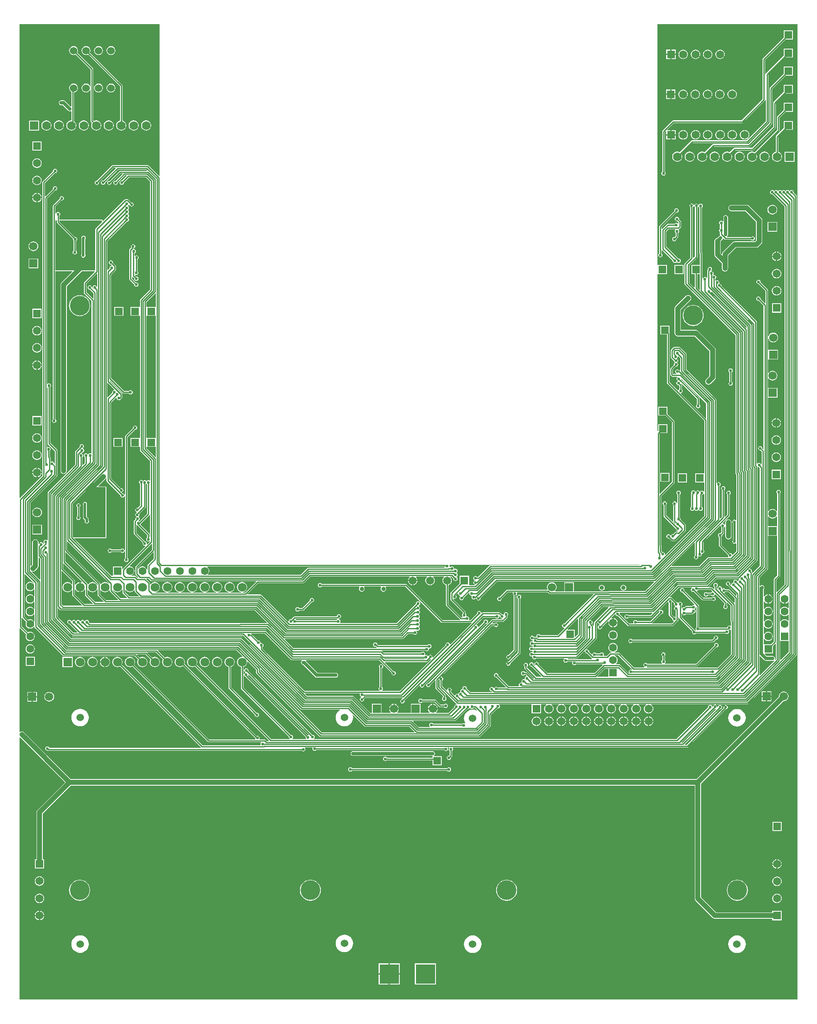
<source format=gbl>
G04*
G04 #@! TF.GenerationSoftware,Altium Limited,Altium NEXUS,2.1.8 (74)*
G04*
G04 Layer_Physical_Order=2*
G04 Layer_Color=16711680*
%FSLAX25Y25*%
%MOIN*%
G70*
G01*
G75*
%ADD15C,0.01000*%
%ADD18C,0.01968*%
%ADD119C,0.01575*%
%ADD120C,0.03937*%
%ADD121C,0.02756*%
%ADD122C,0.15748*%
%ADD123C,0.06000*%
%ADD124R,0.07087X0.07087*%
%ADD125C,0.07087*%
%ADD126R,0.06496X0.06496*%
%ADD127C,0.06496*%
%ADD128R,0.06299X0.06299*%
%ADD129R,0.06496X0.06496*%
%ADD130R,0.06299X0.06299*%
%ADD131R,0.06693X0.06693*%
%ADD132C,0.06693*%
%ADD133R,0.06693X0.06693*%
%ADD134C,0.03543*%
%ADD135C,0.06299*%
%ADD136R,0.07000X0.07000*%
%ADD137C,0.07000*%
%ADD138R,0.15748X0.15748*%
%ADD139C,0.02362*%
G36*
X115263Y663133D02*
X114801Y662941D01*
X106375Y671367D01*
X106044Y671588D01*
X105654Y671665D01*
X77946D01*
X77556Y671588D01*
X77225Y671367D01*
X65060Y659202D01*
X65000Y659214D01*
X64344Y659084D01*
X63788Y658712D01*
X63416Y658156D01*
X63286Y657500D01*
X63416Y656844D01*
X63788Y656288D01*
X64344Y655916D01*
X65000Y655786D01*
X65656Y655916D01*
X66212Y656288D01*
X66584Y656844D01*
X66714Y657500D01*
X66636Y657894D01*
X78368Y669626D01*
X79931D01*
X80122Y669164D01*
X70227Y659269D01*
X70000Y659314D01*
X69344Y659184D01*
X68788Y658812D01*
X68416Y658256D01*
X68286Y657600D01*
X68416Y656944D01*
X68788Y656388D01*
X69344Y656016D01*
X70000Y655886D01*
X70656Y656016D01*
X71212Y656388D01*
X71584Y656944D01*
X71714Y657600D01*
X71669Y657827D01*
X81968Y668126D01*
X104611D01*
X105176Y667560D01*
X104985Y667098D01*
X83579D01*
X83188Y667021D01*
X82858Y666800D01*
X75227Y659169D01*
X75000Y659214D01*
X74344Y659084D01*
X73788Y658712D01*
X73416Y658156D01*
X73286Y657500D01*
X73416Y656844D01*
X73788Y656288D01*
X74344Y655916D01*
X75000Y655786D01*
X75656Y655916D01*
X76212Y656288D01*
X76584Y656844D01*
X76714Y657500D01*
X76669Y657727D01*
X84001Y665059D01*
X85464D01*
X85655Y664597D01*
X80227Y659169D01*
X80000Y659214D01*
X79344Y659084D01*
X78788Y658712D01*
X78416Y658156D01*
X78286Y657500D01*
X78416Y656844D01*
X78788Y656288D01*
X79344Y655916D01*
X80000Y655786D01*
X80656Y655916D01*
X81212Y656288D01*
X81584Y656844D01*
X81714Y657500D01*
X81669Y657727D01*
X87501Y663559D01*
X88764D01*
X88955Y663097D01*
X85127Y659269D01*
X84900Y659314D01*
X84244Y659184D01*
X83688Y658812D01*
X83316Y658256D01*
X83186Y657600D01*
X83316Y656944D01*
X83688Y656388D01*
X84244Y656016D01*
X84900Y655886D01*
X85556Y656016D01*
X86112Y656388D01*
X86484Y656944D01*
X86614Y657600D01*
X86569Y657827D01*
X90801Y662059D01*
X104314D01*
X107768Y658605D01*
Y572152D01*
X99779Y564164D01*
X99558Y563833D01*
X99480Y563443D01*
Y558513D01*
X99150Y558150D01*
X98980Y558150D01*
X91850D01*
Y550850D01*
X98980D01*
X99150Y550850D01*
X99480Y550487D01*
Y453513D01*
X99150Y453150D01*
X98980Y453150D01*
X91850D01*
Y445850D01*
X98980D01*
X99150Y445850D01*
X99480Y445487D01*
Y443457D01*
X99558Y443067D01*
X99779Y442736D01*
X107768Y434748D01*
Y419209D01*
X107268Y418942D01*
X107056Y419084D01*
X106400Y419214D01*
X105744Y419084D01*
X105188Y418712D01*
X105150Y418655D01*
X104650D01*
X104612Y418712D01*
X104056Y419084D01*
X103400Y419214D01*
X102744Y419084D01*
X102321Y418801D01*
X101745Y418811D01*
X101672Y418839D01*
X101156Y419184D01*
X100500Y419314D01*
X99844Y419184D01*
X99288Y418812D01*
X98916Y418256D01*
X98786Y417600D01*
X98916Y416944D01*
X99288Y416388D01*
X99480Y416259D01*
Y398722D01*
X97627Y396869D01*
X97400Y396914D01*
X96744Y396784D01*
X96188Y396412D01*
X95816Y395856D01*
X95686Y395200D01*
X95816Y394544D01*
X96188Y393988D01*
X96744Y393616D01*
X96827Y393600D01*
Y393090D01*
X96794Y393084D01*
X96238Y392712D01*
X95866Y392156D01*
X95736Y391500D01*
X95866Y390844D01*
X96238Y390288D01*
X96518Y390101D01*
X96520Y389500D01*
X96388Y389412D01*
X96016Y388856D01*
X95886Y388200D01*
X95931Y387973D01*
X94807Y386848D01*
X94586Y386518D01*
X94508Y386128D01*
Y376672D01*
X94586Y376282D01*
X94807Y375952D01*
X101814Y368944D01*
X101686Y368300D01*
X101816Y367644D01*
X102188Y367088D01*
X102744Y366716D01*
X103400Y366586D01*
X103610Y366628D01*
X103857Y366167D01*
X85679Y347989D01*
X85650Y347945D01*
X85150Y348097D01*
Y350150D01*
X77850D01*
Y343020D01*
X77850Y342850D01*
X77487Y342520D01*
X76644D01*
X46866Y372297D01*
X47058Y372759D01*
X72000D01*
X72383Y372917D01*
X72541Y373300D01*
Y413600D01*
X72383Y413983D01*
X72000Y414141D01*
X66444D01*
X66252Y414603D01*
X71975Y420325D01*
X72280Y420783D01*
X72780Y420631D01*
Y418700D01*
X72858Y418310D01*
X73079Y417979D01*
X83931Y407127D01*
X83886Y406900D01*
X84016Y406244D01*
X84388Y405688D01*
X84944Y405316D01*
X85600Y405186D01*
X86256Y405316D01*
X86812Y405688D01*
X87184Y406244D01*
X87680Y406179D01*
Y362918D01*
X87180Y362869D01*
X87153Y363005D01*
X87084Y363356D01*
X86712Y363912D01*
X86156Y364284D01*
X85500Y364414D01*
X84844Y364284D01*
X84288Y363912D01*
X84159Y363720D01*
X76741D01*
X76612Y363912D01*
X76056Y364284D01*
X75400Y364414D01*
X74744Y364284D01*
X74188Y363912D01*
X73816Y363356D01*
X73686Y362700D01*
X73816Y362044D01*
X74188Y361488D01*
X74744Y361116D01*
X75400Y360986D01*
X76056Y361116D01*
X76612Y361488D01*
X76741Y361680D01*
X84159D01*
X84288Y361488D01*
X84844Y361116D01*
X85500Y360986D01*
X86156Y361116D01*
X86712Y361488D01*
X87084Y362044D01*
X87153Y362394D01*
X87180Y362531D01*
X87680Y362482D01*
Y356641D01*
X87488Y356512D01*
X87116Y355956D01*
X86986Y355300D01*
X87116Y354644D01*
X87488Y354088D01*
X88044Y353716D01*
X88700Y353586D01*
X89356Y353716D01*
X89912Y354088D01*
X90284Y354644D01*
X90414Y355300D01*
X90284Y355956D01*
X89912Y356512D01*
X89720Y356641D01*
Y453778D01*
X95473Y459531D01*
X95700Y459486D01*
X96356Y459616D01*
X96912Y459988D01*
X97284Y460544D01*
X97414Y461200D01*
X97284Y461856D01*
X96912Y462412D01*
X96356Y462784D01*
X95700Y462914D01*
X95044Y462784D01*
X94488Y462412D01*
X94116Y461856D01*
X93986Y461200D01*
X94031Y460973D01*
X87979Y454921D01*
X87758Y454590D01*
X87680Y454200D01*
Y407621D01*
X87184Y407556D01*
X86812Y408112D01*
X86256Y408484D01*
X85600Y408614D01*
X85373Y408569D01*
X84907Y409035D01*
X85052Y409513D01*
X85128Y409528D01*
X85685Y409900D01*
X86056Y410456D01*
X86187Y411112D01*
X86056Y411768D01*
X85685Y412324D01*
X85128Y412696D01*
X84473Y412826D01*
X84246Y412781D01*
X76320Y420707D01*
Y481378D01*
X80356Y485414D01*
X80817Y485168D01*
X80783Y484997D01*
X80913Y484341D01*
X81285Y483785D01*
X81841Y483413D01*
X82497Y483283D01*
X83153Y483413D01*
X83709Y483785D01*
X83872Y484029D01*
X84004Y484055D01*
X84335Y484276D01*
X85125Y485066D01*
X85346Y485397D01*
X85423Y485787D01*
Y487996D01*
X85346Y488386D01*
X85125Y488717D01*
X75258Y498584D01*
X75259Y498592D01*
X75802Y498756D01*
X85679Y488879D01*
X86010Y488658D01*
X86400Y488580D01*
X90759D01*
X90888Y488388D01*
X91444Y488016D01*
X92100Y487886D01*
X92756Y488016D01*
X93312Y488388D01*
X93684Y488944D01*
X93814Y489600D01*
X93684Y490256D01*
X93312Y490812D01*
X92756Y491184D01*
X92100Y491314D01*
X91444Y491184D01*
X90888Y490812D01*
X90759Y490620D01*
X86822D01*
X76420Y501022D01*
Y583678D01*
X80071Y587329D01*
X80292Y587660D01*
X80370Y588050D01*
Y590550D01*
X80292Y590940D01*
X80071Y591271D01*
X77969Y593373D01*
X78014Y593600D01*
X77884Y594256D01*
X77512Y594812D01*
X76956Y595184D01*
X76300Y595314D01*
X75644Y595184D01*
X75088Y594812D01*
X74716Y594256D01*
X74586Y593600D01*
X74716Y592944D01*
X75088Y592388D01*
X75644Y592016D01*
X76300Y591886D01*
X76527Y591931D01*
X76866Y591592D01*
X76681Y591070D01*
X76244Y590984D01*
X75688Y590612D01*
X75316Y590056D01*
X75186Y589400D01*
X75231Y589173D01*
X73782Y587723D01*
X73320Y587915D01*
Y610678D01*
X88873Y626231D01*
X89100Y626186D01*
X89756Y626316D01*
X90312Y626688D01*
X90684Y627244D01*
X90814Y627900D01*
X90684Y628556D01*
X90312Y629112D01*
X90181Y629199D01*
Y629801D01*
X90312Y629888D01*
X90684Y630444D01*
X90814Y631100D01*
X90684Y631756D01*
X90312Y632312D01*
X90131Y632433D01*
Y633034D01*
X90212Y633088D01*
X90584Y633644D01*
X90714Y634300D01*
X90584Y634956D01*
X90212Y635512D01*
X90080Y635600D01*
Y636100D01*
X90212Y636188D01*
X90584Y636744D01*
X90714Y637400D01*
X90584Y638056D01*
X90212Y638612D01*
X90081Y638699D01*
Y639301D01*
X90212Y639388D01*
X90584Y639944D01*
X90615Y640101D01*
X91086Y640100D01*
X91216Y639444D01*
X91588Y638888D01*
X92144Y638516D01*
X92800Y638386D01*
X93456Y638516D01*
X94012Y638888D01*
X94384Y639444D01*
X94514Y640100D01*
X94384Y640756D01*
X94012Y641312D01*
X93456Y641684D01*
X92800Y641814D01*
X92573Y641769D01*
X90321Y644021D01*
X89990Y644242D01*
X89600Y644320D01*
X87900D01*
X87510Y644242D01*
X87179Y644021D01*
X70003Y626845D01*
X69541Y627036D01*
Y627500D01*
X69383Y627883D01*
X69000Y628041D01*
X34920D01*
Y631159D01*
X35112Y631288D01*
X35484Y631844D01*
X35614Y632500D01*
X35484Y633156D01*
X35112Y633712D01*
X34556Y634084D01*
X33900Y634214D01*
X33244Y634084D01*
X32688Y633712D01*
X32316Y633156D01*
X32283Y632990D01*
X31783Y633039D01*
Y638541D01*
X36673Y643431D01*
X36900Y643386D01*
X37556Y643516D01*
X38112Y643888D01*
X38484Y644444D01*
X38614Y645100D01*
X38484Y645756D01*
X38112Y646312D01*
X37556Y646684D01*
X36900Y646814D01*
X36244Y646684D01*
X35688Y646312D01*
X35316Y645756D01*
X35186Y645100D01*
X35231Y644873D01*
X30043Y639685D01*
X29822Y639354D01*
X29744Y638964D01*
Y468120D01*
X29552Y467991D01*
X29180Y467436D01*
X29050Y466780D01*
X29180Y466124D01*
X29552Y465567D01*
X30108Y465196D01*
X30764Y465065D01*
X31420Y465196D01*
X31976Y465567D01*
X32347Y466124D01*
X32478Y466780D01*
X32347Y467436D01*
X31976Y467991D01*
X31783Y468120D01*
Y586659D01*
X45146D01*
X45338Y586197D01*
X36620Y577480D01*
X36075Y576663D01*
X35883Y575700D01*
Y426800D01*
X36075Y425837D01*
X36620Y425020D01*
X37437Y424475D01*
X38400Y424283D01*
X39363Y424475D01*
X40180Y425020D01*
X40725Y425837D01*
X40917Y426800D01*
Y574657D01*
X52918Y586659D01*
X63085D01*
X63292Y586159D01*
X54979Y577845D01*
X54758Y577515D01*
X54680Y577124D01*
Y569300D01*
X54758Y568910D01*
X54979Y568579D01*
X60780Y562778D01*
Y554500D01*
X60780Y440868D01*
X60280Y440600D01*
X60156Y440684D01*
X59500Y440814D01*
X58844Y440684D01*
X58288Y440312D01*
X58151Y440106D01*
X57549D01*
X57412Y440312D01*
X56856Y440684D01*
X56200Y440814D01*
X55544Y440684D01*
X54988Y440312D01*
X54616Y439756D01*
X54486Y439100D01*
X54616Y438444D01*
X54988Y437888D01*
X55180Y437759D01*
Y432701D01*
X53781Y431302D01*
X53320Y431494D01*
Y437559D01*
X53512Y437688D01*
X53884Y438244D01*
X54014Y438900D01*
X53884Y439556D01*
X53512Y440112D01*
X52956Y440484D01*
X52839Y440507D01*
X52693Y440976D01*
X53004Y441305D01*
X53100Y441286D01*
X53756Y441416D01*
X54312Y441788D01*
X54684Y442344D01*
X54814Y443000D01*
X54684Y443656D01*
X54312Y444212D01*
X53932Y444466D01*
X53880Y444989D01*
X53897Y445045D01*
X54112Y445188D01*
X54484Y445744D01*
X54614Y446400D01*
X54484Y447056D01*
X54112Y447612D01*
X53556Y447984D01*
X52900Y448114D01*
X52244Y447984D01*
X51688Y447612D01*
X51316Y447056D01*
X51186Y446400D01*
X51231Y446173D01*
X47898Y442840D01*
X47677Y442509D01*
X47599Y442119D01*
Y431641D01*
X25761Y409803D01*
X25540Y409472D01*
X25462Y409082D01*
Y371293D01*
X24962Y371028D01*
X24626Y371253D01*
X23970Y371384D01*
X23314Y371253D01*
X22758Y370882D01*
X22386Y370326D01*
X22256Y369670D01*
X22386Y369014D01*
X22675Y368582D01*
X22506Y368316D01*
X21988Y368433D01*
X21984Y368456D01*
X21612Y369012D01*
X21056Y369384D01*
X20400Y369514D01*
X19744Y369384D01*
X19188Y369012D01*
X18816Y368456D01*
X18716Y367950D01*
X18648Y367899D01*
X18148Y368146D01*
Y369300D01*
X17957Y370263D01*
X17411Y371080D01*
X16595Y371625D01*
X15631Y371817D01*
X14668Y371625D01*
X13852Y371080D01*
X13306Y370263D01*
X13115Y369300D01*
Y351274D01*
X12220Y350379D01*
X11720Y350586D01*
Y401056D01*
X33117Y422453D01*
X33338Y422784D01*
X33415Y423174D01*
Y442895D01*
X33338Y443285D01*
X33117Y443616D01*
X27520Y449213D01*
Y493659D01*
X27712Y493788D01*
X28084Y494344D01*
X28214Y495000D01*
X28084Y495656D01*
X27712Y496212D01*
X27156Y496584D01*
X26500Y496714D01*
X25844Y496584D01*
X25420Y496300D01*
X24920Y496492D01*
Y644978D01*
X31273Y651331D01*
X31500Y651286D01*
X32156Y651416D01*
X32712Y651788D01*
X33084Y652344D01*
X33214Y653000D01*
X33084Y653656D01*
X32712Y654212D01*
X32156Y654584D01*
X31500Y654714D01*
X30844Y654584D01*
X30288Y654212D01*
X29916Y653656D01*
X29786Y653000D01*
X29831Y652773D01*
X23881Y646823D01*
X23420Y647015D01*
Y657478D01*
X31273Y665331D01*
X31500Y665286D01*
X32156Y665416D01*
X32712Y665788D01*
X33084Y666344D01*
X33214Y667000D01*
X33084Y667656D01*
X32712Y668212D01*
X32156Y668584D01*
X31500Y668714D01*
X30844Y668584D01*
X30288Y668212D01*
X29916Y667656D01*
X29786Y667000D01*
X29831Y666773D01*
X21679Y658621D01*
X21458Y658290D01*
X21380Y657900D01*
Y422922D01*
X3426Y404968D01*
X2926Y405175D01*
X2926Y784515D01*
X115262Y784515D01*
X115263Y663133D01*
D02*
G37*
G36*
X69000Y625842D02*
X64079Y620921D01*
X63858Y620590D01*
X63780Y620200D01*
Y587200D01*
X31783D01*
Y627500D01*
X32880D01*
Y625913D01*
X32958Y625523D01*
X33179Y625192D01*
X45831Y612540D01*
X45786Y612313D01*
X45916Y611657D01*
X46288Y611101D01*
X46380Y611040D01*
Y603207D01*
X46088Y603012D01*
X45716Y602456D01*
X45586Y601800D01*
X45716Y601144D01*
X46088Y600588D01*
X46644Y600216D01*
X47300Y600086D01*
X47956Y600216D01*
X48512Y600588D01*
X48884Y601144D01*
X49014Y601800D01*
X48884Y602456D01*
X48512Y603012D01*
X48420Y603074D01*
Y610906D01*
X48712Y611101D01*
X49084Y611657D01*
X49214Y612313D01*
X49084Y612969D01*
X48712Y613525D01*
X48156Y613897D01*
X47500Y614027D01*
X47273Y613982D01*
X34920Y626336D01*
Y627500D01*
X69000D01*
Y625842D01*
D02*
G37*
G36*
X544216Y638544D02*
X544588Y637988D01*
X544780Y637859D01*
Y598522D01*
X543620Y597362D01*
X543120Y597569D01*
Y637859D01*
X543312Y637988D01*
X543684Y638544D01*
X543695Y638602D01*
X544205D01*
X544216Y638544D01*
D02*
G37*
G36*
X65280Y584610D02*
Y574421D01*
X64784Y574356D01*
X64412Y574912D01*
X63856Y575284D01*
X63200Y575414D01*
X62544Y575284D01*
X61988Y574912D01*
X61616Y574356D01*
X61509Y573813D01*
X61185Y573599D01*
X61008Y573540D01*
X60923Y573595D01*
X60908Y573632D01*
X60784Y574256D01*
X60413Y574812D01*
X59857Y575184D01*
X59201Y575314D01*
X58545Y575184D01*
X57989Y574812D01*
X57617Y574256D01*
X57487Y573600D01*
X57617Y572944D01*
X57989Y572388D01*
X58545Y572016D01*
X59201Y571886D01*
X59428Y571931D01*
X62280Y569078D01*
Y564815D01*
X61818Y564623D01*
X56720Y569722D01*
Y576702D01*
X64819Y584801D01*
X65280Y584610D01*
D02*
G37*
G36*
X547808Y638308D02*
X548088Y637888D01*
X548280Y637759D01*
Y601243D01*
X548358Y600852D01*
X548579Y600522D01*
X548630Y600471D01*
Y591650D01*
X541850D01*
Y584350D01*
X544480D01*
Y573915D01*
X544019Y573723D01*
X540320Y577422D01*
Y591178D01*
X546521Y597379D01*
X546742Y597710D01*
X546820Y598100D01*
Y637859D01*
X547012Y637988D01*
X547239Y638327D01*
X547346Y638353D01*
X547808Y638308D01*
D02*
G37*
G36*
X548630Y571965D02*
X548168Y571774D01*
X546520Y573422D01*
Y584350D01*
X548630D01*
Y571965D01*
D02*
G37*
G36*
X112268Y568872D02*
Y558601D01*
X112150Y558150D01*
X111768Y558150D01*
X105020D01*
X104850Y558150D01*
X104520Y558513D01*
Y561778D01*
X111806Y569064D01*
X112268Y568872D01*
D02*
G37*
G36*
X586180Y542214D02*
Y541615D01*
X585718Y541423D01*
X557445Y569697D01*
X557536Y570165D01*
X558018Y570376D01*
X586180Y542214D01*
D02*
G37*
G36*
X532923Y516935D02*
Y507339D01*
X532423Y507071D01*
X532318Y507142D01*
X531943Y507217D01*
X531812Y507412D01*
X531256Y507784D01*
X530600Y507914D01*
X529944Y507784D01*
X529388Y507412D01*
X529016Y506856D01*
X528886Y506200D01*
X529016Y505544D01*
X529388Y504988D01*
X529813Y504704D01*
X529662Y504204D01*
X527138D01*
X526920Y504422D01*
Y507978D01*
X529273Y510331D01*
X529500Y510286D01*
X530156Y510416D01*
X530712Y510788D01*
X531084Y511344D01*
X531214Y512000D01*
X531084Y512656D01*
X530764Y513135D01*
X530723Y513375D01*
X530756Y513784D01*
X531063Y514244D01*
X531193Y514900D01*
X531063Y515556D01*
X530691Y516112D01*
X530393Y516312D01*
X530355Y516887D01*
X530357Y516891D01*
X530727Y517444D01*
X530857Y518100D01*
X530809Y518342D01*
X531270Y518588D01*
X532923Y516935D01*
D02*
G37*
G36*
X79066Y491892D02*
X78881Y491370D01*
X78444Y491284D01*
X77888Y490912D01*
X77516Y490356D01*
X77386Y489700D01*
X77431Y489473D01*
X73782Y485823D01*
X73320Y486015D01*
Y496985D01*
X73782Y497177D01*
X79066Y491892D01*
D02*
G37*
G36*
X553780Y480784D02*
Y468909D01*
X553319Y468717D01*
X533417Y488619D01*
X533581Y489162D01*
X533856Y489216D01*
X534412Y489588D01*
X534784Y490144D01*
X534914Y490800D01*
X534784Y491456D01*
X534412Y492012D01*
X534220Y492141D01*
Y495200D01*
X534142Y495590D01*
X533921Y495921D01*
X533488Y496353D01*
X533501Y496450D01*
X534030Y496628D01*
X546197Y484461D01*
Y479896D01*
X546004Y479768D01*
X545633Y479212D01*
X545502Y478556D01*
X545633Y477900D01*
X546004Y477344D01*
X546560Y476972D01*
X547216Y476842D01*
X547872Y476972D01*
X548428Y477344D01*
X548800Y477900D01*
X548931Y478556D01*
X548800Y479212D01*
X548428Y479768D01*
X548236Y479896D01*
Y484884D01*
X548158Y485274D01*
X547937Y485604D01*
X533539Y500003D01*
X533578Y500279D01*
X534108Y500456D01*
X553780Y480784D01*
D02*
G37*
G36*
X111768Y550850D02*
X112150Y550850D01*
X112268Y550399D01*
Y453601D01*
X112150Y453150D01*
X111768Y453150D01*
X105020D01*
X104850Y453150D01*
X104520Y453513D01*
Y550487D01*
X104850Y550850D01*
X105020Y550850D01*
X111768D01*
D02*
G37*
G36*
Y445850D02*
X112150Y445850D01*
X112268Y445399D01*
Y438027D01*
X111806Y437836D01*
X104520Y445122D01*
Y445487D01*
X104850Y445850D01*
X105020Y445850D01*
X111768D01*
D02*
G37*
G36*
X25480Y493188D02*
Y448790D01*
X25558Y448400D01*
X25779Y448069D01*
X31376Y442472D01*
Y432790D01*
X30876Y432549D01*
X30791Y432618D01*
X30684Y433156D01*
X30312Y433712D01*
X29756Y434084D01*
X29100Y434214D01*
X28444Y434084D01*
X28342Y434015D01*
X27901Y434251D01*
Y436946D01*
X27823Y437336D01*
X27602Y437667D01*
X27206Y438063D01*
Y442718D01*
X27398Y442847D01*
X27770Y443403D01*
X27900Y444059D01*
X27770Y444714D01*
X27398Y445271D01*
X26842Y445642D01*
X26186Y445773D01*
X25530Y445642D01*
X25420Y445568D01*
X24920Y445835D01*
Y492966D01*
X25420Y493230D01*
X25480Y493188D01*
D02*
G37*
G36*
X610728Y390136D02*
X610780Y390107D01*
Y382347D01*
X603320D01*
Y389936D01*
X603820Y390106D01*
X604257Y389536D01*
X605060Y388920D01*
X605996Y388532D01*
X607000Y388400D01*
X608004Y388532D01*
X608940Y388920D01*
X609743Y389536D01*
X610280Y390236D01*
X610728Y390136D01*
D02*
G37*
G36*
X105380Y415971D02*
Y392319D01*
X99070Y386008D01*
X98924Y386105D01*
X98489Y386192D01*
X98408Y386718D01*
X98812Y386988D01*
X99184Y387544D01*
X99314Y388200D01*
X99184Y388856D01*
X98812Y389412D01*
X98532Y389599D01*
X98530Y390200D01*
X98662Y390288D01*
X99034Y390844D01*
X99164Y391500D01*
X99034Y392156D01*
X99019Y392177D01*
X104121Y397279D01*
X104342Y397610D01*
X104420Y398000D01*
Y416159D01*
X104595Y416276D01*
X104724Y416345D01*
X104957D01*
X105380Y415971D01*
D02*
G37*
G36*
X565209Y382862D02*
X565396Y382747D01*
X565516Y382144D01*
X565888Y381588D01*
X566080Y381459D01*
Y377722D01*
X565127Y376769D01*
X564900Y376814D01*
X564244Y376684D01*
X563688Y376312D01*
X563316Y375756D01*
X563186Y375100D01*
X563316Y374444D01*
X563688Y373888D01*
X563880Y373759D01*
Y367077D01*
X563958Y366687D01*
X564179Y366356D01*
X571259Y359276D01*
X571214Y359049D01*
X571345Y358393D01*
X571611Y357994D01*
X571398Y357494D01*
X555605D01*
X555215Y357417D01*
X554884Y357196D01*
X548089Y350401D01*
X526177D01*
X525986Y350863D01*
X544218Y369095D01*
X544680Y368904D01*
Y358841D01*
X544488Y358712D01*
X544116Y358156D01*
X543986Y357500D01*
X544116Y356844D01*
X544488Y356288D01*
X545044Y355916D01*
X545700Y355786D01*
X546356Y355916D01*
X546912Y356288D01*
X547284Y356844D01*
X547414Y357500D01*
X547322Y357964D01*
X547762Y358271D01*
X547844Y358216D01*
X548500Y358086D01*
X549156Y358216D01*
X549712Y358588D01*
X550084Y359144D01*
X550214Y359800D01*
X550186Y359939D01*
X550500Y360386D01*
X550566Y360399D01*
X551156Y360516D01*
X551712Y360888D01*
X552084Y361444D01*
X552214Y362100D01*
X552084Y362756D01*
X551712Y363312D01*
X551520Y363441D01*
Y369678D01*
X553720Y371878D01*
X554021Y372079D01*
X564910Y382968D01*
X565209Y382862D01*
D02*
G37*
G36*
X107768Y391279D02*
Y373862D01*
X107268Y373596D01*
X107220Y373628D01*
Y375834D01*
X107142Y376224D01*
X106921Y376554D01*
X100001Y383474D01*
X100046Y384100D01*
X107121Y391176D01*
X107268Y391395D01*
X107768Y391279D01*
D02*
G37*
G36*
X72000Y373300D02*
X45863D01*
X45502Y373662D01*
Y400168D01*
X58934Y413600D01*
X72000D01*
Y373300D01*
D02*
G37*
G36*
X97057Y383310D02*
X97613Y382938D01*
X97664Y382928D01*
X105180Y375411D01*
Y373141D01*
X104988Y373012D01*
X104616Y372456D01*
X104486Y371800D01*
X104616Y371144D01*
X104988Y370588D01*
X105544Y370216D01*
X106200Y370086D01*
X106856Y370216D01*
X106937Y370271D01*
X107494Y370041D01*
X107534Y369844D01*
X105533Y367843D01*
X105072Y368090D01*
X105114Y368300D01*
X104984Y368956D01*
X104612Y369512D01*
X104056Y369884D01*
X103684Y369957D01*
X96547Y377095D01*
Y383172D01*
X97047Y383324D01*
X97057Y383310D01*
D02*
G37*
G36*
X110768Y361372D02*
Y356322D01*
X105779Y351334D01*
X105558Y351003D01*
X105480Y350613D01*
Y347734D01*
X104980Y347634D01*
X104688Y348341D01*
X104103Y349103D01*
X103340Y349688D01*
X102453Y350056D01*
X101500Y350181D01*
X100547Y350056D01*
X99660Y349688D01*
X98897Y349103D01*
X98434Y348499D01*
X97934Y348669D01*
Y349192D01*
X110306Y361564D01*
X110768Y361372D01*
D02*
G37*
G36*
X19462Y356253D02*
Y339775D01*
X19001Y339584D01*
X13095Y345490D01*
X13341Y345951D01*
X13780Y345863D01*
X14743Y346055D01*
X15560Y346601D01*
X17411Y348452D01*
X17957Y349268D01*
X18148Y350232D01*
Y356914D01*
X18610Y357105D01*
X19462Y356253D01*
D02*
G37*
G36*
X595544Y429816D02*
X596079Y429710D01*
X596780Y429009D01*
Y350688D01*
X591016Y344923D01*
X590554Y345115D01*
Y345266D01*
X590476Y345656D01*
X590330Y345875D01*
X590458Y346520D01*
X590328Y347176D01*
X589956Y347732D01*
X589400Y348103D01*
X588860Y348211D01*
X588693Y348541D01*
X588663Y348721D01*
X594705Y354763D01*
X594926Y355094D01*
X595004Y355484D01*
Y429576D01*
X595504Y429843D01*
X595544Y429816D01*
D02*
G37*
G36*
X343383Y349864D02*
X343714Y349643D01*
X344045Y349577D01*
X344077Y349538D01*
X343975Y349222D01*
X343799Y349039D01*
X234535D01*
X234144Y348961D01*
X233814Y348740D01*
X228393Y343320D01*
X154128D01*
X153967Y343793D01*
X154103Y343897D01*
X154688Y344659D01*
X155056Y345547D01*
X155181Y346500D01*
X155056Y347453D01*
X154688Y348341D01*
X154103Y349103D01*
X153652Y349449D01*
X153822Y349949D01*
X343299D01*
X343383Y349864D01*
D02*
G37*
G36*
X500455Y350944D02*
X500450Y350935D01*
X380486D01*
X380095Y350858D01*
X379765Y350637D01*
X370762Y341634D01*
X370031D01*
X369912Y341812D01*
X369356Y342184D01*
X368700Y342314D01*
X368044Y342184D01*
X367488Y341812D01*
X367116Y341256D01*
X366986Y340600D01*
X367116Y339944D01*
X367488Y339388D01*
X367877Y339128D01*
X367885Y339108D01*
Y338592D01*
X367877Y338572D01*
X367488Y338312D01*
X367116Y337756D01*
X366986Y337100D01*
X367116Y336444D01*
X367488Y335888D01*
X368044Y335516D01*
X368157Y335494D01*
X368165Y335475D01*
X368117Y334992D01*
X363993D01*
X363517Y335052D01*
Y342548D01*
X356021D01*
Y336494D01*
X348898Y329371D01*
X348677Y329040D01*
X348599Y328650D01*
Y323681D01*
X348677Y323291D01*
X348898Y322960D01*
X358580Y313278D01*
Y312441D01*
X358388Y312312D01*
X358016Y311756D01*
X357886Y311100D01*
X358016Y310444D01*
X358367Y309920D01*
X358330Y309752D01*
X358189Y309420D01*
X357322D01*
X347009Y319733D01*
Y335166D01*
X347880Y335526D01*
X348663Y336127D01*
X349264Y336910D01*
X349641Y337822D01*
X349770Y338800D01*
X349641Y339778D01*
X349264Y340690D01*
X348663Y341473D01*
X348556Y341555D01*
X348717Y342028D01*
X349230D01*
X350931Y340327D01*
X350886Y340100D01*
X351016Y339444D01*
X351388Y338888D01*
X351944Y338516D01*
X352600Y338386D01*
X353256Y338516D01*
X353812Y338888D01*
X354184Y339444D01*
X354314Y340100D01*
X354184Y340756D01*
X353812Y341312D01*
X353681Y341399D01*
Y342001D01*
X353812Y342088D01*
X354184Y342644D01*
X354314Y343300D01*
X354184Y343956D01*
X353812Y344512D01*
X353681Y344599D01*
Y345201D01*
X353812Y345288D01*
X354184Y345844D01*
X354314Y346500D01*
X354184Y347156D01*
X353812Y347712D01*
X353256Y348084D01*
X352600Y348214D01*
X351944Y348084D01*
X351940Y348081D01*
X351490Y348382D01*
X351514Y348500D01*
X351384Y349156D01*
X351012Y349712D01*
X350456Y350084D01*
X349800Y350214D01*
X349144Y350084D01*
X348588Y349712D01*
X348468Y349532D01*
X348132Y349535D01*
X347774Y349996D01*
X347814Y350200D01*
X347684Y350856D01*
X347625Y350944D01*
X347892Y351444D01*
X500188Y351444D01*
X500455Y350944D01*
D02*
G37*
G36*
X109268Y368041D02*
Y363410D01*
X96193Y350335D01*
X95972Y350004D01*
X95895Y349614D01*
Y343986D01*
X95972Y343596D01*
X96193Y343265D01*
X97979Y341480D01*
X97798Y340953D01*
X97523Y340919D01*
X96221Y342221D01*
X95890Y342442D01*
X95500Y342520D01*
X92734D01*
X92634Y343020D01*
X93340Y343312D01*
X94103Y343897D01*
X94688Y344659D01*
X95056Y345547D01*
X95181Y346500D01*
X95056Y347453D01*
X94688Y348341D01*
X94103Y349103D01*
X93340Y349688D01*
X92453Y350056D01*
X91500Y350181D01*
X91413Y350170D01*
X91192Y350618D01*
X108806Y368232D01*
X109268Y368041D01*
D02*
G37*
G36*
X580341Y339807D02*
X580350Y339785D01*
X580244Y339284D01*
X579688Y338912D01*
X579316Y338356D01*
X579305Y338298D01*
X578795D01*
X578784Y338356D01*
X578412Y338912D01*
X577856Y339284D01*
X577200Y339414D01*
X576544Y339284D01*
X575988Y338912D01*
X575616Y338356D01*
X575486Y337700D01*
X575528Y337491D01*
X575500Y337019D01*
X575165Y336947D01*
X574844Y336884D01*
X574288Y336512D01*
X573916Y335956D01*
X573813Y335436D01*
X573431Y335255D01*
X573303Y335239D01*
X572902Y335639D01*
X573014Y336200D01*
X572884Y336856D01*
X572512Y337412D01*
X571956Y337784D01*
X571300Y337914D01*
X570644Y337784D01*
X570088Y337412D01*
X569716Y336856D01*
X569586Y336200D01*
X569716Y335544D01*
X570088Y334988D01*
X570644Y334616D01*
X571140Y334518D01*
X578015Y327643D01*
Y326581D01*
X577553Y326389D01*
X572421Y331521D01*
X572090Y331742D01*
X571700Y331820D01*
X569241D01*
X569112Y332012D01*
X568556Y332384D01*
X567900Y332514D01*
X567244Y332384D01*
X566921Y332168D01*
X566471Y332468D01*
X566478Y332503D01*
X566348Y333159D01*
X565976Y333715D01*
X565420Y334087D01*
X564764Y334217D01*
X564108Y334087D01*
X563552Y333715D01*
X563180Y333159D01*
X563055Y332529D01*
X562928Y332448D01*
X562582Y332291D01*
X562320Y332495D01*
Y333759D01*
X562512Y333888D01*
X562884Y334444D01*
X563014Y335100D01*
X562884Y335756D01*
X562512Y336312D01*
X561956Y336684D01*
X561300Y336814D01*
X560644Y336684D01*
X560088Y336312D01*
X559716Y335756D01*
X559586Y335100D01*
X559716Y334444D01*
X560088Y333888D01*
X560280Y333759D01*
Y332075D01*
X560103Y331943D01*
X559801Y331847D01*
X558727Y332921D01*
X558396Y333142D01*
X558006Y333220D01*
X555943D01*
X555802Y333476D01*
X555761Y333720D01*
X562107Y340065D01*
X579584D01*
X579974Y340142D01*
X580341Y339807D01*
D02*
G37*
G36*
X53105Y337753D02*
X52822Y337329D01*
X52556Y337439D01*
X52000Y337512D01*
Y333500D01*
Y329488D01*
X52556Y329561D01*
X53539Y329968D01*
X54384Y330616D01*
X55032Y331461D01*
X55080Y331578D01*
X55580Y331479D01*
Y327200D01*
X55658Y326810D01*
X55879Y326479D01*
X61876Y320481D01*
X61685Y320020D01*
X55022D01*
X47420Y327622D01*
Y331479D01*
X47920Y331578D01*
X47968Y331461D01*
X48616Y330616D01*
X49461Y329968D01*
X50445Y329561D01*
X51000Y329488D01*
Y333500D01*
Y337512D01*
X50445Y337439D01*
X49461Y337032D01*
X48616Y336384D01*
X47968Y335539D01*
X47920Y335422D01*
X47420Y335521D01*
Y338600D01*
X47342Y338990D01*
X47121Y339321D01*
X38002Y348440D01*
Y352203D01*
X38464Y352395D01*
X53105Y337753D01*
D02*
G37*
G36*
X14711Y336747D02*
X14691Y336659D01*
X14150Y336542D01*
X14103Y336603D01*
X13340Y337188D01*
X12453Y337556D01*
X11500Y337681D01*
X10547Y337556D01*
X9659Y337188D01*
X8897Y336603D01*
X8312Y335841D01*
X7944Y334953D01*
X7819Y334000D01*
X7944Y333047D01*
X8312Y332159D01*
X8897Y331397D01*
X9659Y330812D01*
X10547Y330444D01*
X11500Y330319D01*
X12453Y330444D01*
X13340Y330812D01*
X14103Y331397D01*
X14462Y331866D01*
X14962Y331696D01*
Y326304D01*
X14462Y326134D01*
X14103Y326603D01*
X13340Y327188D01*
X12453Y327556D01*
X11500Y327681D01*
X10547Y327556D01*
X9659Y327188D01*
X8897Y326603D01*
X8312Y325840D01*
X7944Y324953D01*
X7819Y324000D01*
X7944Y323047D01*
X8312Y322160D01*
X8897Y321397D01*
X9659Y320812D01*
X10547Y320444D01*
X11500Y320319D01*
X12453Y320444D01*
X13340Y320812D01*
X14103Y321397D01*
X14462Y321866D01*
X14962Y321696D01*
Y316304D01*
X14462Y316135D01*
X14103Y316603D01*
X13340Y317188D01*
X12453Y317556D01*
X11500Y317681D01*
X10547Y317556D01*
X9659Y317188D01*
X8897Y316603D01*
X8312Y315841D01*
X7944Y314953D01*
X7819Y314000D01*
X7944Y313047D01*
X8312Y312159D01*
X8897Y311397D01*
X9659Y310812D01*
X10547Y310444D01*
X11500Y310319D01*
X12453Y310444D01*
X13340Y310812D01*
X14103Y311397D01*
X14462Y311865D01*
X14962Y311696D01*
Y306304D01*
X14462Y306135D01*
X14103Y306603D01*
X13340Y307188D01*
X12453Y307556D01*
X11500Y307681D01*
X10547Y307556D01*
X9726Y307216D01*
X6920Y310022D01*
Y343831D01*
X7420Y344039D01*
X14711Y336747D01*
D02*
G37*
G36*
X74643Y336815D02*
X74313Y336438D01*
X73539Y337032D01*
X72556Y337439D01*
X71500Y337578D01*
X70445Y337439D01*
X69461Y337032D01*
X68616Y336384D01*
X68220Y335867D01*
X67720Y336036D01*
Y336300D01*
X67642Y336690D01*
X67421Y337021D01*
X41002Y363440D01*
Y369803D01*
X41464Y369995D01*
X74643Y336815D01*
D02*
G37*
G36*
X45380Y338178D02*
Y335906D01*
X44880Y335736D01*
X44384Y336384D01*
X43539Y337032D01*
X42555Y337439D01*
X41500Y337578D01*
X40444Y337439D01*
X39461Y337032D01*
X38616Y336384D01*
X37968Y335539D01*
X37561Y334556D01*
X37422Y333500D01*
X37561Y332445D01*
X37968Y331461D01*
X38616Y330616D01*
X39461Y329968D01*
X40444Y329561D01*
X41500Y329422D01*
X42555Y329561D01*
X43539Y329968D01*
X44384Y330616D01*
X44880Y331264D01*
X45380Y331094D01*
Y327200D01*
X45458Y326810D01*
X45679Y326479D01*
X53176Y318982D01*
X52985Y318520D01*
X38004D01*
X36502Y320022D01*
Y346403D01*
X36963Y346595D01*
X45380Y338178D01*
D02*
G37*
G36*
X65680Y335878D02*
Y335280D01*
X65180Y335180D01*
X65032Y335539D01*
X64384Y336384D01*
X63539Y337032D01*
X62555Y337439D01*
X61500Y337578D01*
X60444Y337439D01*
X59461Y337032D01*
X58616Y336384D01*
X58110Y335724D01*
X58025Y335720D01*
X57587Y335864D01*
X57542Y336090D01*
X57321Y336421D01*
X39502Y354240D01*
Y361403D01*
X39963Y361595D01*
X65680Y335878D01*
D02*
G37*
G36*
X343423Y341555D02*
X343317Y341473D01*
X342716Y340690D01*
X342338Y339778D01*
X342209Y338800D01*
X342338Y337822D01*
X342716Y336910D01*
X343317Y336127D01*
X344100Y335526D01*
X344970Y335166D01*
Y319310D01*
X345048Y318920D01*
X345269Y318589D01*
X356179Y307679D01*
X356418Y307520D01*
X356353Y307065D01*
X356334Y307020D01*
X342222D01*
X313521Y335721D01*
X313190Y335942D01*
X312800Y336020D01*
X245341D01*
X245212Y336212D01*
X244656Y336584D01*
X244000Y336714D01*
X243344Y336584D01*
X242788Y336212D01*
X242416Y335656D01*
X242286Y335000D01*
X242416Y334344D01*
X242788Y333788D01*
X243344Y333416D01*
X244000Y333286D01*
X244656Y333416D01*
X245212Y333788D01*
X245341Y333980D01*
X275400D01*
X275667Y333480D01*
X275337Y332986D01*
X275161Y332100D01*
X275337Y331214D01*
X275839Y330462D01*
X276591Y329960D01*
X277477Y329784D01*
X278363Y329960D01*
X279115Y330462D01*
X279617Y331214D01*
X279793Y332100D01*
X279617Y332986D01*
X279287Y333480D01*
X279554Y333980D01*
X292723D01*
X292990Y333480D01*
X292660Y332986D01*
X292484Y332100D01*
X292660Y331214D01*
X293162Y330462D01*
X293914Y329960D01*
X294800Y329784D01*
X295686Y329960D01*
X296438Y330462D01*
X296940Y331214D01*
X297116Y332100D01*
X296940Y332986D01*
X296610Y333480D01*
X296877Y333980D01*
X312378D01*
X341079Y305279D01*
X341410Y305058D01*
X341800Y304980D01*
X365100D01*
X365230Y305006D01*
X365476Y304545D01*
X348559Y287628D01*
X348016Y287793D01*
X347984Y287956D01*
X347612Y288512D01*
X347056Y288884D01*
X346400Y289014D01*
X345744Y288884D01*
X345188Y288512D01*
X344816Y287956D01*
X344686Y287300D01*
X344731Y287073D01*
X334635Y276977D01*
X334174Y277223D01*
X334233Y277519D01*
X334103Y278175D01*
X333731Y278731D01*
X333175Y279102D01*
X332519Y279233D01*
X331863Y279102D01*
X331307Y278731D01*
X330977Y278237D01*
X330729Y278197D01*
X330436Y278227D01*
X330112Y278712D01*
X329556Y279084D01*
X328900Y279214D01*
X328513Y279137D01*
X328484Y279151D01*
X328127Y279561D01*
X328214Y280000D01*
X328084Y280656D01*
X327712Y281212D01*
X327156Y281584D01*
X326500Y281714D01*
X325844Y281584D01*
X325288Y281212D01*
X325159Y281020D01*
X295041D01*
X293761Y282299D01*
X293781Y282470D01*
X293933Y282799D01*
X328240D01*
X328369Y282607D01*
X328925Y282235D01*
X329581Y282105D01*
X330237Y282235D01*
X330793Y282607D01*
X331165Y283163D01*
X331295Y283819D01*
X331269Y283950D01*
X331708Y284307D01*
X332256Y284416D01*
X332812Y284788D01*
X333184Y285344D01*
X333314Y286000D01*
X333184Y286656D01*
X332812Y287212D01*
X332256Y287584D01*
X331600Y287714D01*
X330944Y287584D01*
X330388Y287212D01*
X330259Y287020D01*
X290384D01*
X290012Y287392D01*
X290014Y287400D01*
X289884Y288056D01*
X289512Y288612D01*
X288956Y288984D01*
X288300Y289114D01*
X287644Y288984D01*
X287088Y288612D01*
X286716Y288056D01*
X286586Y287400D01*
X286716Y286744D01*
X287088Y286188D01*
X287644Y285816D01*
X288300Y285686D01*
X288746Y285775D01*
X289182Y285338D01*
X289141Y285095D01*
X289001Y284839D01*
X222433D01*
X215634Y291637D01*
X215825Y292099D01*
X310168D01*
X310558Y292177D01*
X310889Y292398D01*
X314532Y296041D01*
X318820D01*
X318949Y295849D01*
X319505Y295477D01*
X320161Y295347D01*
X320817Y295477D01*
X321373Y295849D01*
X321744Y296405D01*
X321875Y297061D01*
X321744Y297717D01*
X321429Y298188D01*
X321507Y298344D01*
X321709Y298604D01*
X322300Y298486D01*
X322956Y298616D01*
X323512Y298988D01*
X323884Y299544D01*
X324014Y300200D01*
X323884Y300856D01*
X323512Y301412D01*
X323253Y301585D01*
X323282Y302167D01*
X323612Y302388D01*
X323984Y302944D01*
X324114Y303600D01*
X323984Y304256D01*
X323612Y304812D01*
X323480Y304900D01*
Y305400D01*
X323612Y305488D01*
X323984Y306044D01*
X324114Y306700D01*
X323984Y307356D01*
X323612Y307912D01*
X323481Y307999D01*
Y308601D01*
X323612Y308688D01*
X323984Y309244D01*
X324114Y309900D01*
X323984Y310556D01*
X323612Y311112D01*
X323273Y311339D01*
X323247Y311446D01*
X323292Y311908D01*
X323712Y312188D01*
X324084Y312744D01*
X324214Y313400D01*
X324084Y314056D01*
X323712Y314612D01*
X323581Y314699D01*
Y315301D01*
X323712Y315388D01*
X324084Y315944D01*
X324214Y316600D01*
X324084Y317256D01*
X323712Y317812D01*
X323156Y318184D01*
X322897Y318235D01*
Y318745D01*
X323256Y318816D01*
X323812Y319188D01*
X324184Y319744D01*
X324314Y320400D01*
X324184Y321056D01*
X323812Y321612D01*
X323256Y321984D01*
X322600Y322114D01*
X321944Y321984D01*
X321388Y321612D01*
X321016Y321056D01*
X320886Y320400D01*
X320931Y320173D01*
X305397Y304639D01*
X260247D01*
X259979Y305138D01*
X260184Y305444D01*
X260314Y306100D01*
X260184Y306756D01*
X259812Y307312D01*
X259256Y307684D01*
X258990Y307736D01*
X258834Y308277D01*
X258983Y308419D01*
X259156Y308384D01*
X259812Y308515D01*
X260368Y308886D01*
X260740Y309442D01*
X260870Y310098D01*
X260740Y310754D01*
X260368Y311310D01*
X259812Y311682D01*
X259156Y311812D01*
X258500Y311682D01*
X257944Y311310D01*
X257573Y310754D01*
X257447Y310120D01*
X223616D01*
X223225Y310042D01*
X222895Y309821D01*
X220740Y307666D01*
X220500Y307714D01*
X219844Y307584D01*
X219288Y307212D01*
X218916Y306656D01*
X218813Y306136D01*
X218431Y305955D01*
X218303Y305939D01*
X197021Y327221D01*
X196690Y327442D01*
X196300Y327520D01*
X185915D01*
X185723Y327981D01*
X194522Y336780D01*
X230680D01*
X231070Y336858D01*
X231401Y337079D01*
X236350Y342028D01*
X315704D01*
X315864Y341555D01*
X315758Y341473D01*
X315157Y340690D01*
X314779Y339778D01*
X314716Y339300D01*
X318431D01*
X322145D01*
X322082Y339778D01*
X321705Y340690D01*
X321104Y341473D01*
X320997Y341555D01*
X321158Y342028D01*
X329483D01*
X329644Y341555D01*
X329537Y341473D01*
X328936Y340690D01*
X328559Y339778D01*
X328430Y338800D01*
X328559Y337822D01*
X328936Y336910D01*
X329537Y336127D01*
X330320Y335526D01*
X331232Y335148D01*
X332210Y335020D01*
X333189Y335148D01*
X334100Y335526D01*
X334883Y336127D01*
X335484Y336910D01*
X335862Y337822D01*
X335991Y338800D01*
X335862Y339778D01*
X335484Y340690D01*
X334883Y341473D01*
X334777Y341555D01*
X334937Y342028D01*
X343263D01*
X343423Y341555D01*
D02*
G37*
G36*
X511898Y337537D02*
X504561Y330201D01*
X487457D01*
X487407Y330701D01*
X487703Y330760D01*
X488209Y330860D01*
X488961Y331362D01*
X489463Y332114D01*
X489639Y333000D01*
X489463Y333886D01*
X488961Y334638D01*
X488209Y335140D01*
X487323Y335316D01*
X486437Y335140D01*
X485685Y334638D01*
X485183Y333886D01*
X485007Y333000D01*
X485183Y332114D01*
X485685Y331362D01*
X486437Y330860D01*
X486943Y330760D01*
X487238Y330701D01*
X487189Y330201D01*
X475583D01*
X475445Y330173D01*
X447626D01*
Y337347D01*
X439933D01*
Y330173D01*
X432761D01*
X432600Y330647D01*
X432743Y330757D01*
X433360Y331560D01*
X433747Y332496D01*
X433880Y333500D01*
X433747Y334504D01*
X433360Y335440D01*
X432743Y336243D01*
X431940Y336860D01*
X431004Y337247D01*
X430000Y337380D01*
X428996Y337247D01*
X428060Y336860D01*
X427257Y336243D01*
X426640Y335440D01*
X426253Y334504D01*
X426120Y333500D01*
X426253Y332496D01*
X426499Y331901D01*
X426165Y331401D01*
X394177D01*
X393787Y331323D01*
X393456Y331102D01*
X388057Y325703D01*
X387830Y325748D01*
X387174Y325618D01*
X386618Y325246D01*
X386246Y324690D01*
X386116Y324034D01*
X386246Y323378D01*
X386618Y322822D01*
X387174Y322450D01*
X387830Y322320D01*
X388486Y322450D01*
X389042Y322822D01*
X389414Y323378D01*
X389544Y324034D01*
X389499Y324261D01*
X394600Y329362D01*
X398624D01*
X398860Y328921D01*
X398816Y328856D01*
X398686Y328200D01*
X398816Y327544D01*
X399188Y326988D01*
X399380Y326859D01*
Y283222D01*
X395327Y279169D01*
X395100Y279214D01*
X394444Y279084D01*
X393888Y278712D01*
X393516Y278156D01*
X393386Y277500D01*
X393516Y276844D01*
X393888Y276288D01*
X394444Y275916D01*
X395100Y275786D01*
X395756Y275916D01*
X396312Y276288D01*
X396684Y276844D01*
X396814Y277500D01*
X396769Y277727D01*
X401121Y282079D01*
X401342Y282410D01*
X401420Y282800D01*
Y326859D01*
X401612Y326988D01*
X401984Y327544D01*
X402114Y328200D01*
X401984Y328856D01*
X401940Y328921D01*
X402176Y329362D01*
X426550D01*
X427479Y328433D01*
X427809Y328212D01*
X428200Y328134D01*
X463239D01*
X463430Y327672D01*
X440027Y304269D01*
X439800Y304314D01*
X439144Y304184D01*
X438588Y303812D01*
X438216Y303256D01*
X438086Y302600D01*
X438216Y301944D01*
X438588Y301388D01*
X439144Y301016D01*
X439736Y300899D01*
X439864Y300684D01*
X439951Y300406D01*
X434664Y295120D01*
X420641D01*
X420512Y295312D01*
X419956Y295684D01*
X419300Y295814D01*
X418644Y295684D01*
X418088Y295312D01*
X417716Y294756D01*
X417586Y294100D01*
X417132Y293820D01*
X415441D01*
X415312Y294012D01*
X414756Y294384D01*
X414100Y294514D01*
X413444Y294384D01*
X412888Y294012D01*
X412516Y293456D01*
X412386Y292800D01*
X412516Y292144D01*
X412888Y291588D01*
X413444Y291216D01*
X414100Y291086D01*
X414269Y291120D01*
X414662Y290772D01*
X414658Y290412D01*
X414245Y290065D01*
X414000Y290114D01*
X413344Y289984D01*
X412788Y289612D01*
X412416Y289056D01*
X412286Y288400D01*
X412416Y287744D01*
X412788Y287188D01*
X413344Y286816D01*
X414000Y286686D01*
X414284Y286742D01*
X414709Y286317D01*
X414686Y286200D01*
X414771Y285774D01*
X414321Y285473D01*
X414156Y285584D01*
X413500Y285714D01*
X412844Y285584D01*
X412288Y285212D01*
X411916Y284656D01*
X411786Y284000D01*
X411916Y283344D01*
X412288Y282788D01*
X412844Y282416D01*
X413500Y282286D01*
X414156Y282416D01*
X414205Y282450D01*
X414655Y282149D01*
X414586Y281800D01*
X414640Y281528D01*
X414429Y281339D01*
X414196Y281195D01*
X413600Y281314D01*
X412944Y281184D01*
X412388Y280812D01*
X412016Y280256D01*
X411886Y279600D01*
X412016Y278944D01*
X412388Y278388D01*
X412944Y278016D01*
X413600Y277886D01*
X413884Y277942D01*
X414309Y277517D01*
X414286Y277400D01*
X414416Y276744D01*
X414788Y276188D01*
X415344Y275816D01*
X416000Y275686D01*
X416656Y275816D01*
X417212Y276188D01*
X417341Y276380D01*
X439739D01*
X439890Y275880D01*
X439788Y275812D01*
X439416Y275256D01*
X439286Y274600D01*
X439416Y273944D01*
X439788Y273388D01*
X440344Y273016D01*
X441000Y272886D01*
X441656Y273016D01*
X442212Y273388D01*
X442464Y273765D01*
X446226D01*
X446462Y273324D01*
X446416Y273256D01*
X446286Y272600D01*
X446416Y271944D01*
X446788Y271388D01*
X447344Y271016D01*
X448000Y270886D01*
X448656Y271016D01*
X449212Y271388D01*
X449341Y271580D01*
X470308D01*
X470516Y271080D01*
X464155Y264720D01*
X426322D01*
X419369Y271673D01*
X419414Y271900D01*
X419284Y272556D01*
X418912Y273112D01*
X418356Y273484D01*
X417700Y273614D01*
X417044Y273484D01*
X416488Y273112D01*
X416116Y272556D01*
X415986Y271900D01*
X416116Y271244D01*
X416341Y270908D01*
X415953Y270589D01*
X415269Y271273D01*
X415314Y271500D01*
X415184Y272156D01*
X414812Y272712D01*
X414256Y273084D01*
X413600Y273214D01*
X412944Y273084D01*
X412388Y272712D01*
X412016Y272156D01*
X411886Y271500D01*
X412016Y270844D01*
X412388Y270288D01*
X412944Y269916D01*
X413600Y269786D01*
X413827Y269831D01*
X421677Y261982D01*
X421485Y261520D01*
X417522D01*
X410120Y268922D01*
Y269759D01*
X410312Y269888D01*
X410684Y270444D01*
X410814Y271100D01*
X410684Y271756D01*
X410312Y272312D01*
X409756Y272684D01*
X409100Y272814D01*
X408444Y272684D01*
X407888Y272312D01*
X407516Y271756D01*
X407386Y271100D01*
X407516Y270444D01*
X407888Y269888D01*
X408080Y269759D01*
Y268500D01*
X408158Y268110D01*
X408379Y267779D01*
X415479Y260680D01*
X415298Y260153D01*
X415023Y260119D01*
X410032Y265110D01*
X409701Y265331D01*
X409311Y265409D01*
X408330D01*
X408201Y265601D01*
X407645Y265972D01*
X406989Y266103D01*
X406333Y265972D01*
X405777Y265601D01*
X405405Y265045D01*
X405275Y264389D01*
X405405Y263733D01*
X405777Y263177D01*
X406333Y262805D01*
X406989Y262675D01*
X407645Y262805D01*
X408201Y263177D01*
X408330Y263369D01*
X408889D01*
X409695Y262563D01*
X409530Y262021D01*
X409344Y261984D01*
X408788Y261612D01*
X408416Y261056D01*
X408286Y260400D01*
X408371Y259975D01*
X408249Y259823D01*
X407955Y259604D01*
X407400Y259714D01*
X406744Y259584D01*
X406188Y259212D01*
X405816Y258656D01*
X405686Y258000D01*
X405816Y257344D01*
X405826Y257330D01*
X405525Y256880D01*
X405142Y256956D01*
X404487Y256826D01*
X403930Y256454D01*
X403559Y255898D01*
X403428Y255242D01*
X403559Y254587D01*
X403604Y254520D01*
X403336Y254020D01*
X395522D01*
X386969Y262573D01*
X387014Y262800D01*
X386884Y263456D01*
X386512Y264012D01*
X385956Y264384D01*
X385300Y264514D01*
X384644Y264384D01*
X384088Y264012D01*
X383716Y263456D01*
X383586Y262800D01*
X383716Y262144D01*
X384088Y261588D01*
X384644Y261216D01*
X385300Y261086D01*
X385527Y261131D01*
X393259Y253399D01*
X393068Y252937D01*
X386527D01*
X386398Y253130D01*
X385842Y253501D01*
X385186Y253632D01*
X384530Y253501D01*
X383974Y253130D01*
X383679Y252688D01*
X383270Y252621D01*
X383107Y252644D01*
X382914Y252933D01*
X382358Y253304D01*
X381702Y253435D01*
X381046Y253304D01*
X380490Y252933D01*
X380118Y252377D01*
X379988Y251721D01*
X380118Y251065D01*
X380490Y250509D01*
X381046Y250137D01*
X381702Y250007D01*
X381929Y250052D01*
X382263Y249718D01*
X382071Y249256D01*
X364586D01*
X361669Y252173D01*
X361714Y252400D01*
X361584Y253056D01*
X361212Y253612D01*
X360656Y253984D01*
X360000Y254114D01*
X359344Y253984D01*
X358788Y253612D01*
X358416Y253056D01*
X358286Y252400D01*
X358328Y252190D01*
X358300Y251719D01*
X357965Y251647D01*
X357644Y251584D01*
X357088Y251212D01*
X356716Y250656D01*
X356586Y250000D01*
X356628Y249791D01*
X356600Y249319D01*
X356265Y249247D01*
X355944Y249184D01*
X355388Y248812D01*
X355016Y248256D01*
X354985Y248098D01*
X354556Y247784D01*
X353900Y247914D01*
X353244Y247784D01*
X352688Y247412D01*
X352316Y246856D01*
X352301Y246780D01*
X351823Y246635D01*
X349005Y249452D01*
Y249983D01*
X349012Y249988D01*
X349384Y250544D01*
X349514Y251200D01*
X349384Y251856D01*
X349012Y252412D01*
X348456Y252784D01*
X347800Y252914D01*
X347144Y252784D01*
X346588Y252412D01*
X346216Y251856D01*
X346086Y251200D01*
X346150Y250878D01*
X345689Y250631D01*
X342120Y254201D01*
Y258559D01*
X342312Y258688D01*
X342684Y259244D01*
X342814Y259900D01*
X342684Y260556D01*
X342312Y261112D01*
X341756Y261484D01*
X341680Y261499D01*
X341535Y261977D01*
X381738Y302180D01*
X383859D01*
X383988Y301988D01*
X384544Y301616D01*
X385200Y301486D01*
X385856Y301616D01*
X386412Y301988D01*
X386784Y302544D01*
X386914Y303200D01*
X386784Y303856D01*
X386412Y304412D01*
X385856Y304784D01*
X385200Y304914D01*
X384544Y304784D01*
X383988Y304412D01*
X383859Y304220D01*
X382215D01*
X382024Y304681D01*
X382872Y305530D01*
X390450D01*
X390840Y305608D01*
X391171Y305829D01*
X393921Y308579D01*
X394142Y308910D01*
X394220Y309300D01*
Y310359D01*
X394412Y310488D01*
X394784Y311044D01*
X394914Y311700D01*
X394784Y312356D01*
X394412Y312912D01*
X393856Y313284D01*
X393200Y313414D01*
X392544Y313284D01*
X391988Y312912D01*
X391616Y312356D01*
X391486Y311700D01*
X391487Y311697D01*
X391037Y311396D01*
X390756Y311584D01*
X390100Y311714D01*
X389873Y311669D01*
X388615Y312927D01*
X388284Y313148D01*
X387894Y313226D01*
X374579D01*
X374188Y313148D01*
X373858Y312927D01*
X373316Y313093D01*
X373284Y313256D01*
X372912Y313812D01*
X372356Y314184D01*
X371700Y314314D01*
X371044Y314184D01*
X370488Y313812D01*
X370116Y313256D01*
X369986Y312600D01*
X370031Y312373D01*
X364678Y307020D01*
X363601D01*
X363334Y307520D01*
X363484Y307744D01*
X363614Y308400D01*
X363484Y309056D01*
X363112Y309612D01*
X362556Y309984D01*
X361900Y310114D01*
X361513Y310037D01*
X361184Y310444D01*
X361314Y311100D01*
X361184Y311756D01*
X360812Y312312D01*
X360620Y312441D01*
Y313700D01*
X360542Y314090D01*
X360321Y314421D01*
X350960Y323782D01*
X350973Y323814D01*
X351255Y324195D01*
X351800Y324086D01*
X352456Y324216D01*
X353012Y324588D01*
X353384Y325144D01*
X353514Y325800D01*
X353384Y326456D01*
X353012Y327012D01*
X352988Y327253D01*
X354361Y328625D01*
X354821Y328379D01*
X354786Y328200D01*
X354916Y327544D01*
X355288Y326988D01*
X355844Y326616D01*
X356316Y326523D01*
X356438Y326003D01*
X356302Y325912D01*
X355930Y325356D01*
X355800Y324700D01*
X355930Y324044D01*
X356302Y323488D01*
X356858Y323116D01*
X357514Y322986D01*
X358170Y323116D01*
X358726Y323488D01*
X359098Y324044D01*
X359228Y324700D01*
X359183Y324927D01*
X363523Y329267D01*
X363916Y328956D01*
X363786Y328300D01*
X363916Y327644D01*
X364288Y327088D01*
X364844Y326716D01*
X365441Y326598D01*
X365600Y326377D01*
X365723Y326121D01*
X365613Y325956D01*
X365483Y325300D01*
X365613Y324644D01*
X365985Y324088D01*
X366541Y323716D01*
X367197Y323586D01*
X367853Y323716D01*
X368409Y324088D01*
X368537Y324280D01*
X368794D01*
X369184Y324358D01*
X369435Y324254D01*
X369516Y323844D01*
X369888Y323288D01*
X370444Y322916D01*
X371100Y322786D01*
X371756Y322916D01*
X372312Y323288D01*
X372684Y323844D01*
X372814Y324500D01*
X372769Y324727D01*
X386041Y337999D01*
X511707D01*
X511898Y337537D01*
D02*
G37*
G36*
X75380Y331094D02*
Y330600D01*
X75458Y330210D01*
X75679Y329879D01*
X82077Y323481D01*
X81885Y323020D01*
X72322D01*
X67720Y327622D01*
Y330963D01*
X68220Y331133D01*
X68616Y330616D01*
X69461Y329968D01*
X70445Y329561D01*
X71500Y329422D01*
X72556Y329561D01*
X73539Y329968D01*
X74384Y330616D01*
X74880Y331264D01*
X75380Y331094D01*
D02*
G37*
G36*
X65680Y331720D02*
Y327200D01*
X65758Y326810D01*
X65979Y326479D01*
X70477Y321982D01*
X70285Y321520D01*
X63722D01*
X57620Y327622D01*
Y331094D01*
X58120Y331264D01*
X58616Y330616D01*
X59461Y329968D01*
X60444Y329561D01*
X61500Y329422D01*
X62555Y329561D01*
X63539Y329968D01*
X64384Y330616D01*
X65032Y331461D01*
X65180Y331820D01*
X65680Y331720D01*
D02*
G37*
G36*
X542181Y333276D02*
X542064Y332597D01*
X541953Y332523D01*
X541582Y331967D01*
X541451Y331311D01*
X541582Y330655D01*
X541953Y330099D01*
X542509Y329727D01*
X543165Y329597D01*
X543821Y329727D01*
X543827Y329731D01*
X550179Y323379D01*
X550510Y323158D01*
X550900Y323080D01*
X558359D01*
X558488Y322888D01*
X559044Y322516D01*
X559700Y322386D01*
X560356Y322516D01*
X560912Y322888D01*
X561284Y323444D01*
X561414Y324100D01*
X561284Y324756D01*
X560912Y325312D01*
X560356Y325684D01*
X559700Y325814D01*
X559044Y325684D01*
X558488Y325312D01*
X558359Y325120D01*
X551322D01*
X546405Y330037D01*
X546570Y330579D01*
X546756Y330616D01*
X547312Y330988D01*
X547441Y331180D01*
X557584D01*
X558600Y330164D01*
X558435Y329622D01*
X558244Y329584D01*
X557688Y329212D01*
X557559Y329020D01*
X554651D01*
X554256Y329284D01*
X553600Y329414D01*
X552944Y329284D01*
X552388Y328912D01*
X552016Y328356D01*
X551886Y327700D01*
X552016Y327044D01*
X552388Y326488D01*
X552944Y326116D01*
X553600Y325986D01*
X554256Y326116D01*
X554812Y326488D01*
X555141Y326980D01*
X557559D01*
X557688Y326788D01*
X558244Y326416D01*
X558900Y326286D01*
X559556Y326416D01*
X560112Y326788D01*
X560484Y327344D01*
X560522Y327536D01*
X561064Y327700D01*
X568180Y320584D01*
Y319041D01*
X567988Y318912D01*
X567616Y318356D01*
X567486Y317700D01*
X567616Y317044D01*
X567988Y316488D01*
X568544Y316116D01*
X569200Y315986D01*
X569856Y316116D01*
X570412Y316488D01*
X570784Y317044D01*
X570914Y317700D01*
X570784Y318356D01*
X570412Y318912D01*
X570220Y319041D01*
Y320931D01*
X570397Y321063D01*
X570699Y321159D01*
X573280Y318578D01*
Y306331D01*
X573358Y305941D01*
X573515Y305707D01*
Y302645D01*
X573015Y302378D01*
X572856Y302484D01*
X572200Y302614D01*
X571544Y302484D01*
X570988Y302112D01*
X570616Y301556D01*
X570510Y301020D01*
X548165D01*
X548107Y301107D01*
X547915Y301235D01*
Y318474D01*
X547920Y318500D01*
X547842Y318890D01*
X547621Y319221D01*
X536152Y330690D01*
X536214Y331000D01*
X536084Y331656D01*
X535712Y332212D01*
X535156Y332584D01*
X534500Y332714D01*
X533844Y332584D01*
X533288Y332212D01*
X532916Y331656D01*
X532786Y331000D01*
X532916Y330344D01*
X533288Y329788D01*
X533844Y329416D01*
X534500Y329286D01*
X534644Y329314D01*
X544367Y319591D01*
X544121Y319130D01*
X543700Y319214D01*
X543044Y319084D01*
X542488Y318712D01*
X542326Y318470D01*
X537750D01*
X537360Y318392D01*
X537029Y318171D01*
X536227Y317369D01*
X536000Y317414D01*
X535344Y317284D01*
X534788Y316912D01*
X534416Y316356D01*
X533920Y316421D01*
Y318559D01*
X534112Y318688D01*
X534484Y319244D01*
X534614Y319900D01*
X534484Y320556D01*
X534112Y321112D01*
X533556Y321484D01*
X532900Y321614D01*
X532244Y321484D01*
X531688Y321112D01*
X531579Y320949D01*
X530978D01*
X530912Y321047D01*
X530356Y321419D01*
X529921Y321506D01*
X526424Y325002D01*
X526094Y325223D01*
X525703Y325301D01*
X524466D01*
X524258Y325801D01*
X531819Y333362D01*
X542117D01*
X542181Y333276D01*
D02*
G37*
G36*
X108079Y338579D02*
X108410Y338358D01*
X108800Y338280D01*
X192485D01*
X192676Y337819D01*
X183878Y329020D01*
X182275D01*
X182243Y329520D01*
X182555Y329561D01*
X183539Y329968D01*
X184384Y330616D01*
X185032Y331461D01*
X185439Y332445D01*
X185578Y333500D01*
X185439Y334556D01*
X185032Y335539D01*
X184384Y336384D01*
X183539Y337032D01*
X182555Y337439D01*
X181500Y337578D01*
X180445Y337439D01*
X179461Y337032D01*
X178616Y336384D01*
X177968Y335539D01*
X177561Y334556D01*
X177422Y333500D01*
X177561Y332445D01*
X177968Y331461D01*
X178616Y330616D01*
X179461Y329968D01*
X180445Y329561D01*
X180757Y329520D01*
X180725Y329020D01*
X172275D01*
X172243Y329520D01*
X172555Y329561D01*
X173539Y329968D01*
X174384Y330616D01*
X175032Y331461D01*
X175439Y332445D01*
X175578Y333500D01*
X175439Y334556D01*
X175032Y335539D01*
X174384Y336384D01*
X173539Y337032D01*
X172555Y337439D01*
X171500Y337578D01*
X170445Y337439D01*
X169461Y337032D01*
X168616Y336384D01*
X167968Y335539D01*
X167561Y334556D01*
X167422Y333500D01*
X167561Y332445D01*
X167968Y331461D01*
X168616Y330616D01*
X169461Y329968D01*
X170445Y329561D01*
X170757Y329520D01*
X170724Y329020D01*
X162276D01*
X162243Y329520D01*
X162556Y329561D01*
X163539Y329968D01*
X164384Y330616D01*
X165032Y331461D01*
X165439Y332445D01*
X165578Y333500D01*
X165439Y334556D01*
X165032Y335539D01*
X164384Y336384D01*
X163539Y337032D01*
X162556Y337439D01*
X161500Y337578D01*
X160444Y337439D01*
X159461Y337032D01*
X158616Y336384D01*
X157968Y335539D01*
X157561Y334556D01*
X157422Y333500D01*
X157561Y332445D01*
X157968Y331461D01*
X158616Y330616D01*
X159461Y329968D01*
X160444Y329561D01*
X160757Y329520D01*
X160724Y329020D01*
X152276D01*
X152243Y329520D01*
X152556Y329561D01*
X153539Y329968D01*
X154384Y330616D01*
X155032Y331461D01*
X155439Y332445D01*
X155578Y333500D01*
X155439Y334556D01*
X155032Y335539D01*
X154384Y336384D01*
X153539Y337032D01*
X152556Y337439D01*
X151500Y337578D01*
X150444Y337439D01*
X149461Y337032D01*
X148616Y336384D01*
X147968Y335539D01*
X147561Y334556D01*
X147422Y333500D01*
X147561Y332445D01*
X147968Y331461D01*
X148616Y330616D01*
X149461Y329968D01*
X150444Y329561D01*
X150757Y329520D01*
X150724Y329020D01*
X142276D01*
X142243Y329520D01*
X142555Y329561D01*
X143539Y329968D01*
X144384Y330616D01*
X145032Y331461D01*
X145439Y332445D01*
X145578Y333500D01*
X145439Y334556D01*
X145032Y335539D01*
X144384Y336384D01*
X143539Y337032D01*
X142555Y337439D01*
X141500Y337578D01*
X140445Y337439D01*
X139461Y337032D01*
X138616Y336384D01*
X137968Y335539D01*
X137561Y334556D01*
X137422Y333500D01*
X137561Y332445D01*
X137968Y331461D01*
X138616Y330616D01*
X139461Y329968D01*
X140445Y329561D01*
X140757Y329520D01*
X140725Y329020D01*
X132275D01*
X132243Y329520D01*
X132555Y329561D01*
X133539Y329968D01*
X134384Y330616D01*
X135032Y331461D01*
X135439Y332445D01*
X135578Y333500D01*
X135439Y334556D01*
X135032Y335539D01*
X134384Y336384D01*
X133539Y337032D01*
X132555Y337439D01*
X131500Y337578D01*
X130445Y337439D01*
X129461Y337032D01*
X128616Y336384D01*
X127968Y335539D01*
X127561Y334556D01*
X127422Y333500D01*
X127561Y332445D01*
X127968Y331461D01*
X128616Y330616D01*
X129461Y329968D01*
X130445Y329561D01*
X130757Y329520D01*
X130725Y329020D01*
X122275D01*
X122243Y329520D01*
X122555Y329561D01*
X123539Y329968D01*
X124384Y330616D01*
X125032Y331461D01*
X125439Y332445D01*
X125578Y333500D01*
X125439Y334556D01*
X125032Y335539D01*
X124384Y336384D01*
X123539Y337032D01*
X122555Y337439D01*
X121500Y337578D01*
X120445Y337439D01*
X119461Y337032D01*
X118616Y336384D01*
X117968Y335539D01*
X117561Y334556D01*
X117422Y333500D01*
X117561Y332445D01*
X117968Y331461D01*
X118616Y330616D01*
X119461Y329968D01*
X120445Y329561D01*
X120757Y329520D01*
X120724Y329020D01*
X112276D01*
X112243Y329520D01*
X112556Y329561D01*
X113539Y329968D01*
X114384Y330616D01*
X115032Y331461D01*
X115439Y332445D01*
X115578Y333500D01*
X115439Y334556D01*
X115032Y335539D01*
X114384Y336384D01*
X113539Y337032D01*
X112556Y337439D01*
X111500Y337578D01*
X110444Y337439D01*
X109461Y337032D01*
X108616Y336384D01*
X108020Y335606D01*
X107774Y335628D01*
X107520Y335744D01*
Y336700D01*
X107442Y337090D01*
X107221Y337421D01*
X104773Y339868D01*
X104965Y340330D01*
X106328D01*
X108079Y338579D01*
D02*
G37*
G36*
X88616Y330616D02*
X89461Y329968D01*
X90444Y329561D01*
X91500Y329422D01*
X92555Y329561D01*
X93539Y329968D01*
X94384Y330616D01*
X94880Y331264D01*
X95380Y331094D01*
Y330400D01*
X95458Y330010D01*
X95679Y329679D01*
X98877Y326482D01*
X98685Y326020D01*
X91122D01*
X87520Y329622D01*
Y331256D01*
X87774Y331372D01*
X88020Y331394D01*
X88616Y330616D01*
D02*
G37*
G36*
X77987Y331436D02*
X78616Y330616D01*
X79461Y329968D01*
X80445Y329561D01*
X81500Y329422D01*
X82556Y329561D01*
X83539Y329968D01*
X84384Y330616D01*
X84980Y331394D01*
X85225Y331372D01*
X85480Y331256D01*
Y329200D01*
X85558Y328810D01*
X85779Y328479D01*
X89276Y324981D01*
X89085Y324520D01*
X83922D01*
X77438Y331004D01*
X77475Y331346D01*
X77888Y331442D01*
X77987Y331436D01*
D02*
G37*
G36*
X576515Y324543D02*
Y321181D01*
X576053Y320989D01*
X568322Y328720D01*
X568467Y329199D01*
X568556Y329216D01*
X569112Y329588D01*
X569241Y329780D01*
X571278D01*
X576515Y324543D01*
D02*
G37*
G36*
X617200Y320385D02*
X617653Y320444D01*
X618540Y320812D01*
X619303Y321397D01*
X619356Y321467D01*
X619830Y321306D01*
Y316694D01*
X619356Y316533D01*
X619303Y316603D01*
X618540Y317188D01*
X617653Y317556D01*
X616700Y317681D01*
X615747Y317556D01*
X614859Y317188D01*
X614097Y316603D01*
X613620Y315981D01*
X613120Y316150D01*
Y321850D01*
X613620Y322019D01*
X614097Y321397D01*
X614859Y320812D01*
X615747Y320444D01*
X616200Y320385D01*
Y324000D01*
X617200D01*
Y320385D01*
D02*
G37*
G36*
X610780Y342901D02*
X608304Y340424D01*
X608083Y340094D01*
X608005Y339703D01*
Y289947D01*
X605708Y287650D01*
X599850D01*
X599827Y288140D01*
Y291993D01*
X600277Y292145D01*
X600327Y292140D01*
X600897Y291397D01*
X601659Y290812D01*
X602547Y290444D01*
X603500Y290319D01*
X604453Y290444D01*
X605340Y290812D01*
X606103Y291397D01*
X606688Y292160D01*
X607056Y293047D01*
X607181Y294000D01*
X607056Y294953D01*
X606688Y295841D01*
X606103Y296603D01*
X605340Y297188D01*
X604453Y297556D01*
X603500Y297681D01*
X602547Y297556D01*
X601659Y297188D01*
X600897Y296603D01*
X600327Y295860D01*
X600277Y295855D01*
X599827Y296007D01*
Y301993D01*
X600277Y302145D01*
X600327Y302140D01*
X600897Y301397D01*
X601659Y300812D01*
X602547Y300444D01*
X603500Y300319D01*
X604453Y300444D01*
X605340Y300812D01*
X606103Y301397D01*
X606688Y302160D01*
X607056Y303047D01*
X607181Y304000D01*
X607056Y304953D01*
X606688Y305840D01*
X606103Y306603D01*
X605340Y307188D01*
X604453Y307556D01*
X603500Y307681D01*
X602547Y307556D01*
X601659Y307188D01*
X600897Y306603D01*
X600327Y305860D01*
X600277Y305855D01*
X599827Y306007D01*
Y311993D01*
X600277Y312145D01*
X600327Y312140D01*
X600897Y311397D01*
X601659Y310812D01*
X602547Y310444D01*
X603500Y310319D01*
X604453Y310444D01*
X605340Y310812D01*
X606103Y311397D01*
X606688Y312159D01*
X607056Y313047D01*
X607181Y314000D01*
X607056Y314953D01*
X606688Y315841D01*
X606103Y316603D01*
X605340Y317188D01*
X604453Y317556D01*
X603500Y317681D01*
X602547Y317556D01*
X601659Y317188D01*
X600897Y316603D01*
X600327Y315860D01*
X600277Y315855D01*
X599827Y316007D01*
Y321993D01*
X600277Y322145D01*
X600327Y322140D01*
X600897Y321397D01*
X601659Y320812D01*
X602547Y320444D01*
X603000Y320385D01*
Y324000D01*
Y327615D01*
X602547Y327556D01*
X601659Y327188D01*
X600897Y326603D01*
X600327Y325860D01*
X600277Y325855D01*
X599827Y326007D01*
Y331719D01*
X599854Y331746D01*
X600269Y332367D01*
X600415Y333100D01*
X600269Y333833D01*
X599854Y334454D01*
X599233Y334869D01*
X598500Y335015D01*
X597767Y334869D01*
X597146Y334454D01*
X597054Y334362D01*
X596554Y334569D01*
Y341214D01*
X603021Y347681D01*
X603242Y348012D01*
X603320Y348402D01*
Y374654D01*
X610780D01*
Y342901D01*
D02*
G37*
G36*
X545875Y317256D02*
Y301235D01*
X545683Y301107D01*
X545311Y300551D01*
X545181Y299895D01*
X545311Y299239D01*
X545462Y299013D01*
X545102Y298652D01*
X544756Y298884D01*
X544634Y298908D01*
X533920Y309622D01*
Y312468D01*
X534420Y312518D01*
X534516Y312031D01*
X534888Y311475D01*
X535444Y311103D01*
X536100Y310973D01*
X536756Y311103D01*
X537312Y311475D01*
X537441Y311667D01*
X542087D01*
X542477Y311745D01*
X542808Y311966D01*
X543373Y312531D01*
X543600Y312486D01*
X544256Y312616D01*
X544812Y312988D01*
X545184Y313544D01*
X545314Y314200D01*
X545184Y314856D01*
X544812Y315412D01*
X544657Y315516D01*
Y316117D01*
X544912Y316288D01*
X545284Y316844D01*
X545375Y317305D01*
X545875Y317256D01*
D02*
G37*
G36*
X523201Y321520D02*
X523216Y321444D01*
X523588Y320888D01*
X523780Y320759D01*
Y311300D01*
X523858Y310910D01*
X524079Y310579D01*
X526538Y308120D01*
X526493Y307893D01*
X526623Y307238D01*
X526995Y306681D01*
X527551Y306310D01*
X527627Y306295D01*
X527772Y305816D01*
X526194Y304239D01*
X510462D01*
X510321Y304495D01*
X510280Y304738D01*
X517373Y311831D01*
X517600Y311786D01*
X518256Y311916D01*
X518812Y312288D01*
X519184Y312844D01*
X519314Y313500D01*
X519184Y314156D01*
X518812Y314712D01*
X518256Y315084D01*
X517600Y315214D01*
X516944Y315084D01*
X516655Y314890D01*
X516336Y315279D01*
X522723Y321665D01*
X523201Y321520D01*
D02*
G37*
G36*
X516210Y314445D02*
X516016Y314156D01*
X515886Y313500D01*
X515931Y313273D01*
X509078Y306420D01*
X498341D01*
X498212Y306612D01*
X497656Y306984D01*
X497000Y307114D01*
X496344Y306984D01*
X495788Y306612D01*
X495416Y306056D01*
X495286Y305400D01*
X495416Y304744D01*
X495460Y304679D01*
X495224Y304239D01*
X491903D01*
X484369Y311773D01*
X484414Y312000D01*
X484284Y312656D01*
X484240Y312720D01*
X484476Y313161D01*
X510628D01*
X510835Y312662D01*
X509093Y310920D01*
X491341D01*
X491212Y311112D01*
X490656Y311484D01*
X490000Y311614D01*
X489344Y311484D01*
X488788Y311112D01*
X488416Y310556D01*
X488286Y309900D01*
X488416Y309244D01*
X488788Y308688D01*
X489344Y308316D01*
X490000Y308186D01*
X490656Y308316D01*
X491212Y308688D01*
X491341Y308880D01*
X509515D01*
X509906Y308958D01*
X510236Y309179D01*
X515821Y314764D01*
X516210Y314445D01*
D02*
G37*
G36*
X528106Y320437D02*
X527986Y319835D01*
X528116Y319180D01*
X528488Y318623D01*
X528720Y318468D01*
Y317867D01*
X528488Y317712D01*
X528116Y317156D01*
X527986Y316500D01*
X528116Y315844D01*
X528488Y315288D01*
X529044Y314916D01*
X529368Y314852D01*
Y309670D01*
X528927Y309434D01*
X528862Y309477D01*
X528206Y309608D01*
X527980Y309562D01*
X525820Y311722D01*
Y320759D01*
X526012Y320888D01*
X526384Y321444D01*
X526399Y321520D01*
X526877Y321665D01*
X528106Y320437D01*
D02*
G37*
G36*
X388402Y310079D02*
X388386Y310000D01*
X388516Y309344D01*
X388888Y308788D01*
X389444Y308416D01*
X389857Y308334D01*
X390068Y307830D01*
X389862Y307570D01*
X382450D01*
X382060Y307492D01*
X381729Y307271D01*
X331027Y256569D01*
X330800Y256614D01*
X330144Y256484D01*
X329588Y256112D01*
X329216Y255556D01*
X329086Y254900D01*
X329216Y254244D01*
X329588Y253688D01*
X330144Y253316D01*
X330800Y253186D01*
X331456Y253316D01*
X332012Y253688D01*
X332384Y254244D01*
X332514Y254900D01*
X332469Y255127D01*
X336119Y258776D01*
X336580Y258585D01*
Y252831D01*
X336658Y252441D01*
X336879Y252110D01*
X342580Y246409D01*
Y245341D01*
X342388Y245212D01*
X342016Y244656D01*
X341886Y244000D01*
X342016Y243344D01*
X342388Y242788D01*
X342944Y242416D01*
X343600Y242286D01*
X344256Y242416D01*
X344812Y242788D01*
X345184Y243344D01*
X345314Y244000D01*
X345184Y244656D01*
X344812Y245212D01*
X344620Y245341D01*
Y246831D01*
X344542Y247221D01*
X344321Y247552D01*
X338620Y253253D01*
Y259062D01*
X339023Y259465D01*
X339501Y259320D01*
X339516Y259244D01*
X339888Y258688D01*
X340080Y258559D01*
Y253779D01*
X340158Y253389D01*
X340379Y253058D01*
X353421Y240016D01*
X353613Y239888D01*
X353417Y239417D01*
X353400Y239420D01*
X352744Y239290D01*
X352188Y238918D01*
X351816Y238362D01*
X351686Y237706D01*
X351731Y237479D01*
X347025Y232773D01*
X337240D01*
X337079Y233247D01*
X337223Y233357D01*
X337839Y234160D01*
X338227Y235096D01*
X338293Y235600D01*
X330666D01*
X330732Y235096D01*
X331120Y234160D01*
X331736Y233357D01*
X331880Y233247D01*
X331719Y232773D01*
X324547D01*
Y239947D01*
X316853D01*
Y232820D01*
X312800D01*
X312566Y232773D01*
X306061D01*
X305900Y233247D01*
X306043Y233357D01*
X306660Y234160D01*
X307047Y235096D01*
X307114Y235600D01*
X299486D01*
X299553Y235096D01*
X299940Y234160D01*
X300557Y233357D01*
X300700Y233247D01*
X300539Y232773D01*
X293367D01*
Y239947D01*
X285674D01*
Y232773D01*
X284398D01*
X271043Y246128D01*
X270712Y246349D01*
X270322Y246427D01*
X233411D01*
X231919Y247919D01*
X232111Y248380D01*
X275836D01*
X276072Y247939D01*
X276016Y247856D01*
X275886Y247200D01*
X276016Y246544D01*
X276388Y245988D01*
X276944Y245616D01*
X277002Y245605D01*
Y245095D01*
X276944Y245084D01*
X276388Y244712D01*
X276016Y244156D01*
X275886Y243500D01*
X276016Y242844D01*
X276388Y242288D01*
X276944Y241916D01*
X277600Y241786D01*
X278256Y241916D01*
X278812Y242288D01*
X279184Y242844D01*
X279314Y243500D01*
X279269Y243727D01*
X280086Y244544D01*
X310016D01*
X310097Y244448D01*
X310252Y244073D01*
X309842Y243663D01*
X309444Y243584D01*
X308888Y243212D01*
X308516Y242656D01*
X308386Y242000D01*
X308516Y241344D01*
X308888Y240788D01*
X309444Y240416D01*
X310100Y240286D01*
X310756Y240416D01*
X311312Y240788D01*
X311684Y241344D01*
X311814Y242000D01*
X311689Y242627D01*
X323607Y254544D01*
X324150Y254380D01*
X324216Y254044D01*
X324588Y253488D01*
X325144Y253116D01*
X325800Y252986D01*
X326456Y253116D01*
X327012Y253488D01*
X327384Y254044D01*
X327514Y254700D01*
X327469Y254927D01*
X376606Y304064D01*
X377000Y303986D01*
X377656Y304116D01*
X378212Y304488D01*
X378584Y305044D01*
X378714Y305700D01*
X378584Y306356D01*
X378212Y306912D01*
X377656Y307284D01*
X377000Y307414D01*
X376344Y307284D01*
X375788Y306912D01*
X375416Y306356D01*
X375286Y305700D01*
X375298Y305640D01*
X371233Y301575D01*
X370691Y301740D01*
X370624Y302076D01*
X370253Y302632D01*
X369696Y303003D01*
X369585Y303025D01*
X369440Y303504D01*
X374916Y308980D01*
X384701D01*
X384813Y308813D01*
X385369Y308441D01*
X386025Y308311D01*
X386681Y308441D01*
X387237Y308813D01*
X387609Y309369D01*
X387735Y310003D01*
X387831Y310071D01*
X388203Y310256D01*
X388402Y310079D01*
D02*
G37*
G36*
X257790Y307580D02*
X257388Y307312D01*
X257159Y306970D01*
X224891D01*
X224762Y307162D01*
X224542Y307309D01*
X224405Y307965D01*
X224491Y308080D01*
X257638D01*
X257790Y307580D01*
D02*
G37*
G36*
X614097Y311397D02*
X614859Y310812D01*
X615747Y310444D01*
X616700Y310319D01*
X617653Y310444D01*
X618540Y310812D01*
X619303Y311397D01*
X619356Y311467D01*
X619830Y311306D01*
Y306694D01*
X619356Y306533D01*
X619303Y306603D01*
X618540Y307188D01*
X617653Y307556D01*
X616700Y307681D01*
X615747Y307556D01*
X614859Y307188D01*
X614097Y306603D01*
X613620Y305981D01*
X613120Y306150D01*
Y311850D01*
X613620Y312019D01*
X614097Y311397D01*
D02*
G37*
G36*
X480643Y312047D02*
X481012Y311869D01*
X481116Y311344D01*
X481488Y310788D01*
X482044Y310416D01*
X482700Y310286D01*
X482927Y310331D01*
X490760Y302498D01*
X491091Y302277D01*
X491481Y302199D01*
X526616D01*
X527007Y302277D01*
X527337Y302498D01*
X531109Y306269D01*
X531330Y306600D01*
X531407Y306990D01*
Y309016D01*
X531907Y309065D01*
X531958Y308810D01*
X532179Y308479D01*
X542591Y298067D01*
X542516Y297956D01*
X542386Y297300D01*
X542516Y296644D01*
X542888Y296088D01*
X543444Y295716D01*
X544100Y295586D01*
X544756Y295716D01*
X545312Y296088D01*
X545441Y296280D01*
X569349D01*
X569744Y296016D01*
X570400Y295886D01*
X571056Y296016D01*
X571612Y296388D01*
X571984Y296944D01*
X572114Y297600D01*
X571984Y298256D01*
X571777Y298565D01*
X571763Y298642D01*
X571878Y299165D01*
X571907Y299203D01*
X571955Y299235D01*
X572200Y299186D01*
X572856Y299316D01*
X573015Y299423D01*
X573515Y299155D01*
Y279670D01*
X562964Y269120D01*
X506212D01*
X506060Y269620D01*
X506312Y269788D01*
X506441Y269980D01*
X545900D01*
X546290Y270058D01*
X546621Y270279D01*
X561673Y285331D01*
X561900Y285286D01*
X562556Y285416D01*
X563112Y285788D01*
X563484Y286344D01*
X563614Y287000D01*
X563484Y287656D01*
X563112Y288212D01*
X562556Y288584D01*
X561900Y288714D01*
X561244Y288584D01*
X560688Y288212D01*
X560316Y287656D01*
X560186Y287000D01*
X560231Y286773D01*
X545478Y272020D01*
X520761D01*
X520610Y272520D01*
X520712Y272588D01*
X521084Y273144D01*
X521214Y273800D01*
X521084Y274456D01*
X520712Y275012D01*
X520520Y275141D01*
Y278226D01*
X520612Y278288D01*
X520984Y278844D01*
X521114Y279500D01*
X520984Y280156D01*
X520612Y280712D01*
X520056Y281084D01*
X519400Y281214D01*
X518744Y281084D01*
X518188Y280712D01*
X517816Y280156D01*
X517686Y279500D01*
X517816Y278844D01*
X518188Y278288D01*
X518480Y278093D01*
Y275141D01*
X518288Y275012D01*
X517916Y274456D01*
X517786Y273800D01*
X517916Y273144D01*
X518288Y272588D01*
X518390Y272520D01*
X518239Y272020D01*
X506441D01*
X506312Y272212D01*
X505756Y272584D01*
X505100Y272714D01*
X504444Y272584D01*
X503888Y272212D01*
X503516Y271656D01*
X503386Y271000D01*
X503516Y270344D01*
X503888Y269788D01*
X504140Y269620D01*
X503988Y269120D01*
X495822D01*
X484221Y280721D01*
X483890Y280942D01*
X483500Y281020D01*
X480234D01*
X480134Y281520D01*
X480840Y281812D01*
X481603Y282397D01*
X482188Y283159D01*
X482556Y284047D01*
X482681Y285000D01*
X482556Y285953D01*
X482188Y286841D01*
X481603Y287603D01*
X480840Y288188D01*
X479953Y288556D01*
X479000Y288681D01*
X478047Y288556D01*
X477160Y288188D01*
X476397Y287603D01*
X475812Y286841D01*
X475444Y285953D01*
X475319Y285000D01*
X475444Y284047D01*
X475812Y283159D01*
X476397Y282397D01*
X477160Y281812D01*
X477866Y281520D01*
X477766Y281020D01*
X477100D01*
X476710Y280942D01*
X476379Y280721D01*
X473897Y278239D01*
X471776D01*
X471540Y278679D01*
X471584Y278744D01*
X471714Y279400D01*
X471584Y280056D01*
X471212Y280612D01*
X470656Y280984D01*
X470000Y281114D01*
X469344Y280984D01*
X468788Y280612D01*
X468659Y280420D01*
X465441D01*
X465312Y280612D01*
X464756Y280984D01*
X464100Y281114D01*
X463444Y280984D01*
X462888Y280612D01*
X462516Y280056D01*
X462446Y279703D01*
X461904Y279538D01*
X459769Y281673D01*
X459814Y281900D01*
X459684Y282556D01*
X459312Y283112D01*
X458756Y283484D01*
X458100Y283614D01*
X457884Y283571D01*
X457638Y284032D01*
X465521Y291915D01*
X465742Y292246D01*
X465820Y292636D01*
Y304578D01*
X466253Y305012D01*
X466796Y304847D01*
X466816Y304744D01*
X467188Y304188D01*
X467744Y303816D01*
X468151Y303735D01*
X468173Y303722D01*
X468421Y303236D01*
X468422Y303211D01*
X468337Y303082D01*
X467844Y302984D01*
X467288Y302612D01*
X466916Y302056D01*
X466786Y301400D01*
X466916Y300744D01*
X467288Y300188D01*
X467844Y299816D01*
X468500Y299686D01*
X469156Y299816D01*
X469712Y300188D01*
X470084Y300744D01*
X470214Y301400D01*
X470151Y301715D01*
X475267Y306831D01*
X475691Y306548D01*
X475444Y305953D01*
X475385Y305500D01*
X478500D01*
Y308615D01*
X478047Y308556D01*
X477452Y308309D01*
X477169Y308733D01*
X480502Y312066D01*
X480643Y312047D01*
D02*
G37*
G36*
X35392Y315279D02*
X35723Y315058D01*
X36113Y314980D01*
X191528D01*
X201488Y305021D01*
X201297Y304559D01*
X179839D01*
X179642Y304520D01*
X59422D01*
X58669Y305273D01*
X58714Y305500D01*
X58584Y306156D01*
X58212Y306712D01*
X57656Y307084D01*
X57000Y307214D01*
X56344Y307084D01*
X55788Y306712D01*
X55528Y306323D01*
X55508Y306315D01*
X54992D01*
X54972Y306323D01*
X54712Y306712D01*
X54156Y307084D01*
X53500Y307214D01*
X52844Y307084D01*
X52288Y306712D01*
X52028Y306323D01*
X52008Y306315D01*
X51492D01*
X51472Y306323D01*
X51212Y306712D01*
X50656Y307084D01*
X50000Y307214D01*
X49344Y307084D01*
X48788Y306712D01*
X48528Y306323D01*
X48508Y306315D01*
X47992D01*
X47972Y306323D01*
X47712Y306712D01*
X47156Y307084D01*
X46500Y307214D01*
X45844Y307084D01*
X45288Y306712D01*
X45028Y306323D01*
X45008Y306315D01*
X44492D01*
X44472Y306323D01*
X44212Y306712D01*
X43656Y307084D01*
X43000Y307214D01*
X42344Y307084D01*
X41788Y306712D01*
X41416Y306156D01*
X41286Y305500D01*
X41416Y304844D01*
X41788Y304288D01*
X42344Y303916D01*
X43000Y303786D01*
X43227Y303831D01*
X49577Y297481D01*
X49385Y297020D01*
X46136D01*
X33502Y309653D01*
Y316516D01*
X33964Y316708D01*
X35392Y315279D01*
D02*
G37*
G36*
X475461Y317103D02*
X464079Y305721D01*
X463858Y305390D01*
X463780Y305000D01*
Y302455D01*
X463280Y302405D01*
X463223Y302694D01*
X463002Y303024D01*
X462105Y303921D01*
X462112Y303988D01*
X462484Y304544D01*
X462614Y305200D01*
X462484Y305856D01*
X462112Y306412D01*
X461556Y306784D01*
X460948Y306905D01*
X460839Y307078D01*
X460725Y307389D01*
X470900Y317565D01*
X475269D01*
X475461Y317103D01*
D02*
G37*
G36*
X450880Y307779D02*
Y295909D01*
X448611Y293640D01*
X448150Y293831D01*
Y299450D01*
X442605D01*
X442398Y299950D01*
X450419Y307970D01*
X450880Y307779D01*
D02*
G37*
G36*
X627074Y2887D02*
X2926Y2887D01*
X2926Y212877D01*
X3426Y213084D01*
X39511Y177000D01*
X17220Y154710D01*
X16675Y153893D01*
X16483Y152930D01*
Y115417D01*
X15252D01*
Y107921D01*
X22748D01*
Y115417D01*
X21517D01*
Y151888D01*
X44113Y174483D01*
X544483D01*
Y83900D01*
X544675Y82937D01*
X545220Y82120D01*
X558900Y68441D01*
X559716Y67895D01*
X560679Y67704D01*
X606752D01*
Y66472D01*
X614248D01*
Y73968D01*
X606752D01*
Y72737D01*
X561722D01*
X549517Y84943D01*
Y175958D01*
X615717Y242158D01*
X616000Y242120D01*
X617004Y242253D01*
X617940Y242640D01*
X618743Y243257D01*
X619360Y244060D01*
X619747Y244996D01*
X619880Y246000D01*
X619747Y247004D01*
X619360Y247940D01*
X618743Y248743D01*
X617940Y249360D01*
X617004Y249747D01*
X616000Y249880D01*
X614996Y249747D01*
X614060Y249360D01*
X613257Y248743D01*
X612640Y247940D01*
X612253Y247004D01*
X612120Y246000D01*
X612158Y245717D01*
X545958Y179517D01*
X44113D01*
X6650Y216980D01*
X5833Y217525D01*
X4870Y217717D01*
X3907Y217525D01*
X3426Y217204D01*
X2926Y217471D01*
X2926Y300425D01*
X3426Y300632D01*
X8284Y295774D01*
X7944Y294953D01*
X7819Y294000D01*
X7944Y293047D01*
X8312Y292160D01*
X8897Y291397D01*
X9659Y290812D01*
X10547Y290444D01*
X11500Y290319D01*
X12453Y290444D01*
X13340Y290812D01*
X14103Y291397D01*
X14688Y292160D01*
X15056Y293047D01*
X15181Y294000D01*
X15056Y294953D01*
X14688Y295841D01*
X14103Y296603D01*
X13340Y297188D01*
X12453Y297556D01*
X11500Y297681D01*
X10547Y297556D01*
X9726Y297216D01*
X4720Y302222D01*
Y308667D01*
X5049Y308819D01*
X5220Y308839D01*
X8284Y305774D01*
X7944Y304953D01*
X7819Y304000D01*
X7944Y303047D01*
X8312Y302160D01*
X8897Y301397D01*
X9659Y300812D01*
X10547Y300444D01*
X11500Y300319D01*
X12453Y300444D01*
X13340Y300812D01*
X14103Y301397D01*
X14462Y301866D01*
X14962Y301696D01*
Y301518D01*
X15040Y301128D01*
X15261Y300797D01*
X37479Y278579D01*
X37810Y278358D01*
X38200Y278280D01*
X95278D01*
X97990Y275568D01*
X97968Y275539D01*
X97561Y274555D01*
X97422Y273500D01*
X97561Y272445D01*
X97968Y271461D01*
X98616Y270616D01*
X99461Y269968D01*
X100444Y269561D01*
X101500Y269422D01*
X102556Y269561D01*
X103539Y269968D01*
X104384Y270616D01*
X105032Y271461D01*
X105439Y272445D01*
X105578Y273500D01*
X105439Y274555D01*
X105032Y275539D01*
X104384Y276384D01*
X103539Y277032D01*
X102556Y277439D01*
X101500Y277578D01*
X100444Y277439D01*
X99461Y277032D01*
X99432Y277010D01*
X97123Y279318D01*
X97315Y279780D01*
X103778D01*
X107990Y275568D01*
X107968Y275539D01*
X107561Y274555D01*
X107422Y273500D01*
X107561Y272445D01*
X107968Y271461D01*
X108616Y270616D01*
X109461Y269968D01*
X110444Y269561D01*
X111500Y269422D01*
X112556Y269561D01*
X113539Y269968D01*
X114384Y270616D01*
X115032Y271461D01*
X115439Y272445D01*
X115578Y273500D01*
X115439Y274555D01*
X115032Y275539D01*
X114384Y276384D01*
X113539Y277032D01*
X112556Y277439D01*
X111500Y277578D01*
X110444Y277439D01*
X109461Y277032D01*
X109432Y277010D01*
X105423Y281018D01*
X105615Y281480D01*
X112078D01*
X117990Y275568D01*
X117968Y275539D01*
X117561Y274555D01*
X117422Y273500D01*
X117561Y272445D01*
X117968Y271461D01*
X118616Y270616D01*
X119461Y269968D01*
X120445Y269561D01*
X121500Y269422D01*
X122555Y269561D01*
X123539Y269968D01*
X124384Y270616D01*
X125032Y271461D01*
X125439Y272445D01*
X125578Y273500D01*
X125439Y274555D01*
X125032Y275539D01*
X124384Y276384D01*
X123539Y277032D01*
X122555Y277439D01*
X121500Y277578D01*
X120445Y277439D01*
X119461Y277032D01*
X119432Y277010D01*
X113924Y282519D01*
X114115Y282980D01*
X177003D01*
X181992Y277991D01*
X181771Y277542D01*
X181500Y277578D01*
X180445Y277439D01*
X179461Y277032D01*
X178616Y276384D01*
X177968Y275539D01*
X177561Y274555D01*
X177422Y273500D01*
X177561Y272445D01*
X177968Y271461D01*
X178616Y270616D01*
X179461Y269968D01*
X180445Y269561D01*
X180480Y269556D01*
Y252600D01*
X180558Y252210D01*
X180779Y251879D01*
X219031Y213627D01*
X218986Y213400D01*
X219116Y212744D01*
X219488Y212188D01*
X219590Y212120D01*
X219439Y211620D01*
X204822D01*
X145010Y271432D01*
X145032Y271461D01*
X145439Y272445D01*
X145578Y273500D01*
X145439Y274555D01*
X145032Y275539D01*
X144384Y276384D01*
X143539Y277032D01*
X142555Y277439D01*
X141500Y277578D01*
X140445Y277439D01*
X139461Y277032D01*
X138616Y276384D01*
X137968Y275539D01*
X137561Y274555D01*
X137422Y273500D01*
X137561Y272445D01*
X137968Y271461D01*
X138616Y270616D01*
X139461Y269968D01*
X140445Y269561D01*
X141500Y269422D01*
X142555Y269561D01*
X143539Y269968D01*
X143568Y269990D01*
X202977Y210581D01*
X202785Y210120D01*
X201422D01*
X200421Y211121D01*
X200090Y211342D01*
X199700Y211420D01*
X195563D01*
X195328Y211861D01*
X195384Y211944D01*
X195514Y212600D01*
X195384Y213256D01*
X195012Y213812D01*
X194456Y214184D01*
X193800Y214314D01*
X193144Y214184D01*
X193115Y214164D01*
X135262Y272018D01*
X135439Y272445D01*
X135578Y273500D01*
X135439Y274555D01*
X135032Y275539D01*
X134384Y276384D01*
X133539Y277032D01*
X132555Y277439D01*
X131500Y277578D01*
X130445Y277439D01*
X129461Y277032D01*
X128616Y276384D01*
X127968Y275539D01*
X127561Y274555D01*
X127422Y273500D01*
X127561Y272445D01*
X127968Y271461D01*
X128616Y270616D01*
X129461Y269968D01*
X130445Y269561D01*
X131500Y269422D01*
X132555Y269561D01*
X133539Y269968D01*
X134042Y270354D01*
X192158Y212238D01*
X192216Y211944D01*
X192272Y211861D01*
X192036Y211420D01*
X155022D01*
X95010Y271432D01*
X95032Y271461D01*
X95439Y272445D01*
X95578Y273500D01*
X95439Y274555D01*
X95032Y275539D01*
X94384Y276384D01*
X93539Y277032D01*
X92555Y277439D01*
X91500Y277578D01*
X90444Y277439D01*
X89461Y277032D01*
X88616Y276384D01*
X87968Y275539D01*
X87561Y274555D01*
X87422Y273500D01*
X87561Y272445D01*
X87968Y271461D01*
X88616Y270616D01*
X89461Y269968D01*
X90444Y269561D01*
X91500Y269422D01*
X92555Y269561D01*
X93539Y269968D01*
X93568Y269990D01*
X153879Y209679D01*
X154210Y209458D01*
X154600Y209380D01*
X196508D01*
X196700Y208880D01*
X196416Y208456D01*
X196286Y207800D01*
X196416Y207144D01*
X196460Y207080D01*
X196224Y206639D01*
X149803D01*
X85010Y271432D01*
X85032Y271461D01*
X85439Y272445D01*
X85578Y273500D01*
X85439Y274555D01*
X85032Y275539D01*
X84384Y276384D01*
X83539Y277032D01*
X82556Y277439D01*
X81500Y277578D01*
X80445Y277439D01*
X79461Y277032D01*
X78616Y276384D01*
X77968Y275539D01*
X77561Y274555D01*
X77422Y273500D01*
X77561Y272445D01*
X77968Y271461D01*
X78616Y270616D01*
X79461Y269968D01*
X80445Y269561D01*
X81500Y269422D01*
X82556Y269561D01*
X83539Y269968D01*
X83568Y269990D01*
X148538Y205020D01*
X148373Y204539D01*
X148357Y204520D01*
X26931D01*
X26884Y204756D01*
X26512Y205312D01*
X25956Y205684D01*
X25300Y205814D01*
X24644Y205684D01*
X24088Y205312D01*
X23716Y204756D01*
X23586Y204100D01*
X23716Y203444D01*
X24088Y202888D01*
X24644Y202516D01*
X25300Y202386D01*
X25837Y202493D01*
X25900Y202480D01*
X229159D01*
X229288Y202288D01*
X229844Y201916D01*
X230500Y201786D01*
X231156Y201916D01*
X231712Y202288D01*
X232084Y202844D01*
X232214Y203500D01*
X232084Y204156D01*
X231800Y204580D01*
X231992Y205080D01*
X237936D01*
X238172Y204639D01*
X238116Y204556D01*
X237986Y203900D01*
X238116Y203244D01*
X238488Y202688D01*
X239044Y202316D01*
X239700Y202186D01*
X240356Y202316D01*
X240912Y202688D01*
X241041Y202880D01*
X343543D01*
X343738Y202588D01*
X344294Y202216D01*
X344950Y202086D01*
X345606Y202216D01*
X346162Y202588D01*
X346534Y203144D01*
X346664Y203800D01*
X346534Y204456D01*
X346450Y204580D01*
X346718Y205080D01*
X347299D01*
X347566Y204580D01*
X347416Y204356D01*
X347286Y203700D01*
X347416Y203044D01*
X347788Y202488D01*
X347980Y202359D01*
Y198722D01*
X347627Y198369D01*
X347400Y198414D01*
X346744Y198284D01*
X346188Y197912D01*
X345816Y197356D01*
X345686Y196700D01*
X345816Y196044D01*
X346188Y195488D01*
X346744Y195116D01*
X347400Y194986D01*
X348056Y195116D01*
X348612Y195488D01*
X348984Y196044D01*
X349114Y196700D01*
X349069Y196927D01*
X349721Y197579D01*
X349942Y197910D01*
X350020Y198300D01*
Y202359D01*
X350212Y202488D01*
X350584Y203044D01*
X350714Y203700D01*
X350584Y204356D01*
X350434Y204580D01*
X350701Y205080D01*
X538500D01*
X538890Y205158D01*
X539221Y205379D01*
X569370Y235528D01*
X569430Y235516D01*
X570086Y235646D01*
X570642Y236018D01*
X571013Y236574D01*
X571144Y237230D01*
X571013Y237886D01*
X570642Y238442D01*
X570086Y238813D01*
X569430Y238944D01*
X568774Y238813D01*
X568218Y238442D01*
X567846Y237886D01*
X567716Y237230D01*
X567794Y236836D01*
X538078Y207120D01*
X536705D01*
X536514Y207581D01*
X564584Y235652D01*
X564811Y235607D01*
X565467Y235737D01*
X566023Y236109D01*
X566395Y236665D01*
X566525Y237321D01*
X566395Y237977D01*
X566023Y238533D01*
X565467Y238904D01*
X564811Y239035D01*
X564155Y238904D01*
X563599Y238533D01*
X563228Y237977D01*
X563097Y237321D01*
X562990Y237246D01*
X562535Y237521D01*
X562404Y238177D01*
X562033Y238733D01*
X561477Y239104D01*
X560911Y239217D01*
X560960Y239717D01*
X586837D01*
X587227Y239795D01*
X587558Y240016D01*
X626121Y278579D01*
X626342Y278910D01*
X626420Y279300D01*
Y646800D01*
X626342Y647190D01*
X626121Y647521D01*
X623869Y649773D01*
X623914Y650000D01*
X623784Y650656D01*
X623412Y651212D01*
X622856Y651584D01*
X622200Y651714D01*
X621544Y651584D01*
X620988Y651212D01*
X620901Y651081D01*
X620299D01*
X620212Y651212D01*
X619656Y651584D01*
X619000Y651714D01*
X618344Y651584D01*
X617788Y651212D01*
X617700Y651080D01*
X617200D01*
X617112Y651212D01*
X616556Y651584D01*
X615900Y651714D01*
X615244Y651584D01*
X614688Y651212D01*
X614600Y651080D01*
X614100D01*
X614012Y651212D01*
X613456Y651584D01*
X612800Y651714D01*
X612144Y651584D01*
X611588Y651212D01*
X611500Y651080D01*
X611000D01*
X610912Y651212D01*
X610356Y651584D01*
X609700Y651714D01*
X609044Y651584D01*
X608488Y651212D01*
X608450Y651155D01*
X607950D01*
X607912Y651212D01*
X607356Y651584D01*
X606700Y651714D01*
X606044Y651584D01*
X605488Y651212D01*
X605116Y650656D01*
X604986Y650000D01*
X605116Y649344D01*
X605488Y648788D01*
X606044Y648416D01*
X606700Y648286D01*
X606856Y648317D01*
X616680Y638493D01*
Y335744D01*
X610506Y329570D01*
X610044Y329761D01*
Y339281D01*
X612521Y341758D01*
X612742Y342089D01*
X612820Y342479D01*
Y408359D01*
X613012Y408488D01*
X613384Y409044D01*
X613514Y409700D01*
X613384Y410356D01*
X613012Y410912D01*
X612456Y411284D01*
X611800Y411414D01*
X611144Y411284D01*
X610588Y410912D01*
X610216Y410356D01*
X610086Y409700D01*
X610216Y409044D01*
X610588Y408488D01*
X610780Y408359D01*
Y394452D01*
X610728Y394423D01*
X610280Y394323D01*
X609743Y395023D01*
X608940Y395639D01*
X608004Y396027D01*
X607000Y396159D01*
X605996Y396027D01*
X605060Y395639D01*
X604257Y395023D01*
X603820Y394453D01*
X603320Y394623D01*
Y485374D01*
X610847D01*
Y493067D01*
X603320D01*
Y500657D01*
X603820Y500826D01*
X604257Y500257D01*
X605060Y499640D01*
X605996Y499253D01*
X607000Y499120D01*
X608004Y499253D01*
X608940Y499640D01*
X609743Y500257D01*
X610360Y501060D01*
X610747Y501996D01*
X610880Y503000D01*
X610747Y504004D01*
X610360Y504940D01*
X609743Y505743D01*
X608940Y506360D01*
X608004Y506747D01*
X607000Y506880D01*
X605996Y506747D01*
X605060Y506360D01*
X604257Y505743D01*
X603820Y505174D01*
X603320Y505343D01*
Y515512D01*
X603653Y515874D01*
X603820Y515874D01*
X611346D01*
Y523567D01*
X603820D01*
X603653Y523567D01*
X603320Y523929D01*
Y532235D01*
X603820Y532334D01*
X604140Y531560D01*
X604757Y530757D01*
X605560Y530140D01*
X606496Y529753D01*
X607500Y529620D01*
X608504Y529753D01*
X609440Y530140D01*
X610243Y530757D01*
X610860Y531560D01*
X611247Y532496D01*
X611380Y533500D01*
X611247Y534504D01*
X610860Y535440D01*
X610243Y536243D01*
X609440Y536860D01*
X608504Y537247D01*
X607500Y537380D01*
X606496Y537247D01*
X605560Y536860D01*
X604757Y536243D01*
X604140Y535440D01*
X603820Y534666D01*
X603320Y534765D01*
Y571500D01*
X603242Y571890D01*
X603021Y572221D01*
X597369Y577873D01*
X597414Y578100D01*
X597284Y578756D01*
X596912Y579312D01*
X596356Y579684D01*
X595700Y579814D01*
X595044Y579684D01*
X594488Y579312D01*
X594116Y578756D01*
X593986Y578100D01*
X594116Y577444D01*
X594488Y576888D01*
X595044Y576516D01*
X595700Y576386D01*
X595927Y576431D01*
X601280Y571078D01*
Y561115D01*
X600818Y560923D01*
X597369Y564373D01*
X597414Y564600D01*
X597284Y565256D01*
X596912Y565812D01*
X596356Y566184D01*
X595700Y566314D01*
X595044Y566184D01*
X594488Y565812D01*
X594116Y565256D01*
X593986Y564600D01*
X594116Y563944D01*
X594488Y563388D01*
X595044Y563016D01*
X595700Y562886D01*
X595927Y562931D01*
X599780Y559078D01*
Y444157D01*
X599319Y443965D01*
X598738Y444546D01*
X598783Y444773D01*
X598652Y445429D01*
X598281Y445985D01*
X597725Y446357D01*
X597069Y446487D01*
X596413Y446357D01*
X595857Y445985D01*
X595485Y445429D01*
X595355Y444773D01*
X595485Y444117D01*
X595857Y443561D01*
X596413Y443189D01*
X597069Y443059D01*
X597296Y443104D01*
X598280Y442120D01*
Y432121D01*
X597784Y432056D01*
X597412Y432612D01*
X596856Y432984D01*
X596200Y433114D01*
X595544Y432984D01*
X594988Y432612D01*
X594935Y432533D01*
X594435Y432685D01*
Y545984D01*
X594358Y546374D01*
X594137Y546705D01*
X565869Y574973D01*
X565914Y575200D01*
X565784Y575856D01*
X565412Y576412D01*
X564856Y576784D01*
X564560Y576842D01*
X564200Y576947D01*
X564197Y577386D01*
X564245Y577628D01*
X564115Y578284D01*
X563743Y578840D01*
X563187Y579212D01*
X562531Y579342D01*
X561875Y579212D01*
X561535Y578984D01*
X561035Y579247D01*
Y580503D01*
X561312Y580688D01*
X561684Y581244D01*
X561814Y581900D01*
X561684Y582556D01*
X561312Y583112D01*
X560756Y583484D01*
X560100Y583614D01*
X559597Y583514D01*
X559268Y583921D01*
X559484Y584244D01*
X559614Y584900D01*
X559484Y585556D01*
X559112Y586112D01*
X558556Y586484D01*
X557941Y586606D01*
X557871Y586732D01*
X557780Y587100D01*
X557912Y587188D01*
X558284Y587744D01*
X558414Y588400D01*
X558284Y589056D01*
X557912Y589612D01*
X557356Y589984D01*
X556700Y590114D01*
X556044Y589984D01*
X555488Y589612D01*
X555116Y589056D01*
X554986Y588400D01*
X555075Y587954D01*
X554879Y587759D01*
X554658Y587428D01*
X554580Y587038D01*
Y581412D01*
X554080Y581260D01*
X553912Y581512D01*
X553356Y581884D01*
X552700Y582014D01*
X552044Y581884D01*
X551488Y581512D01*
X551169Y581035D01*
X550821Y581063D01*
X550669Y581118D01*
Y600893D01*
X550592Y601283D01*
X550371Y601614D01*
X550320Y601665D01*
Y637759D01*
X550512Y637888D01*
X550884Y638444D01*
X551014Y639100D01*
X550884Y639756D01*
X550512Y640312D01*
X549956Y640684D01*
X549300Y640814D01*
X548644Y640684D01*
X548088Y640312D01*
X547861Y639973D01*
X547754Y639947D01*
X547293Y639992D01*
X547012Y640412D01*
X546456Y640784D01*
X545800Y640914D01*
X545144Y640784D01*
X544588Y640412D01*
X544216Y639856D01*
X544205Y639798D01*
X543695D01*
X543684Y639856D01*
X543312Y640412D01*
X542756Y640784D01*
X542100Y640914D01*
X541444Y640784D01*
X540888Y640412D01*
X540516Y639856D01*
X540386Y639200D01*
X540516Y638544D01*
X540888Y637988D01*
X541080Y637859D01*
Y597472D01*
X536579Y592971D01*
X536358Y592640D01*
X536280Y592250D01*
Y576800D01*
X536358Y576410D01*
X536579Y576079D01*
X577180Y535478D01*
Y424681D01*
X577258Y424291D01*
X577479Y423960D01*
X577965Y423474D01*
Y387390D01*
X577465Y387144D01*
X577106Y387384D01*
X576450Y387514D01*
X575794Y387384D01*
X575238Y387012D01*
X574866Y386456D01*
X574736Y385800D01*
X574866Y385144D01*
X575137Y384739D01*
Y371030D01*
X574866Y370624D01*
X574736Y369969D01*
X574866Y369313D01*
X575238Y368757D01*
X575794Y368385D01*
X576450Y368254D01*
X577106Y368385D01*
X577465Y368625D01*
X577965Y368378D01*
Y362120D01*
X575109Y359264D01*
X574567Y359429D01*
X574512Y359705D01*
X574140Y360261D01*
X573584Y360633D01*
X572928Y360763D01*
X572701Y360718D01*
X565920Y367500D01*
Y373759D01*
X566112Y373888D01*
X566484Y374444D01*
X566614Y375100D01*
X566569Y375327D01*
X567821Y376579D01*
X568042Y376910D01*
X568120Y377300D01*
Y381459D01*
X568312Y381588D01*
X568583Y381994D01*
X569083Y381842D01*
Y374300D01*
X569275Y373337D01*
X569820Y372520D01*
X570637Y371975D01*
X571600Y371783D01*
X572563Y371975D01*
X573380Y372520D01*
X573925Y373337D01*
X574117Y374300D01*
Y385100D01*
X573925Y386063D01*
X573380Y386880D01*
X573280Y386980D01*
X572463Y387525D01*
X571500Y387717D01*
X570537Y387525D01*
X569720Y386980D01*
X569175Y386163D01*
X568983Y385200D01*
X569083Y384697D01*
Y383758D01*
X568583Y383606D01*
X568312Y384012D01*
X567756Y384384D01*
X567153Y384504D01*
X567038Y384691D01*
X566932Y384991D01*
X572421Y390479D01*
X572642Y390810D01*
X572720Y391200D01*
Y407759D01*
X572912Y407888D01*
X573284Y408444D01*
X573414Y409100D01*
X573284Y409756D01*
X572912Y410312D01*
X572356Y410684D01*
X571700Y410814D01*
X571044Y410684D01*
X570488Y410312D01*
X570116Y409756D01*
X569986Y409100D01*
X570116Y408444D01*
X570488Y407888D01*
X570680Y407759D01*
Y391622D01*
X568882Y389824D01*
X568420Y390015D01*
Y411359D01*
X568612Y411488D01*
X568984Y412044D01*
X569114Y412700D01*
X568984Y413356D01*
X568612Y413912D01*
X568056Y414284D01*
X567400Y414414D01*
X566744Y414284D01*
X566188Y413912D01*
X565816Y413356D01*
X565686Y412700D01*
X565816Y412044D01*
X566188Y411488D01*
X566380Y411359D01*
Y389722D01*
X565181Y388524D01*
X564720Y388715D01*
Y414559D01*
X564912Y414688D01*
X565284Y415244D01*
X565414Y415900D01*
X565284Y416556D01*
X564912Y417112D01*
X564356Y417484D01*
X563700Y417614D01*
X563044Y417484D01*
X562488Y417112D01*
X562320Y416860D01*
X561820Y417012D01*
Y483691D01*
X561742Y484082D01*
X561521Y484412D01*
X538020Y507914D01*
Y520021D01*
X537942Y520411D01*
X537721Y520742D01*
X532858Y525605D01*
X532527Y525826D01*
X532137Y525904D01*
X528164D01*
X527774Y525826D01*
X527444Y525605D01*
X525695Y523856D01*
X525474Y523526D01*
X525396Y523136D01*
Y517743D01*
X525474Y517353D01*
X525695Y517022D01*
X527774Y514943D01*
X527765Y514900D01*
X527896Y514244D01*
X528216Y513765D01*
X528257Y513525D01*
X528224Y513116D01*
X527916Y512656D01*
X527786Y512000D01*
X527831Y511773D01*
X525179Y509121D01*
X524958Y508790D01*
X524880Y508400D01*
Y504000D01*
X524958Y503610D01*
X525179Y503279D01*
X525995Y502463D01*
X526326Y502242D01*
X526716Y502165D01*
X530415D01*
X530567Y501665D01*
X530488Y501612D01*
X530116Y501056D01*
X529986Y500400D01*
X530116Y499744D01*
X530488Y499188D01*
X530794Y498983D01*
X530812Y498803D01*
X530743Y498416D01*
X530288Y498112D01*
X529916Y497556D01*
X529786Y496900D01*
X529916Y496244D01*
X530288Y495688D01*
X530844Y495316D01*
X531500Y495186D01*
X531727Y495231D01*
X532180Y494778D01*
Y492141D01*
X531988Y492012D01*
X531616Y491456D01*
X531562Y491181D01*
X531019Y491016D01*
X524169Y497867D01*
Y536850D01*
X524150Y536949D01*
Y543150D01*
X516850D01*
Y535850D01*
X522130D01*
Y497444D01*
X522208Y497054D01*
X522429Y496723D01*
X552280Y466872D01*
Y425095D01*
X552150Y424650D01*
X551780Y424650D01*
X544850D01*
Y417350D01*
X551780D01*
X552150Y417350D01*
X552280Y416905D01*
Y410062D01*
X551780Y409910D01*
X551512Y410312D01*
X550956Y410684D01*
X550300Y410814D01*
X549644Y410684D01*
X549088Y410312D01*
X548984Y410156D01*
X548383D01*
X548212Y410412D01*
X547656Y410784D01*
X547000Y410914D01*
X546344Y410784D01*
X545788Y410412D01*
X545561Y410073D01*
X545454Y410046D01*
X544992Y410092D01*
X544712Y410512D01*
X544156Y410884D01*
X543500Y411014D01*
X542844Y410884D01*
X542288Y410512D01*
X541916Y409956D01*
X541786Y409300D01*
X541875Y408853D01*
X541658Y408528D01*
X541580Y408138D01*
Y397641D01*
X541388Y397512D01*
X541016Y396956D01*
X540886Y396300D01*
X541016Y395644D01*
X541388Y395088D01*
X541944Y394716D01*
X542600Y394586D01*
X543256Y394716D01*
X543812Y395088D01*
X543949Y395293D01*
X544551D01*
X544688Y395088D01*
X545244Y394716D01*
X545900Y394586D01*
X546556Y394716D01*
X547112Y395088D01*
X547300Y395370D01*
X547900D01*
X548088Y395088D01*
X548644Y394716D01*
X549300Y394586D01*
X549956Y394716D01*
X550512Y395088D01*
X550884Y395644D01*
X551014Y396300D01*
X550884Y396956D01*
X550512Y397512D01*
X550320Y397641D01*
Y407390D01*
X550956Y407516D01*
X551512Y407888D01*
X551780Y408290D01*
X552280Y408138D01*
Y390648D01*
X521022Y359390D01*
X520562Y359636D01*
X520614Y359900D01*
X520484Y360556D01*
X520112Y361112D01*
X519556Y361484D01*
X518900Y361614D01*
X518673Y361569D01*
X518020Y362222D01*
Y366400D01*
X517942Y366790D01*
X517732Y367104D01*
Y406390D01*
X528121Y416779D01*
X528342Y417110D01*
X528420Y417500D01*
Y466100D01*
X528342Y466490D01*
X528121Y466821D01*
X522650Y472292D01*
Y478150D01*
X515350D01*
Y470850D01*
X521208D01*
X526380Y465678D01*
Y417922D01*
X516694Y408236D01*
X516232Y408427D01*
Y456290D01*
X516792Y456850D01*
X522650D01*
Y464150D01*
X515350D01*
Y458620D01*
X515237Y458543D01*
X514737Y458809D01*
X514737Y583897D01*
X515237Y584350D01*
X522150D01*
Y591650D01*
X515237D01*
X514850Y591650D01*
X514737Y592103D01*
X514737Y784515D01*
X627074Y784515D01*
X627074Y2887D01*
D02*
G37*
G36*
X456429Y282116D02*
X456386Y281900D01*
X456516Y281244D01*
X456888Y280688D01*
X457444Y280316D01*
X458100Y280186D01*
X458327Y280231D01*
X462060Y276498D01*
X462093Y275884D01*
X462038Y275804D01*
X442609D01*
X442552Y275880D01*
X442804Y276380D01*
X449564D01*
X449954Y276458D01*
X450285Y276679D01*
X455968Y282362D01*
X456429Y282116D01*
D02*
G37*
G36*
X327688Y276288D02*
X328061Y276039D01*
X327910Y275538D01*
X295625D01*
X295145Y276019D01*
X295336Y276480D01*
X327559D01*
X327688Y276288D01*
D02*
G37*
G36*
X619830Y281536D02*
X613582Y275287D01*
X613120Y275479D01*
Y290350D01*
X619830D01*
Y281536D01*
D02*
G37*
G36*
X609580Y287985D02*
Y275529D01*
X609171Y275120D01*
X608783Y275439D01*
X608869Y275567D01*
X609015Y276300D01*
X608869Y277033D01*
X608454Y277654D01*
X607833Y278069D01*
X607100Y278215D01*
X602405D01*
X600732Y279889D01*
X600923Y280350D01*
X607150D01*
Y286208D01*
X609119Y288176D01*
X609580Y287985D01*
D02*
G37*
G36*
X494409Y267649D02*
X494091Y267260D01*
X494056Y267284D01*
X493400Y267414D01*
X492744Y267284D01*
X492188Y266912D01*
X491816Y266356D01*
X491686Y265700D01*
X491816Y265044D01*
X491408Y264755D01*
X484793Y271371D01*
X484462Y271592D01*
X484072Y271669D01*
X481476D01*
X481306Y272169D01*
X481603Y272397D01*
X482188Y273160D01*
X482556Y274047D01*
X482681Y275000D01*
X482556Y275953D01*
X482188Y276840D01*
X481603Y277603D01*
X480840Y278188D01*
X480134Y278480D01*
X480234Y278980D01*
X483078D01*
X494409Y267649D01*
D02*
G37*
G36*
X600258Y274946D02*
X600879Y274531D01*
X601612Y274385D01*
X601612Y274385D01*
X607100D01*
X607833Y274531D01*
X607961Y274617D01*
X608280Y274229D01*
X596840Y262789D01*
X596452Y263107D01*
X596476Y263144D01*
X596554Y263534D01*
Y277943D01*
X597054Y278151D01*
X600258Y274946D01*
D02*
G37*
G36*
X475350Y261520D02*
X466613D01*
X466422Y261982D01*
X472521Y268080D01*
X474210D01*
X474460Y268130D01*
X475350D01*
Y261520D01*
D02*
G37*
G36*
X220723Y275179D02*
X221054Y274958D01*
X221444Y274880D01*
X229134D01*
X229286Y274380D01*
X229246Y274354D01*
X228831Y273733D01*
X228685Y273000D01*
X228831Y272267D01*
X229246Y271646D01*
X229867Y271231D01*
X230542Y271097D01*
X240093Y261546D01*
X240093Y261546D01*
X240714Y261131D01*
X241447Y260985D01*
X241447Y260985D01*
X256600D01*
X257333Y261131D01*
X257954Y261546D01*
X258369Y262167D01*
X258515Y262900D01*
X258369Y263633D01*
X257954Y264254D01*
X257333Y264669D01*
X256600Y264815D01*
X242240D01*
X232701Y274354D01*
X232661Y274380D01*
X232813Y274880D01*
X291278D01*
X301431Y264727D01*
X301386Y264500D01*
X301516Y263844D01*
X301888Y263288D01*
X302444Y262916D01*
X303100Y262786D01*
X303756Y262916D01*
X304312Y263288D01*
X304684Y263844D01*
X304814Y264500D01*
X304684Y265156D01*
X304312Y265712D01*
X303756Y266084D01*
X303100Y266214D01*
X302873Y266169D01*
X296005Y273037D01*
X296196Y273499D01*
X329519D01*
X329909Y273577D01*
X330240Y273798D01*
X332292Y275850D01*
X332519Y275805D01*
X332815Y275864D01*
X333061Y275403D01*
X307993Y250335D01*
X293985D01*
X293833Y250835D01*
X293912Y250888D01*
X294284Y251444D01*
X294414Y252100D01*
X294284Y252756D01*
X293912Y253312D01*
X293720Y253441D01*
Y268359D01*
X294212Y268688D01*
X294584Y269244D01*
X294714Y269900D01*
X294584Y270556D01*
X294212Y271112D01*
X293656Y271484D01*
X293000Y271614D01*
X292344Y271484D01*
X291788Y271112D01*
X291416Y270556D01*
X291286Y269900D01*
X291416Y269244D01*
X291680Y268849D01*
Y253441D01*
X291488Y253312D01*
X291116Y252756D01*
X290986Y252100D01*
X291116Y251444D01*
X291488Y250888D01*
X291567Y250835D01*
X291415Y250335D01*
X284900D01*
X284890Y250342D01*
X284500Y250420D01*
X231539D01*
X197920Y284039D01*
Y285559D01*
X198112Y285688D01*
X198484Y286244D01*
X198614Y286900D01*
X198484Y287556D01*
X198112Y288112D01*
X197556Y288484D01*
X196900Y288614D01*
X196637Y288562D01*
X196211Y288987D01*
X196214Y289000D01*
X196084Y289656D01*
X195712Y290212D01*
X195156Y290584D01*
X194500Y290714D01*
X194190Y290652D01*
X189221Y295621D01*
X188890Y295842D01*
X188790Y295862D01*
X188713Y295980D01*
X188986Y296480D01*
X199422D01*
X220723Y275179D01*
D02*
G37*
G36*
X192630Y267353D02*
Y265150D01*
X192708Y264760D01*
X192929Y264429D01*
X243679Y213679D01*
X244010Y213458D01*
X244400Y213380D01*
X371632D01*
X372022Y213458D01*
X372353Y213679D01*
X380721Y222047D01*
X380942Y222378D01*
X381020Y222768D01*
Y230878D01*
X386373Y236231D01*
X386600Y236186D01*
X387256Y236316D01*
X387812Y236688D01*
X388184Y237244D01*
X388314Y237900D01*
X388184Y238556D01*
X387812Y239112D01*
X387655Y239217D01*
X387807Y239717D01*
X413752D01*
Y232252D01*
X421248D01*
Y239717D01*
X425400D01*
X425504Y239498D01*
X425536Y239217D01*
X424827Y238673D01*
X424226Y237890D01*
X423848Y236978D01*
X423720Y236000D01*
X423848Y235022D01*
X424226Y234110D01*
X424827Y233327D01*
X425610Y232726D01*
X426522Y232348D01*
X427500Y232220D01*
X428478Y232348D01*
X429390Y232726D01*
X430173Y233327D01*
X430774Y234110D01*
X431152Y235022D01*
X431280Y236000D01*
X431152Y236978D01*
X430774Y237890D01*
X430173Y238673D01*
X429464Y239217D01*
X429496Y239498D01*
X429600Y239717D01*
X435400D01*
X435504Y239498D01*
X435536Y239217D01*
X434827Y238673D01*
X434226Y237890D01*
X433848Y236978D01*
X433720Y236000D01*
X433848Y235022D01*
X434226Y234110D01*
X434827Y233327D01*
X435610Y232726D01*
X436522Y232348D01*
X437500Y232220D01*
X438478Y232348D01*
X439390Y232726D01*
X440173Y233327D01*
X440774Y234110D01*
X441152Y235022D01*
X441280Y236000D01*
X441152Y236978D01*
X440774Y237890D01*
X440173Y238673D01*
X439464Y239217D01*
X439496Y239498D01*
X439600Y239717D01*
X445400D01*
X445504Y239498D01*
X445536Y239217D01*
X444827Y238673D01*
X444226Y237890D01*
X443848Y236978D01*
X443720Y236000D01*
X443848Y235022D01*
X444226Y234110D01*
X444827Y233327D01*
X445610Y232726D01*
X446522Y232348D01*
X447500Y232220D01*
X448478Y232348D01*
X449390Y232726D01*
X450173Y233327D01*
X450774Y234110D01*
X451152Y235022D01*
X451280Y236000D01*
X451152Y236978D01*
X450774Y237890D01*
X450173Y238673D01*
X449464Y239217D01*
X449496Y239498D01*
X449600Y239717D01*
X455400D01*
X455504Y239498D01*
X455536Y239217D01*
X454827Y238673D01*
X454226Y237890D01*
X453848Y236978D01*
X453720Y236000D01*
X453848Y235022D01*
X454226Y234110D01*
X454827Y233327D01*
X455610Y232726D01*
X456522Y232348D01*
X457500Y232220D01*
X458478Y232348D01*
X459390Y232726D01*
X460173Y233327D01*
X460774Y234110D01*
X461152Y235022D01*
X461280Y236000D01*
X461152Y236978D01*
X460774Y237890D01*
X460173Y238673D01*
X459464Y239217D01*
X459496Y239498D01*
X459600Y239717D01*
X465400D01*
X465504Y239498D01*
X465536Y239217D01*
X464827Y238673D01*
X464226Y237890D01*
X463848Y236978D01*
X463720Y236000D01*
X463848Y235022D01*
X464226Y234110D01*
X464827Y233327D01*
X465610Y232726D01*
X466522Y232348D01*
X467500Y232220D01*
X468478Y232348D01*
X469390Y232726D01*
X470173Y233327D01*
X470774Y234110D01*
X471152Y235022D01*
X471280Y236000D01*
X471152Y236978D01*
X470774Y237890D01*
X470173Y238673D01*
X469464Y239217D01*
X469496Y239498D01*
X469600Y239717D01*
X475400D01*
X475504Y239498D01*
X475536Y239217D01*
X474827Y238673D01*
X474226Y237890D01*
X473848Y236978D01*
X473720Y236000D01*
X473848Y235022D01*
X474226Y234110D01*
X474827Y233327D01*
X475610Y232726D01*
X476522Y232348D01*
X477500Y232220D01*
X478478Y232348D01*
X479390Y232726D01*
X480173Y233327D01*
X480774Y234110D01*
X481152Y235022D01*
X481280Y236000D01*
X481152Y236978D01*
X480774Y237890D01*
X480173Y238673D01*
X479464Y239217D01*
X479496Y239498D01*
X479600Y239717D01*
X485400D01*
X485504Y239498D01*
X485536Y239217D01*
X484827Y238673D01*
X484226Y237890D01*
X483848Y236978D01*
X483720Y236000D01*
X483848Y235022D01*
X484226Y234110D01*
X484827Y233327D01*
X485610Y232726D01*
X486522Y232348D01*
X487500Y232220D01*
X488478Y232348D01*
X489390Y232726D01*
X490173Y233327D01*
X490774Y234110D01*
X491152Y235022D01*
X491280Y236000D01*
X491152Y236978D01*
X490774Y237890D01*
X490173Y238673D01*
X489464Y239217D01*
X489496Y239498D01*
X489600Y239717D01*
X495400D01*
X495504Y239498D01*
X495536Y239217D01*
X494827Y238673D01*
X494226Y237890D01*
X493848Y236978D01*
X493720Y236000D01*
X493848Y235022D01*
X494226Y234110D01*
X494827Y233327D01*
X495610Y232726D01*
X496522Y232348D01*
X497500Y232220D01*
X498478Y232348D01*
X499390Y232726D01*
X500173Y233327D01*
X500774Y234110D01*
X501152Y235022D01*
X501280Y236000D01*
X501152Y236978D01*
X500774Y237890D01*
X500173Y238673D01*
X499464Y239217D01*
X499496Y239498D01*
X499600Y239717D01*
X505400D01*
X505504Y239498D01*
X505536Y239217D01*
X504827Y238673D01*
X504226Y237890D01*
X503848Y236978D01*
X503720Y236000D01*
X503848Y235022D01*
X504226Y234110D01*
X504827Y233327D01*
X505610Y232726D01*
X506522Y232348D01*
X507500Y232220D01*
X508478Y232348D01*
X509390Y232726D01*
X510173Y233327D01*
X510774Y234110D01*
X511152Y235022D01*
X511280Y236000D01*
X511152Y236978D01*
X510774Y237890D01*
X510173Y238673D01*
X509464Y239217D01*
X509496Y239498D01*
X509600Y239717D01*
X560681D01*
X560731Y239217D01*
X560165Y239104D01*
X559609Y238733D01*
X559237Y238177D01*
X559136Y237667D01*
X558626D01*
X558554Y238027D01*
X558183Y238583D01*
X557627Y238954D01*
X556971Y239085D01*
X556315Y238954D01*
X555759Y238583D01*
X555387Y238027D01*
X555257Y237371D01*
X555302Y237144D01*
X529778Y211620D01*
X239261D01*
X239110Y212120D01*
X239212Y212188D01*
X239584Y212744D01*
X239714Y213400D01*
X239584Y214056D01*
X239212Y214612D01*
X238656Y214984D01*
X238000Y215114D01*
X237856Y215086D01*
X186469Y266473D01*
X186514Y266700D01*
X186384Y267356D01*
X186012Y267912D01*
X185456Y268284D01*
X184800Y268414D01*
X184144Y268284D01*
X183588Y267912D01*
X183216Y267356D01*
X183086Y266700D01*
X183216Y266044D01*
X183588Y265488D01*
X183927Y265261D01*
X183953Y265154D01*
X183908Y264692D01*
X183488Y264412D01*
X183116Y263856D01*
X183020Y263369D01*
X182520Y263418D01*
Y269556D01*
X182555Y269561D01*
X183539Y269968D01*
X184384Y270616D01*
X185032Y271461D01*
X185439Y272445D01*
X185578Y273500D01*
X185543Y273771D01*
X185991Y273992D01*
X192630Y267353D01*
D02*
G37*
G36*
X369926Y234932D02*
X369625Y234526D01*
X369131Y234790D01*
X367812Y235190D01*
X366441Y235325D01*
X365070Y235190D01*
X363751Y234790D01*
X362535Y234140D01*
X361470Y233266D01*
X360596Y232201D01*
X359946Y230985D01*
X359546Y229667D01*
X359411Y228295D01*
X359546Y226924D01*
X359946Y225605D01*
X360484Y224599D01*
X360102Y224253D01*
X360056Y224284D01*
X359400Y224414D01*
X358744Y224284D01*
X358349Y224020D01*
X334641D01*
X334512Y224212D01*
X333956Y224584D01*
X333300Y224714D01*
X332644Y224584D01*
X332088Y224212D01*
X331716Y223656D01*
X331586Y223000D01*
X331716Y222344D01*
X332000Y221920D01*
X331808Y221420D01*
X323122D01*
X318770Y225772D01*
X318961Y226234D01*
X352354D01*
X352744Y226312D01*
X353075Y226533D01*
X362373Y235831D01*
X362600Y235786D01*
X363256Y235916D01*
X363812Y236288D01*
X363933Y236469D01*
X364534D01*
X364588Y236388D01*
X365144Y236016D01*
X365800Y235886D01*
X366456Y236016D01*
X367012Y236388D01*
X367141Y236580D01*
X368278D01*
X369926Y234932D01*
D02*
G37*
G36*
X561476Y235427D02*
X534668Y208620D01*
X534015D01*
X533823Y209082D01*
X560594Y235852D01*
X560821Y235807D01*
X561230Y235888D01*
X561476Y235427D01*
D02*
G37*
G36*
X228551Y235675D02*
X228882Y235454D01*
X229272Y235377D01*
X259747D01*
X259868Y234892D01*
X259594Y234745D01*
X258529Y233871D01*
X257655Y232806D01*
X257005Y231590D01*
X256605Y230272D01*
X256470Y228900D01*
X256605Y227529D01*
X257005Y226210D01*
X257655Y224994D01*
X258529Y223929D01*
X259594Y223055D01*
X260810Y222405D01*
X262128Y222005D01*
X263500Y221870D01*
X264872Y222005D01*
X266190Y222405D01*
X267406Y223055D01*
X268471Y223929D01*
X269345Y224994D01*
X269995Y226210D01*
X270395Y227529D01*
X270530Y228900D01*
X270395Y230272D01*
X270305Y230569D01*
X270734Y230825D01*
X279526Y222033D01*
X279857Y221812D01*
X280247Y221734D01*
X315624D01*
X319976Y217382D01*
X319785Y216920D01*
X245444D01*
X196170Y266194D01*
Y267403D01*
X196632Y267594D01*
X228551Y235675D01*
D02*
G37*
G36*
X234867Y215191D02*
X234621Y214730D01*
X234200Y214814D01*
X233973Y214769D01*
X186249Y262493D01*
X186284Y262544D01*
X186370Y262981D01*
X186892Y263166D01*
X234867Y215191D01*
D02*
G37*
G36*
X183116Y262544D02*
X183488Y261988D01*
X184044Y261616D01*
X184291Y261567D01*
X232531Y213327D01*
X232486Y213100D01*
X232616Y212444D01*
X232833Y212120D01*
X232566Y211620D01*
X221961D01*
X221810Y212120D01*
X221912Y212188D01*
X222284Y212744D01*
X222414Y213400D01*
X222284Y214056D01*
X221912Y214612D01*
X221356Y214984D01*
X220700Y215114D01*
X220473Y215069D01*
X182520Y253022D01*
Y262982D01*
X183020Y263031D01*
X183116Y262544D01*
D02*
G37*
%LPC*%
G36*
X76300Y767030D02*
X75386Y766910D01*
X74535Y766557D01*
X73804Y765996D01*
X73243Y765265D01*
X72890Y764414D01*
X72770Y763500D01*
X72890Y762586D01*
X73243Y761735D01*
X73804Y761004D01*
X74535Y760443D01*
X75386Y760090D01*
X76300Y759970D01*
X77214Y760090D01*
X78065Y760443D01*
X78796Y761004D01*
X79357Y761735D01*
X79710Y762586D01*
X79830Y763500D01*
X79710Y764414D01*
X79357Y765265D01*
X78796Y765996D01*
X78065Y766557D01*
X77214Y766910D01*
X76300Y767030D01*
D02*
G37*
G36*
X66300D02*
X65386Y766910D01*
X64535Y766557D01*
X63804Y765996D01*
X63243Y765265D01*
X62890Y764414D01*
X62770Y763500D01*
X62890Y762586D01*
X63243Y761735D01*
X63804Y761004D01*
X64535Y760443D01*
X65386Y760090D01*
X66300Y759970D01*
X67214Y760090D01*
X68065Y760443D01*
X68796Y761004D01*
X69357Y761735D01*
X69710Y762586D01*
X69830Y763500D01*
X69710Y764414D01*
X69357Y765265D01*
X68796Y765996D01*
X68065Y766557D01*
X67214Y766910D01*
X66300Y767030D01*
D02*
G37*
G36*
X46300D02*
X45386Y766910D01*
X44535Y766557D01*
X43804Y765996D01*
X43243Y765265D01*
X42890Y764414D01*
X42770Y763500D01*
X42890Y762586D01*
X43243Y761735D01*
X43804Y761004D01*
X44535Y760443D01*
X45386Y760090D01*
X46300Y759970D01*
X47214Y760090D01*
X47959Y760399D01*
X59980Y748378D01*
Y735067D01*
X59480Y734968D01*
X59357Y735265D01*
X58796Y735996D01*
X58065Y736557D01*
X57214Y736910D01*
X56300Y737030D01*
X55386Y736910D01*
X54535Y736557D01*
X53804Y735996D01*
X53243Y735265D01*
X52890Y734414D01*
X52770Y733500D01*
X52890Y732586D01*
X53243Y731735D01*
X53804Y731004D01*
X54535Y730443D01*
X55386Y730090D01*
X56300Y729970D01*
X57214Y730090D01*
X58065Y730443D01*
X58796Y731004D01*
X59357Y731735D01*
X59480Y732032D01*
X59980Y731933D01*
Y707071D01*
X60058Y706681D01*
X60279Y706350D01*
X61052Y705577D01*
X61006Y705517D01*
X60603Y704544D01*
X60466Y703500D01*
X60603Y702456D01*
X61006Y701483D01*
X61647Y700647D01*
X62483Y700006D01*
X63456Y699603D01*
X64500Y699466D01*
X65544Y699603D01*
X66517Y700006D01*
X67353Y700647D01*
X67994Y701483D01*
X68397Y702456D01*
X68534Y703500D01*
X68397Y704544D01*
X67994Y705517D01*
X67353Y706353D01*
X66517Y706994D01*
X65544Y707397D01*
X64500Y707535D01*
X63456Y707397D01*
X62508Y707005D01*
X62020Y707493D01*
Y748800D01*
X61942Y749190D01*
X61721Y749521D01*
X49401Y761841D01*
X49710Y762586D01*
X49830Y763500D01*
X49710Y764414D01*
X49357Y765265D01*
X48796Y765996D01*
X48065Y766557D01*
X47214Y766910D01*
X46300Y767030D01*
D02*
G37*
G36*
X76300Y737030D02*
X75386Y736910D01*
X74535Y736557D01*
X73804Y735996D01*
X73243Y735265D01*
X72890Y734414D01*
X72770Y733500D01*
X72890Y732586D01*
X73243Y731735D01*
X73804Y731004D01*
X74535Y730443D01*
X75386Y730090D01*
X76300Y729970D01*
X77214Y730090D01*
X78065Y730443D01*
X78796Y731004D01*
X79357Y731735D01*
X79710Y732586D01*
X79830Y733500D01*
X79710Y734414D01*
X79357Y735265D01*
X78796Y735996D01*
X78065Y736557D01*
X77214Y736910D01*
X76300Y737030D01*
D02*
G37*
G36*
X66300D02*
X65386Y736910D01*
X64535Y736557D01*
X63804Y735996D01*
X63243Y735265D01*
X62890Y734414D01*
X62770Y733500D01*
X62890Y732586D01*
X63243Y731735D01*
X63804Y731004D01*
X64535Y730443D01*
X65386Y730090D01*
X66300Y729970D01*
X67214Y730090D01*
X68065Y730443D01*
X68796Y731004D01*
X69357Y731735D01*
X69710Y732586D01*
X69830Y733500D01*
X69710Y734414D01*
X69357Y735265D01*
X68796Y735996D01*
X68065Y736557D01*
X67214Y736910D01*
X66300Y737030D01*
D02*
G37*
G36*
X46300D02*
X45386Y736910D01*
X44535Y736557D01*
X43804Y735996D01*
X43243Y735265D01*
X42890Y734414D01*
X42770Y733500D01*
X42890Y732586D01*
X43243Y731735D01*
X43804Y731004D01*
X44535Y730443D01*
X44558Y730433D01*
Y718757D01*
X44058Y718549D01*
X39654Y722954D01*
X39033Y723369D01*
X38300Y723515D01*
X38300Y723515D01*
X36400D01*
X35667Y723369D01*
X35046Y722954D01*
X34631Y722333D01*
X34485Y721600D01*
X34631Y720867D01*
X35046Y720246D01*
X35667Y719831D01*
X36400Y719685D01*
X37507D01*
X41846Y715346D01*
X42467Y714931D01*
X43200Y714785D01*
X43933Y714931D01*
X44058Y715015D01*
X44558Y714748D01*
Y707586D01*
X44500Y707535D01*
X43456Y707397D01*
X42483Y706994D01*
X41647Y706353D01*
X41006Y705517D01*
X40603Y704544D01*
X40466Y703500D01*
X40603Y702456D01*
X41006Y701483D01*
X41647Y700647D01*
X42483Y700006D01*
X43456Y699603D01*
X44500Y699466D01*
X45544Y699603D01*
X46517Y700006D01*
X47353Y700647D01*
X47994Y701483D01*
X48397Y702456D01*
X48535Y703500D01*
X48397Y704544D01*
X47994Y705517D01*
X47353Y706353D01*
X46597Y706932D01*
Y730009D01*
X47214Y730090D01*
X48065Y730443D01*
X48796Y731004D01*
X49357Y731735D01*
X49710Y732586D01*
X49830Y733500D01*
X49710Y734414D01*
X49357Y735265D01*
X48796Y735996D01*
X48065Y736557D01*
X47214Y736910D01*
X46300Y737030D01*
D02*
G37*
G36*
X18500Y707500D02*
X10500D01*
Y699500D01*
X18500D01*
Y707500D01*
D02*
G37*
G36*
X104500Y707535D02*
X103456Y707397D01*
X102483Y706994D01*
X101647Y706353D01*
X101006Y705517D01*
X100603Y704544D01*
X100466Y703500D01*
X100603Y702456D01*
X101006Y701483D01*
X101647Y700647D01*
X102483Y700006D01*
X103456Y699603D01*
X104500Y699466D01*
X105544Y699603D01*
X106517Y700006D01*
X107353Y700647D01*
X107994Y701483D01*
X108397Y702456D01*
X108535Y703500D01*
X108397Y704544D01*
X107994Y705517D01*
X107353Y706353D01*
X106517Y706994D01*
X105544Y707397D01*
X104500Y707535D01*
D02*
G37*
G36*
X94500D02*
X93456Y707397D01*
X92483Y706994D01*
X91647Y706353D01*
X91006Y705517D01*
X90603Y704544D01*
X90465Y703500D01*
X90603Y702456D01*
X91006Y701483D01*
X91647Y700647D01*
X92483Y700006D01*
X93456Y699603D01*
X94500Y699466D01*
X95544Y699603D01*
X96517Y700006D01*
X97353Y700647D01*
X97994Y701483D01*
X98397Y702456D01*
X98535Y703500D01*
X98397Y704544D01*
X97994Y705517D01*
X97353Y706353D01*
X96517Y706994D01*
X95544Y707397D01*
X94500Y707535D01*
D02*
G37*
G36*
X56300Y767030D02*
X55386Y766910D01*
X54535Y766557D01*
X53804Y765996D01*
X53243Y765265D01*
X52890Y764414D01*
X52770Y763500D01*
X52890Y762586D01*
X53243Y761735D01*
X53804Y761004D01*
X54535Y760443D01*
X55386Y760090D01*
X56300Y759970D01*
X57214Y760090D01*
X57959Y760399D01*
X83480Y734878D01*
Y707400D01*
X83456Y707397D01*
X82483Y706994D01*
X81647Y706353D01*
X81006Y705517D01*
X80603Y704544D01*
X80466Y703500D01*
X80603Y702456D01*
X81006Y701483D01*
X81647Y700647D01*
X82483Y700006D01*
X83456Y699603D01*
X84500Y699466D01*
X85544Y699603D01*
X86517Y700006D01*
X87353Y700647D01*
X87994Y701483D01*
X88397Y702456D01*
X88534Y703500D01*
X88397Y704544D01*
X87994Y705517D01*
X87353Y706353D01*
X86517Y706994D01*
X85544Y707397D01*
X85520Y707400D01*
Y735300D01*
X85442Y735690D01*
X85221Y736021D01*
X59401Y761841D01*
X59710Y762586D01*
X59830Y763500D01*
X59710Y764414D01*
X59357Y765265D01*
X58796Y765996D01*
X58065Y766557D01*
X57214Y766910D01*
X56300Y767030D01*
D02*
G37*
G36*
X74500Y707535D02*
X73456Y707397D01*
X72483Y706994D01*
X71647Y706353D01*
X71006Y705517D01*
X70603Y704544D01*
X70465Y703500D01*
X70603Y702456D01*
X71006Y701483D01*
X71647Y700647D01*
X72483Y700006D01*
X73456Y699603D01*
X74500Y699466D01*
X75544Y699603D01*
X76517Y700006D01*
X77353Y700647D01*
X77994Y701483D01*
X78397Y702456D01*
X78535Y703500D01*
X78397Y704544D01*
X77994Y705517D01*
X77353Y706353D01*
X76517Y706994D01*
X75544Y707397D01*
X74500Y707535D01*
D02*
G37*
G36*
X54500D02*
X53456Y707397D01*
X52483Y706994D01*
X51647Y706353D01*
X51006Y705517D01*
X50603Y704544D01*
X50466Y703500D01*
X50603Y702456D01*
X51006Y701483D01*
X51647Y700647D01*
X52483Y700006D01*
X53456Y699603D01*
X54500Y699466D01*
X55544Y699603D01*
X56517Y700006D01*
X57353Y700647D01*
X57994Y701483D01*
X58397Y702456D01*
X58534Y703500D01*
X58397Y704544D01*
X57994Y705517D01*
X57353Y706353D01*
X56517Y706994D01*
X55544Y707397D01*
X54500Y707535D01*
D02*
G37*
G36*
X34500D02*
X33456Y707397D01*
X32483Y706994D01*
X31647Y706353D01*
X31006Y705517D01*
X30603Y704544D01*
X30465Y703500D01*
X30603Y702456D01*
X31006Y701483D01*
X31647Y700647D01*
X32483Y700006D01*
X33456Y699603D01*
X34500Y699466D01*
X35544Y699603D01*
X36517Y700006D01*
X37353Y700647D01*
X37994Y701483D01*
X38397Y702456D01*
X38535Y703500D01*
X38397Y704544D01*
X37994Y705517D01*
X37353Y706353D01*
X36517Y706994D01*
X35544Y707397D01*
X34500Y707535D01*
D02*
G37*
G36*
X24500D02*
X23456Y707397D01*
X22483Y706994D01*
X21647Y706353D01*
X21006Y705517D01*
X20603Y704544D01*
X20466Y703500D01*
X20603Y702456D01*
X21006Y701483D01*
X21647Y700647D01*
X22483Y700006D01*
X23456Y699603D01*
X24500Y699466D01*
X25544Y699603D01*
X26517Y700006D01*
X27353Y700647D01*
X27994Y701483D01*
X28397Y702456D01*
X28534Y703500D01*
X28397Y704544D01*
X27994Y705517D01*
X27353Y706353D01*
X26517Y706994D01*
X25544Y707397D01*
X24500Y707535D01*
D02*
G37*
G36*
X20748Y690807D02*
X13252D01*
Y683311D01*
X20748D01*
Y690807D01*
D02*
G37*
G36*
X17000Y677060D02*
X16022Y676931D01*
X15110Y676553D01*
X14327Y675953D01*
X13726Y675170D01*
X13348Y674258D01*
X13220Y673279D01*
X13348Y672301D01*
X13726Y671389D01*
X14327Y670606D01*
X15110Y670006D01*
X16022Y669628D01*
X17000Y669499D01*
X17978Y669628D01*
X18890Y670006D01*
X19673Y670606D01*
X20274Y671389D01*
X20652Y672301D01*
X20780Y673279D01*
X20652Y674258D01*
X20274Y675170D01*
X19673Y675953D01*
X18890Y676553D01*
X17978Y676931D01*
X17000Y677060D01*
D02*
G37*
G36*
Y663280D02*
X16022Y663152D01*
X15110Y662774D01*
X14327Y662173D01*
X13726Y661390D01*
X13348Y660478D01*
X13220Y659500D01*
X13348Y658522D01*
X13726Y657610D01*
X14327Y656827D01*
X15110Y656226D01*
X16022Y655848D01*
X17000Y655720D01*
X17978Y655848D01*
X18890Y656226D01*
X19673Y656827D01*
X20274Y657610D01*
X20652Y658522D01*
X20780Y659500D01*
X20652Y660478D01*
X20274Y661390D01*
X19673Y662173D01*
X18890Y662774D01*
X17978Y663152D01*
X17000Y663280D01*
D02*
G37*
G36*
X17500Y649435D02*
Y646220D01*
X20715D01*
X20652Y646699D01*
X20274Y647611D01*
X19673Y648394D01*
X18890Y648994D01*
X17978Y649372D01*
X17500Y649435D01*
D02*
G37*
G36*
X16500Y649435D02*
X16022Y649372D01*
X15110Y648994D01*
X14327Y648394D01*
X13726Y647611D01*
X13348Y646699D01*
X13285Y646220D01*
X16500D01*
Y649435D01*
D02*
G37*
G36*
Y645221D02*
X13285D01*
X13348Y644742D01*
X13726Y643830D01*
X14327Y643047D01*
X15110Y642447D01*
X16022Y642069D01*
X16500Y642006D01*
Y645221D01*
D02*
G37*
G36*
X20715D02*
X17500D01*
Y642006D01*
X17978Y642069D01*
X18890Y642447D01*
X19673Y643047D01*
X20274Y643830D01*
X20652Y644742D01*
X20715Y645221D01*
D02*
G37*
G36*
X14100Y610580D02*
X13096Y610447D01*
X12160Y610060D01*
X11357Y609443D01*
X10740Y608640D01*
X10353Y607704D01*
X10220Y606700D01*
X10353Y605696D01*
X10740Y604760D01*
X11357Y603957D01*
X12160Y603340D01*
X13096Y602953D01*
X14100Y602820D01*
X15104Y602953D01*
X16040Y603340D01*
X16843Y603957D01*
X17460Y604760D01*
X17847Y605696D01*
X17980Y606700D01*
X17847Y607704D01*
X17460Y608640D01*
X16843Y609443D01*
X16040Y610060D01*
X15104Y610447D01*
X14100Y610580D01*
D02*
G37*
G36*
X17946Y596767D02*
X10254D01*
Y589074D01*
X17946D01*
Y596767D01*
D02*
G37*
G36*
X94100Y608271D02*
X93444Y608140D01*
X92888Y607769D01*
X92516Y607213D01*
X92386Y606557D01*
X92516Y605901D01*
X92614Y605755D01*
X91395Y604537D01*
X91174Y604206D01*
X91096Y603816D01*
Y580384D01*
X91174Y579994D01*
X91395Y579663D01*
X94931Y576127D01*
X94886Y575900D01*
X95016Y575244D01*
X95388Y574688D01*
X95944Y574316D01*
X96600Y574186D01*
X97256Y574316D01*
X97812Y574688D01*
X98184Y575244D01*
X98314Y575900D01*
X98184Y576556D01*
X97812Y577112D01*
X97256Y577484D01*
X96600Y577614D01*
X96373Y577569D01*
X93135Y580807D01*
Y582051D01*
X93465Y582203D01*
X93635Y582223D01*
X94931Y580927D01*
X94886Y580700D01*
X95016Y580044D01*
X95388Y579488D01*
X95944Y579116D01*
X96600Y578986D01*
X97256Y579116D01*
X97812Y579488D01*
X98184Y580044D01*
X98314Y580700D01*
X98184Y581356D01*
X97812Y581912D01*
X97256Y582284D01*
X96600Y582414D01*
X96373Y582369D01*
X95627Y583115D01*
X95652Y583284D01*
X95655Y583290D01*
X96211Y583643D01*
X96500Y583586D01*
X97156Y583716D01*
X97712Y584088D01*
X98084Y584644D01*
X98214Y585300D01*
X98084Y585956D01*
X97712Y586512D01*
X97680Y586533D01*
Y596074D01*
X98034Y596310D01*
X98405Y596866D01*
X98536Y597522D01*
X98405Y598178D01*
X98034Y598734D01*
X97478Y599105D01*
X96822Y599236D01*
X96166Y599105D01*
X95835Y598884D01*
X95335Y599152D01*
Y601069D01*
X95812Y601388D01*
X96184Y601944D01*
X96314Y602600D01*
X96184Y603256D01*
X95812Y603812D01*
X95256Y604184D01*
X95005Y604234D01*
X94697Y604750D01*
X94756Y604973D01*
X95312Y605345D01*
X95684Y605901D01*
X95814Y606557D01*
X95684Y607213D01*
X95312Y607769D01*
X94756Y608140D01*
X94100Y608271D01*
D02*
G37*
G36*
X86150Y558150D02*
X78850D01*
Y550850D01*
X86150D01*
Y558150D01*
D02*
G37*
G36*
X51181Y567470D02*
X49540Y567308D01*
X47961Y566829D01*
X46506Y566052D01*
X45231Y565005D01*
X44185Y563730D01*
X43407Y562275D01*
X42928Y560697D01*
X42767Y559055D01*
X42928Y557413D01*
X43407Y555835D01*
X44185Y554380D01*
X45231Y553105D01*
X46506Y552059D01*
X47961Y551281D01*
X49540Y550802D01*
X51181Y550641D01*
X52823Y550802D01*
X54401Y551281D01*
X55856Y552059D01*
X57131Y553105D01*
X58178Y554380D01*
X58955Y555835D01*
X59434Y557413D01*
X59596Y559055D01*
X59434Y560697D01*
X58955Y562275D01*
X58178Y563730D01*
X57131Y565005D01*
X55856Y566052D01*
X54401Y566829D01*
X52823Y567308D01*
X51181Y567470D01*
D02*
G37*
G36*
X20748Y556528D02*
X13252D01*
Y549031D01*
X20748D01*
Y556528D01*
D02*
G37*
G36*
X17000Y542780D02*
X16022Y542652D01*
X15110Y542274D01*
X14327Y541673D01*
X13726Y540890D01*
X13348Y539978D01*
X13220Y539000D01*
X13348Y538022D01*
X13726Y537110D01*
X14327Y536327D01*
X15110Y535726D01*
X16022Y535348D01*
X17000Y535220D01*
X17978Y535348D01*
X18890Y535726D01*
X19673Y536327D01*
X20274Y537110D01*
X20652Y538022D01*
X20780Y539000D01*
X20652Y539978D01*
X20274Y540890D01*
X19673Y541673D01*
X18890Y542274D01*
X17978Y542652D01*
X17000Y542780D01*
D02*
G37*
G36*
Y529001D02*
X16022Y528872D01*
X15110Y528494D01*
X14327Y527894D01*
X13726Y527111D01*
X13348Y526199D01*
X13220Y525220D01*
X13348Y524242D01*
X13726Y523330D01*
X14327Y522547D01*
X15110Y521947D01*
X16022Y521569D01*
X17000Y521440D01*
X17978Y521569D01*
X18890Y521947D01*
X19673Y522547D01*
X20274Y523330D01*
X20652Y524242D01*
X20780Y525220D01*
X20652Y526199D01*
X20274Y527111D01*
X19673Y527894D01*
X18890Y528494D01*
X17978Y528872D01*
X17000Y529001D01*
D02*
G37*
G36*
X17500Y515156D02*
Y511941D01*
X20715D01*
X20652Y512419D01*
X20274Y513331D01*
X19673Y514114D01*
X18890Y514715D01*
X17978Y515093D01*
X17500Y515156D01*
D02*
G37*
G36*
X16500Y515156D02*
X16022Y515093D01*
X15110Y514715D01*
X14327Y514114D01*
X13726Y513331D01*
X13348Y512419D01*
X13285Y511941D01*
X16500D01*
Y515156D01*
D02*
G37*
G36*
Y510941D02*
X13285D01*
X13348Y510463D01*
X13726Y509551D01*
X14327Y508768D01*
X15110Y508167D01*
X16022Y507789D01*
X16500Y507726D01*
Y510941D01*
D02*
G37*
G36*
X20715D02*
X17500D01*
Y507726D01*
X17978Y507789D01*
X18890Y508167D01*
X19673Y508768D01*
X20274Y509551D01*
X20652Y510463D01*
X20715Y510941D01*
D02*
G37*
G36*
X20748Y470528D02*
X13252D01*
Y463031D01*
X20748D01*
Y470528D01*
D02*
G37*
G36*
X17000Y456780D02*
X16022Y456652D01*
X15110Y456274D01*
X14327Y455673D01*
X13726Y454890D01*
X13348Y453978D01*
X13220Y453000D01*
X13348Y452022D01*
X13726Y451110D01*
X14327Y450327D01*
X15110Y449726D01*
X16022Y449348D01*
X17000Y449220D01*
X17978Y449348D01*
X18890Y449726D01*
X19673Y450327D01*
X20274Y451110D01*
X20652Y452022D01*
X20780Y453000D01*
X20652Y453978D01*
X20274Y454890D01*
X19673Y455673D01*
X18890Y456274D01*
X17978Y456652D01*
X17000Y456780D01*
D02*
G37*
G36*
X85650Y453150D02*
X78350D01*
Y445850D01*
X85650D01*
Y453150D01*
D02*
G37*
G36*
X17000Y443001D02*
X16022Y442872D01*
X15110Y442494D01*
X14327Y441894D01*
X13726Y441111D01*
X13348Y440199D01*
X13220Y439221D01*
X13348Y438242D01*
X13726Y437330D01*
X14327Y436547D01*
X15110Y435947D01*
X16022Y435569D01*
X17000Y435440D01*
X17978Y435569D01*
X18890Y435947D01*
X19673Y436547D01*
X20274Y437330D01*
X20652Y438242D01*
X20780Y439221D01*
X20652Y440199D01*
X20274Y441111D01*
X19673Y441894D01*
X18890Y442494D01*
X17978Y442872D01*
X17000Y443001D01*
D02*
G37*
G36*
X17500Y429155D02*
Y425941D01*
X20715D01*
X20652Y426419D01*
X20274Y427331D01*
X19673Y428114D01*
X18890Y428715D01*
X17978Y429093D01*
X17500Y429155D01*
D02*
G37*
G36*
X16500Y429155D02*
X16022Y429093D01*
X15110Y428715D01*
X14327Y428114D01*
X13726Y427331D01*
X13348Y426419D01*
X13285Y425941D01*
X16500D01*
Y429155D01*
D02*
G37*
G36*
Y424941D02*
X13285D01*
X13348Y424463D01*
X13726Y423551D01*
X14327Y422768D01*
X15110Y422167D01*
X16022Y421789D01*
X16500Y421726D01*
Y424941D01*
D02*
G37*
G36*
X20715D02*
X17500D01*
Y421726D01*
X17978Y421789D01*
X18890Y422167D01*
X19673Y422768D01*
X20274Y423551D01*
X20652Y424463D01*
X20715Y424941D01*
D02*
G37*
G36*
X17100Y397280D02*
X16096Y397147D01*
X15160Y396760D01*
X14357Y396143D01*
X13740Y395340D01*
X13353Y394404D01*
X13220Y393400D01*
X13353Y392396D01*
X13740Y391460D01*
X14357Y390657D01*
X15160Y390040D01*
X16096Y389653D01*
X17100Y389520D01*
X18104Y389653D01*
X19040Y390040D01*
X19843Y390657D01*
X20460Y391460D01*
X20847Y392396D01*
X20980Y393400D01*
X20847Y394404D01*
X20460Y395340D01*
X19843Y396143D01*
X19040Y396760D01*
X18104Y397147D01*
X17100Y397280D01*
D02*
G37*
G36*
X20946Y383467D02*
X13254D01*
Y375774D01*
X20946D01*
Y383467D01*
D02*
G37*
G36*
X54304Y615034D02*
X53648Y614903D01*
X53092Y614532D01*
X52720Y613975D01*
X52590Y613320D01*
X52609Y613226D01*
X52587Y613116D01*
X52587Y613116D01*
Y599961D01*
X52516Y599856D01*
X52386Y599200D01*
X52516Y598544D01*
X52888Y597988D01*
X53444Y597616D01*
X54100Y597486D01*
X54756Y597616D01*
X55312Y597988D01*
X55684Y598544D01*
X55814Y599200D01*
X55684Y599856D01*
X55613Y599961D01*
Y612254D01*
X55887Y612664D01*
X56018Y613320D01*
X55887Y613975D01*
X55516Y614532D01*
X54960Y614903D01*
X54304Y615034D01*
D02*
G37*
G36*
X50200Y400614D02*
X49544Y400484D01*
X48988Y400112D01*
X48616Y399556D01*
X48486Y398900D01*
X48616Y398244D01*
X48988Y397688D01*
X49180Y397559D01*
Y390241D01*
X48988Y390112D01*
X48616Y389556D01*
X48486Y388900D01*
X48616Y388244D01*
X48988Y387688D01*
X49544Y387316D01*
X50200Y387186D01*
X50856Y387316D01*
X51412Y387688D01*
X51784Y388244D01*
X51914Y388900D01*
X51784Y389556D01*
X51412Y390112D01*
X51220Y390241D01*
Y397559D01*
X51412Y397688D01*
X51784Y398244D01*
X51914Y398900D01*
X51784Y399556D01*
X51412Y400112D01*
X50856Y400484D01*
X50200Y400614D01*
D02*
G37*
G36*
X55400Y401714D02*
X54744Y401584D01*
X54188Y401212D01*
X53816Y400656D01*
X53686Y400000D01*
X53816Y399344D01*
X53887Y399239D01*
Y389400D01*
X53887Y389400D01*
X53983Y388917D01*
X54002Y388821D01*
X54330Y388330D01*
X55387Y387273D01*
Y386861D01*
X55316Y386756D01*
X55186Y386100D01*
X55316Y385444D01*
X55688Y384888D01*
X56244Y384516D01*
X56900Y384386D01*
X57556Y384516D01*
X58112Y384888D01*
X58484Y385444D01*
X58614Y386100D01*
X58484Y386756D01*
X58413Y386861D01*
Y387900D01*
X58413Y387900D01*
X58317Y388383D01*
X58298Y388479D01*
X57970Y388970D01*
X56913Y390027D01*
Y399239D01*
X56984Y399344D01*
X57114Y400000D01*
X56984Y400656D01*
X56612Y401212D01*
X56056Y401584D01*
X55400Y401714D01*
D02*
G37*
G36*
X322145Y338300D02*
X318931D01*
Y335086D01*
X319409Y335148D01*
X320321Y335526D01*
X321104Y336127D01*
X321705Y336910D01*
X322082Y337822D01*
X322145Y338300D01*
D02*
G37*
G36*
X317931D02*
X314716D01*
X314779Y337822D01*
X315157Y336910D01*
X315758Y336127D01*
X316541Y335526D01*
X317452Y335148D01*
X317931Y335085D01*
Y338300D01*
D02*
G37*
G36*
X237500Y324814D02*
X236844Y324684D01*
X236288Y324312D01*
X235916Y323756D01*
X235786Y323100D01*
X235831Y322873D01*
X229678Y316720D01*
X227341D01*
X227212Y316912D01*
X226656Y317284D01*
X226000Y317414D01*
X225344Y317284D01*
X224788Y316912D01*
X224416Y316356D01*
X224286Y315700D01*
X224416Y315044D01*
X224788Y314488D01*
X225344Y314116D01*
X226000Y313986D01*
X226656Y314116D01*
X227212Y314488D01*
X227341Y314680D01*
X230100D01*
X230490Y314758D01*
X230821Y314979D01*
X237273Y321431D01*
X237500Y321386D01*
X238156Y321516D01*
X238712Y321888D01*
X239084Y322444D01*
X239214Y323100D01*
X239084Y323756D01*
X238712Y324312D01*
X238156Y324684D01*
X237500Y324814D01*
D02*
G37*
G36*
X470000Y335316D02*
X469114Y335140D01*
X468362Y334638D01*
X467860Y333886D01*
X467684Y333000D01*
X467860Y332114D01*
X468362Y331362D01*
X469114Y330860D01*
X470000Y330684D01*
X470886Y330860D01*
X471638Y331362D01*
X472140Y332114D01*
X472316Y333000D01*
X472140Y333886D01*
X471638Y334638D01*
X470886Y335140D01*
X470000Y335316D01*
D02*
G37*
G36*
X403700Y327414D02*
X403044Y327284D01*
X402488Y326912D01*
X402116Y326356D01*
X401986Y325700D01*
X402116Y325044D01*
X402488Y324488D01*
X402680Y324359D01*
Y281222D01*
X395327Y273869D01*
X395100Y273914D01*
X394444Y273784D01*
X393888Y273412D01*
X393516Y272856D01*
X393386Y272200D01*
X393516Y271544D01*
X393888Y270988D01*
X394444Y270616D01*
X395100Y270486D01*
X395756Y270616D01*
X396312Y270988D01*
X396684Y271544D01*
X396814Y272200D01*
X396769Y272427D01*
X404421Y280079D01*
X404642Y280410D01*
X404720Y280800D01*
Y324359D01*
X404912Y324488D01*
X405284Y325044D01*
X405414Y325700D01*
X405284Y326356D01*
X404912Y326912D01*
X404356Y327284D01*
X403700Y327414D01*
D02*
G37*
G36*
X604000Y327615D02*
Y324500D01*
X607115D01*
X607056Y324953D01*
X606688Y325840D01*
X606103Y326603D01*
X605340Y327188D01*
X604453Y327556D01*
X604000Y327615D01*
D02*
G37*
G36*
X607115Y323500D02*
X604000D01*
Y320385D01*
X604453Y320444D01*
X605340Y320812D01*
X606103Y321397D01*
X606688Y322160D01*
X607056Y323047D01*
X607115Y323500D01*
D02*
G37*
G36*
X334980Y239914D02*
Y236600D01*
X338293D01*
X338227Y237104D01*
X337839Y238040D01*
X337223Y238843D01*
X336419Y239460D01*
X335484Y239847D01*
X334980Y239914D01*
D02*
G37*
G36*
X333980D02*
X333475Y239847D01*
X332540Y239460D01*
X331736Y238843D01*
X331120Y238040D01*
X330732Y237104D01*
X330666Y236600D01*
X333980D01*
Y239914D01*
D02*
G37*
G36*
X303800D02*
Y236600D01*
X307114D01*
X307047Y237104D01*
X306660Y238040D01*
X306043Y238843D01*
X305240Y239460D01*
X304304Y239847D01*
X303800Y239914D01*
D02*
G37*
G36*
X302800D02*
X302296Y239847D01*
X301360Y239460D01*
X300557Y238843D01*
X299940Y238040D01*
X299553Y237104D01*
X299486Y236600D01*
X302800D01*
Y239914D01*
D02*
G37*
G36*
X324600Y244114D02*
X323944Y243984D01*
X323388Y243612D01*
X323016Y243056D01*
X322886Y242400D01*
X323016Y241744D01*
X323388Y241188D01*
X323944Y240816D01*
X324600Y240686D01*
X325256Y240816D01*
X325812Y241188D01*
X325941Y241380D01*
X335778D01*
X339579Y237579D01*
X339910Y237358D01*
X340300Y237280D01*
X343459D01*
X343588Y237088D01*
X344144Y236716D01*
X344800Y236586D01*
X345456Y236716D01*
X346012Y237088D01*
X346384Y237644D01*
X346514Y238300D01*
X346384Y238956D01*
X346012Y239512D01*
X345456Y239884D01*
X344800Y240014D01*
X344144Y239884D01*
X343588Y239512D01*
X343459Y239320D01*
X340722D01*
X336921Y243121D01*
X336590Y243342D01*
X336200Y243420D01*
X325941D01*
X325812Y243612D01*
X325256Y243984D01*
X324600Y244114D01*
D02*
G37*
G36*
X479500Y308615D02*
Y305500D01*
X482615D01*
X482556Y305953D01*
X482188Y306840D01*
X481603Y307603D01*
X480840Y308188D01*
X479953Y308556D01*
X479500Y308615D01*
D02*
G37*
G36*
X482615Y304500D02*
X479500D01*
Y301385D01*
X479953Y301444D01*
X480840Y301812D01*
X481603Y302397D01*
X482188Y303159D01*
X482556Y304047D01*
X482615Y304500D01*
D02*
G37*
G36*
X478500D02*
X475385D01*
X475444Y304047D01*
X475812Y303159D01*
X476397Y302397D01*
X477160Y301812D01*
X478047Y301444D01*
X478500Y301385D01*
Y304500D01*
D02*
G37*
G36*
X561700Y294614D02*
X561044Y294484D01*
X560488Y294112D01*
X560116Y293556D01*
X559986Y292900D01*
X560031Y292673D01*
X558678Y291320D01*
X494441D01*
X494312Y291512D01*
X493756Y291884D01*
X493100Y292014D01*
X492444Y291884D01*
X491888Y291512D01*
X491516Y290956D01*
X491386Y290300D01*
X491516Y289644D01*
X491888Y289088D01*
X492444Y288716D01*
X493100Y288586D01*
X493756Y288716D01*
X494312Y289088D01*
X494441Y289280D01*
X559100D01*
X559490Y289358D01*
X559821Y289579D01*
X561473Y291231D01*
X561700Y291186D01*
X562356Y291316D01*
X562912Y291688D01*
X563284Y292244D01*
X563414Y292900D01*
X563284Y293556D01*
X562912Y294112D01*
X562356Y294484D01*
X561700Y294614D01*
D02*
G37*
G36*
X479000Y298681D02*
X478047Y298556D01*
X477160Y298188D01*
X476397Y297603D01*
X475812Y296841D01*
X475444Y295953D01*
X475319Y295000D01*
X475444Y294047D01*
X475812Y293160D01*
X476397Y292397D01*
X477160Y291812D01*
X478047Y291444D01*
X479000Y291319D01*
X479953Y291444D01*
X480840Y291812D01*
X481603Y292397D01*
X482188Y293160D01*
X482556Y294047D01*
X482681Y295000D01*
X482556Y295953D01*
X482188Y296841D01*
X481603Y297603D01*
X480840Y298188D01*
X479953Y298556D01*
X479000Y298681D01*
D02*
G37*
G36*
X529220Y764248D02*
X525972D01*
Y761000D01*
X529220D01*
Y764248D01*
D02*
G37*
G36*
X524972D02*
X521724D01*
Y761000D01*
X524972D01*
Y764248D01*
D02*
G37*
G36*
X529220Y760000D02*
X525972D01*
Y756752D01*
X529220D01*
Y760000D01*
D02*
G37*
G36*
X524972D02*
X521724D01*
Y756752D01*
X524972D01*
Y760000D01*
D02*
G37*
G36*
X564843Y764280D02*
X563864Y764152D01*
X562952Y763774D01*
X562169Y763173D01*
X561569Y762390D01*
X561191Y761478D01*
X561062Y760500D01*
X561191Y759522D01*
X561569Y758610D01*
X562169Y757827D01*
X562952Y757226D01*
X563864Y756848D01*
X564843Y756720D01*
X565821Y756848D01*
X566733Y757226D01*
X567516Y757827D01*
X568116Y758610D01*
X568494Y759522D01*
X568623Y760500D01*
X568494Y761478D01*
X568116Y762390D01*
X567516Y763173D01*
X566733Y763774D01*
X565821Y764152D01*
X564843Y764280D01*
D02*
G37*
G36*
X555000D02*
X554022Y764152D01*
X553110Y763774D01*
X552327Y763173D01*
X551726Y762390D01*
X551348Y761478D01*
X551220Y760500D01*
X551348Y759522D01*
X551726Y758610D01*
X552327Y757827D01*
X553110Y757226D01*
X554022Y756848D01*
X555000Y756720D01*
X555978Y756848D01*
X556890Y757226D01*
X557673Y757827D01*
X558274Y758610D01*
X558652Y759522D01*
X558780Y760500D01*
X558652Y761478D01*
X558274Y762390D01*
X557673Y763173D01*
X556890Y763774D01*
X555978Y764152D01*
X555000Y764280D01*
D02*
G37*
G36*
X545157D02*
X544179Y764152D01*
X543267Y763774D01*
X542484Y763173D01*
X541884Y762390D01*
X541506Y761478D01*
X541377Y760500D01*
X541506Y759522D01*
X541884Y758610D01*
X542484Y757827D01*
X543267Y757226D01*
X544179Y756848D01*
X545157Y756720D01*
X546136Y756848D01*
X547048Y757226D01*
X547831Y757827D01*
X548431Y758610D01*
X548809Y759522D01*
X548938Y760500D01*
X548809Y761478D01*
X548431Y762390D01*
X547831Y763173D01*
X547048Y763774D01*
X546136Y764152D01*
X545157Y764280D01*
D02*
G37*
G36*
X535315D02*
X534337Y764152D01*
X533425Y763774D01*
X532642Y763173D01*
X532041Y762390D01*
X531663Y761478D01*
X531535Y760500D01*
X531663Y759522D01*
X532041Y758610D01*
X532642Y757827D01*
X533425Y757226D01*
X534337Y756848D01*
X535315Y756720D01*
X536293Y756848D01*
X537205Y757226D01*
X537988Y757827D01*
X538589Y758610D01*
X538967Y759522D01*
X539095Y760500D01*
X538967Y761478D01*
X538589Y762390D01*
X537988Y763173D01*
X537205Y763774D01*
X536293Y764152D01*
X535315Y764280D01*
D02*
G37*
G36*
X529063Y732248D02*
X525815D01*
Y729000D01*
X529063D01*
Y732248D01*
D02*
G37*
G36*
X524815D02*
X521567D01*
Y729000D01*
X524815D01*
Y732248D01*
D02*
G37*
G36*
X529063Y728000D02*
X525815D01*
Y724752D01*
X529063D01*
Y728000D01*
D02*
G37*
G36*
X524815D02*
X521567D01*
Y724752D01*
X524815D01*
Y728000D01*
D02*
G37*
G36*
X574528Y732280D02*
X573549Y732152D01*
X572637Y731774D01*
X571854Y731173D01*
X571254Y730390D01*
X570876Y729478D01*
X570747Y728500D01*
X570876Y727522D01*
X571254Y726610D01*
X571854Y725827D01*
X572637Y725226D01*
X573549Y724848D01*
X574528Y724720D01*
X575506Y724848D01*
X576418Y725226D01*
X577201Y725827D01*
X577802Y726610D01*
X578179Y727522D01*
X578308Y728500D01*
X578179Y729478D01*
X577802Y730390D01*
X577201Y731173D01*
X576418Y731774D01*
X575506Y732152D01*
X574528Y732280D01*
D02*
G37*
G36*
X564685D02*
X563707Y732152D01*
X562795Y731774D01*
X562012Y731173D01*
X561411Y730390D01*
X561033Y729478D01*
X560905Y728500D01*
X561033Y727522D01*
X561411Y726610D01*
X562012Y725827D01*
X562795Y725226D01*
X563707Y724848D01*
X564685Y724720D01*
X565663Y724848D01*
X566575Y725226D01*
X567358Y725827D01*
X567959Y726610D01*
X568337Y727522D01*
X568465Y728500D01*
X568337Y729478D01*
X567959Y730390D01*
X567358Y731173D01*
X566575Y731774D01*
X565663Y732152D01*
X564685Y732280D01*
D02*
G37*
G36*
X554843D02*
X553864Y732152D01*
X552952Y731774D01*
X552169Y731173D01*
X551569Y730390D01*
X551191Y729478D01*
X551062Y728500D01*
X551191Y727522D01*
X551569Y726610D01*
X552169Y725827D01*
X552952Y725226D01*
X553864Y724848D01*
X554843Y724720D01*
X555821Y724848D01*
X556733Y725226D01*
X557516Y725827D01*
X558116Y726610D01*
X558494Y727522D01*
X558623Y728500D01*
X558494Y729478D01*
X558116Y730390D01*
X557516Y731173D01*
X556733Y731774D01*
X555821Y732152D01*
X554843Y732280D01*
D02*
G37*
G36*
X545000D02*
X544022Y732152D01*
X543110Y731774D01*
X542327Y731173D01*
X541726Y730390D01*
X541348Y729478D01*
X541220Y728500D01*
X541348Y727522D01*
X541726Y726610D01*
X542327Y725827D01*
X543110Y725226D01*
X544022Y724848D01*
X545000Y724720D01*
X545978Y724848D01*
X546890Y725226D01*
X547673Y725827D01*
X548274Y726610D01*
X548652Y727522D01*
X548780Y728500D01*
X548652Y729478D01*
X548274Y730390D01*
X547673Y731173D01*
X546890Y731774D01*
X545978Y732152D01*
X545000Y732280D01*
D02*
G37*
G36*
X535157D02*
X534179Y732152D01*
X533267Y731774D01*
X532484Y731173D01*
X531884Y730390D01*
X531506Y729478D01*
X531377Y728500D01*
X531506Y727522D01*
X531884Y726610D01*
X532484Y725827D01*
X533267Y725226D01*
X534179Y724848D01*
X535157Y724720D01*
X536136Y724848D01*
X537048Y725226D01*
X537831Y725827D01*
X538431Y726610D01*
X538809Y727522D01*
X538938Y728500D01*
X538809Y729478D01*
X538431Y730390D01*
X537831Y731173D01*
X537048Y731774D01*
X536136Y732152D01*
X535157Y732280D01*
D02*
G37*
G36*
X529220Y699748D02*
X525972D01*
Y696500D01*
X529220D01*
Y699748D01*
D02*
G37*
G36*
X623150Y779650D02*
X615850D01*
Y773792D01*
X599279Y757221D01*
X599058Y756890D01*
X598980Y756500D01*
Y724422D01*
X582078Y707520D01*
X527355D01*
X526965Y707442D01*
X526634Y707221D01*
X518779Y699366D01*
X518558Y699035D01*
X518480Y698645D01*
Y666341D01*
X518288Y666212D01*
X517916Y665656D01*
X517786Y665000D01*
X517916Y664344D01*
X518288Y663788D01*
X518844Y663416D01*
X519500Y663286D01*
X520156Y663416D01*
X520712Y663788D01*
X521084Y664344D01*
X521214Y665000D01*
X521084Y665656D01*
X520712Y666212D01*
X520520Y666341D01*
Y698223D01*
X521263Y698966D01*
X521724Y698774D01*
Y696500D01*
X524972D01*
Y699748D01*
X522698D01*
X522507Y700210D01*
X527777Y705480D01*
X582500D01*
X582890Y705558D01*
X583221Y705779D01*
X600721Y723279D01*
X600942Y723610D01*
X600980Y723803D01*
X601480Y723754D01*
Y706922D01*
X587653Y693095D01*
X587276Y693425D01*
X587419Y693611D01*
X587802Y694110D01*
X588179Y695022D01*
X588308Y696000D01*
X588179Y696978D01*
X587802Y697890D01*
X587201Y698673D01*
X586418Y699274D01*
X585506Y699652D01*
X584528Y699780D01*
X583549Y699652D01*
X582637Y699274D01*
X581854Y698673D01*
X581254Y697890D01*
X580876Y696978D01*
X580747Y696000D01*
X580876Y695022D01*
X581254Y694110D01*
X581854Y693327D01*
X582637Y692726D01*
X583549Y692348D01*
X584528Y692220D01*
X585506Y692348D01*
X586418Y692726D01*
X586917Y693109D01*
X587103Y693252D01*
X587433Y692875D01*
X586078Y691520D01*
X542500D01*
X542110Y691442D01*
X541779Y691221D01*
X532537Y681979D01*
X532517Y681994D01*
X531544Y682397D01*
X530500Y682535D01*
X529456Y682397D01*
X528483Y681994D01*
X527647Y681353D01*
X527006Y680517D01*
X526603Y679544D01*
X526466Y678500D01*
X526603Y677456D01*
X527006Y676483D01*
X527647Y675647D01*
X528483Y675006D01*
X529456Y674603D01*
X530500Y674466D01*
X531544Y674603D01*
X532517Y675006D01*
X533353Y675647D01*
X533994Y676483D01*
X534397Y677456D01*
X534535Y678500D01*
X534397Y679544D01*
X533994Y680517D01*
X533979Y680537D01*
X542922Y689480D01*
X586500D01*
X586890Y689558D01*
X587221Y689779D01*
X603221Y705779D01*
X603442Y706110D01*
X603520Y706500D01*
Y744078D01*
X617292Y757850D01*
X623150D01*
Y765150D01*
X615850D01*
Y759292D01*
X601779Y745221D01*
X601558Y744890D01*
X601520Y744697D01*
X601020Y744746D01*
Y756078D01*
X617292Y772350D01*
X623150D01*
Y779650D01*
D02*
G37*
G36*
X529220Y695500D02*
X525972D01*
Y692252D01*
X529220D01*
Y695500D01*
D02*
G37*
G36*
X524972D02*
X521724D01*
Y692252D01*
X524972D01*
Y695500D01*
D02*
G37*
G36*
X574685Y699780D02*
X573707Y699652D01*
X572795Y699274D01*
X572012Y698673D01*
X571411Y697890D01*
X571033Y696978D01*
X570905Y696000D01*
X571033Y695022D01*
X571411Y694110D01*
X572012Y693327D01*
X572795Y692726D01*
X573707Y692348D01*
X574685Y692220D01*
X575664Y692348D01*
X576575Y692726D01*
X577358Y693327D01*
X577959Y694110D01*
X578337Y695022D01*
X578465Y696000D01*
X578337Y696978D01*
X577959Y697890D01*
X577358Y698673D01*
X576575Y699274D01*
X575664Y699652D01*
X574685Y699780D01*
D02*
G37*
G36*
X564843D02*
X563864Y699652D01*
X562952Y699274D01*
X562169Y698673D01*
X561569Y697890D01*
X561191Y696978D01*
X561062Y696000D01*
X561191Y695022D01*
X561569Y694110D01*
X562169Y693327D01*
X562952Y692726D01*
X563864Y692348D01*
X564843Y692220D01*
X565821Y692348D01*
X566733Y692726D01*
X567516Y693327D01*
X568116Y694110D01*
X568494Y695022D01*
X568623Y696000D01*
X568494Y696978D01*
X568116Y697890D01*
X567516Y698673D01*
X566733Y699274D01*
X565821Y699652D01*
X564843Y699780D01*
D02*
G37*
G36*
X555000D02*
X554022Y699652D01*
X553110Y699274D01*
X552327Y698673D01*
X551726Y697890D01*
X551348Y696978D01*
X551220Y696000D01*
X551348Y695022D01*
X551726Y694110D01*
X552327Y693327D01*
X553110Y692726D01*
X554022Y692348D01*
X555000Y692220D01*
X555978Y692348D01*
X556890Y692726D01*
X557673Y693327D01*
X558274Y694110D01*
X558652Y695022D01*
X558780Y696000D01*
X558652Y696978D01*
X558274Y697890D01*
X557673Y698673D01*
X556890Y699274D01*
X555978Y699652D01*
X555000Y699780D01*
D02*
G37*
G36*
X545157D02*
X544179Y699652D01*
X543267Y699274D01*
X542484Y698673D01*
X541884Y697890D01*
X541506Y696978D01*
X541377Y696000D01*
X541506Y695022D01*
X541884Y694110D01*
X542484Y693327D01*
X543267Y692726D01*
X544179Y692348D01*
X545157Y692220D01*
X546136Y692348D01*
X547048Y692726D01*
X547831Y693327D01*
X548431Y694110D01*
X548809Y695022D01*
X548938Y696000D01*
X548809Y696978D01*
X548431Y697890D01*
X547831Y698673D01*
X547048Y699274D01*
X546136Y699652D01*
X545157Y699780D01*
D02*
G37*
G36*
X535315D02*
X534337Y699652D01*
X533425Y699274D01*
X532642Y698673D01*
X532041Y697890D01*
X531663Y696978D01*
X531535Y696000D01*
X531663Y695022D01*
X532041Y694110D01*
X532642Y693327D01*
X533425Y692726D01*
X534337Y692348D01*
X535315Y692220D01*
X536293Y692348D01*
X537205Y692726D01*
X537988Y693327D01*
X538589Y694110D01*
X538967Y695022D01*
X539095Y696000D01*
X538967Y696978D01*
X538589Y697890D01*
X537988Y698673D01*
X537205Y699274D01*
X536293Y699652D01*
X535315Y699780D01*
D02*
G37*
G36*
X623150Y721650D02*
X615850D01*
Y715792D01*
X610779Y710721D01*
X610558Y710390D01*
X610480Y710000D01*
Y699922D01*
X592537Y681979D01*
X592517Y681994D01*
X591544Y682397D01*
X590500Y682535D01*
X589456Y682397D01*
X588483Y681994D01*
X587647Y681353D01*
X587006Y680517D01*
X586603Y679544D01*
X586466Y678500D01*
X586603Y677456D01*
X587006Y676483D01*
X587647Y675647D01*
X588483Y675006D01*
X589456Y674603D01*
X590500Y674466D01*
X591544Y674603D01*
X592517Y675006D01*
X593353Y675647D01*
X593994Y676483D01*
X594397Y677456D01*
X594534Y678500D01*
X594397Y679544D01*
X593994Y680517D01*
X593979Y680537D01*
X612221Y698779D01*
X612442Y699110D01*
X612520Y699500D01*
Y709578D01*
X617292Y714350D01*
X623150D01*
Y721650D01*
D02*
G37*
G36*
Y736150D02*
X615850D01*
Y730292D01*
X607779Y722221D01*
X607558Y721890D01*
X607480Y721500D01*
Y702422D01*
X590578Y685520D01*
X576500D01*
X576110Y685442D01*
X575779Y685221D01*
X572537Y681979D01*
X572517Y681994D01*
X571544Y682397D01*
X570500Y682535D01*
X569456Y682397D01*
X568483Y681994D01*
X567647Y681353D01*
X567006Y680517D01*
X566603Y679544D01*
X566466Y678500D01*
X566603Y677456D01*
X567006Y676483D01*
X567647Y675647D01*
X568483Y675006D01*
X569456Y674603D01*
X570500Y674466D01*
X571544Y674603D01*
X572517Y675006D01*
X573353Y675647D01*
X573994Y676483D01*
X574397Y677456D01*
X574535Y678500D01*
X574397Y679544D01*
X573994Y680517D01*
X573979Y680537D01*
X576922Y683480D01*
X591000D01*
X591390Y683558D01*
X591721Y683779D01*
X609221Y701279D01*
X609442Y701610D01*
X609520Y702000D01*
Y721078D01*
X617292Y728850D01*
X623150D01*
Y736150D01*
D02*
G37*
G36*
Y750650D02*
X615850D01*
Y744792D01*
X604779Y733721D01*
X604558Y733390D01*
X604480Y733000D01*
Y705422D01*
X587578Y688520D01*
X559500D01*
X559110Y688442D01*
X558779Y688221D01*
X552537Y681979D01*
X552517Y681994D01*
X551544Y682397D01*
X550500Y682535D01*
X549456Y682397D01*
X548483Y681994D01*
X547647Y681353D01*
X547006Y680517D01*
X546603Y679544D01*
X546465Y678500D01*
X546603Y677456D01*
X547006Y676483D01*
X547647Y675647D01*
X548483Y675006D01*
X549456Y674603D01*
X550500Y674466D01*
X551544Y674603D01*
X552517Y675006D01*
X553353Y675647D01*
X553994Y676483D01*
X554397Y677456D01*
X554534Y678500D01*
X554397Y679544D01*
X553994Y680517D01*
X553979Y680537D01*
X559922Y686480D01*
X588000D01*
X588390Y686558D01*
X588721Y686779D01*
X606221Y704279D01*
X606442Y704610D01*
X606520Y705000D01*
Y732578D01*
X617292Y743350D01*
X623150D01*
Y750650D01*
D02*
G37*
G36*
X624500Y682500D02*
X616500D01*
Y674500D01*
X624500D01*
Y682500D01*
D02*
G37*
G36*
X623150Y707150D02*
X615850D01*
Y701292D01*
X609779Y695221D01*
X609558Y694890D01*
X609480Y694500D01*
Y682400D01*
X609456Y682397D01*
X608483Y681994D01*
X607647Y681353D01*
X607006Y680517D01*
X606603Y679544D01*
X606465Y678500D01*
X606603Y677456D01*
X607006Y676483D01*
X607647Y675647D01*
X608483Y675006D01*
X609456Y674603D01*
X610500Y674466D01*
X611544Y674603D01*
X612517Y675006D01*
X613353Y675647D01*
X613994Y676483D01*
X614397Y677456D01*
X614535Y678500D01*
X614397Y679544D01*
X613994Y680517D01*
X613353Y681353D01*
X612517Y681994D01*
X611544Y682397D01*
X611520Y682400D01*
Y694078D01*
X617292Y699850D01*
X623150D01*
Y707150D01*
D02*
G37*
G36*
X600500Y682535D02*
X599456Y682397D01*
X598483Y681994D01*
X597647Y681353D01*
X597006Y680517D01*
X596603Y679544D01*
X596465Y678500D01*
X596603Y677456D01*
X597006Y676483D01*
X597647Y675647D01*
X598483Y675006D01*
X599456Y674603D01*
X600500Y674466D01*
X601544Y674603D01*
X602517Y675006D01*
X603353Y675647D01*
X603994Y676483D01*
X604397Y677456D01*
X604534Y678500D01*
X604397Y679544D01*
X603994Y680517D01*
X603353Y681353D01*
X602517Y681994D01*
X601544Y682397D01*
X600500Y682535D01*
D02*
G37*
G36*
X580500D02*
X579456Y682397D01*
X578483Y681994D01*
X577647Y681353D01*
X577006Y680517D01*
X576603Y679544D01*
X576466Y678500D01*
X576603Y677456D01*
X577006Y676483D01*
X577647Y675647D01*
X578483Y675006D01*
X579456Y674603D01*
X580500Y674466D01*
X581544Y674603D01*
X582517Y675006D01*
X583353Y675647D01*
X583994Y676483D01*
X584397Y677456D01*
X584535Y678500D01*
X584397Y679544D01*
X583994Y680517D01*
X583353Y681353D01*
X582517Y681994D01*
X581544Y682397D01*
X580500Y682535D01*
D02*
G37*
G36*
X560500D02*
X559456Y682397D01*
X558483Y681994D01*
X557647Y681353D01*
X557006Y680517D01*
X556603Y679544D01*
X556465Y678500D01*
X556603Y677456D01*
X557006Y676483D01*
X557647Y675647D01*
X558483Y675006D01*
X559456Y674603D01*
X560500Y674466D01*
X561544Y674603D01*
X562517Y675006D01*
X563353Y675647D01*
X563994Y676483D01*
X564397Y677456D01*
X564535Y678500D01*
X564397Y679544D01*
X563994Y680517D01*
X563353Y681353D01*
X562517Y681994D01*
X561544Y682397D01*
X560500Y682535D01*
D02*
G37*
G36*
X540500D02*
X539456Y682397D01*
X538483Y681994D01*
X537647Y681353D01*
X537006Y680517D01*
X536603Y679544D01*
X536466Y678500D01*
X536603Y677456D01*
X537006Y676483D01*
X537647Y675647D01*
X538483Y675006D01*
X539456Y674603D01*
X540500Y674466D01*
X541544Y674603D01*
X542517Y675006D01*
X543353Y675647D01*
X543994Y676483D01*
X544397Y677456D01*
X544534Y678500D01*
X544397Y679544D01*
X543994Y680517D01*
X543353Y681353D01*
X542517Y681994D01*
X541544Y682397D01*
X540500Y682535D01*
D02*
G37*
G36*
X529900Y637014D02*
X529244Y636884D01*
X528688Y636512D01*
X528316Y635956D01*
X528186Y635300D01*
X528231Y635073D01*
X516279Y623121D01*
X516058Y622790D01*
X515980Y622400D01*
Y600841D01*
X515788Y600712D01*
X515416Y600156D01*
X515286Y599500D01*
X515416Y598844D01*
X515788Y598288D01*
X516344Y597916D01*
X517000Y597786D01*
X517656Y597916D01*
X518212Y598288D01*
X518584Y598844D01*
X518714Y599500D01*
X518584Y600156D01*
X518212Y600712D01*
X518020Y600841D01*
Y603231D01*
X518520Y603439D01*
X526831Y595127D01*
X526786Y594900D01*
X526916Y594244D01*
X527288Y593688D01*
X527844Y593316D01*
X528500Y593186D01*
X529156Y593316D01*
X529712Y593688D01*
X529828Y593861D01*
X530429D01*
X530458Y593818D01*
X531014Y593446D01*
X531670Y593316D01*
X532326Y593446D01*
X532882Y593818D01*
X533254Y594374D01*
X533384Y595030D01*
X533254Y595686D01*
X532882Y596242D01*
X532326Y596614D01*
X531670Y596744D01*
X531443Y596699D01*
X521620Y606522D01*
Y618478D01*
X523522Y620380D01*
X528908D01*
X529060Y619880D01*
X529049Y619873D01*
X528678Y619317D01*
X528547Y618661D01*
X528678Y618006D01*
X529049Y617449D01*
X529211Y617341D01*
Y614853D01*
X528427Y614069D01*
X528200Y614114D01*
X527544Y613984D01*
X526988Y613612D01*
X526616Y613056D01*
X526486Y612400D01*
X526616Y611744D01*
X526988Y611188D01*
X527544Y610816D01*
X528200Y610686D01*
X528856Y610816D01*
X529412Y611188D01*
X529784Y611744D01*
X529914Y612400D01*
X529869Y612627D01*
X530952Y613710D01*
X531173Y614041D01*
X531250Y614431D01*
Y617300D01*
X531473Y617449D01*
X531845Y618006D01*
X531976Y618661D01*
X531845Y619317D01*
X531473Y619873D01*
X531457Y619884D01*
X531454Y620050D01*
X531576Y620406D01*
X531837Y620458D01*
X532168Y620679D01*
X533268Y621779D01*
X533489Y622110D01*
X533567Y622500D01*
Y626253D01*
X533489Y626643D01*
X533268Y626974D01*
X531969Y628273D01*
X532014Y628500D01*
X531884Y629156D01*
X531512Y629712D01*
X530956Y630084D01*
X530300Y630214D01*
X529644Y630084D01*
X529088Y629712D01*
X528716Y629156D01*
X528586Y628500D01*
X528716Y627844D01*
X529088Y627288D01*
X529644Y626916D01*
X530300Y626786D01*
X530527Y626831D01*
X531528Y625830D01*
Y624986D01*
X531028Y624834D01*
X530923Y624992D01*
X530367Y625363D01*
X529711Y625494D01*
X529055Y625363D01*
X528499Y624992D01*
X528370Y624799D01*
X523179D01*
X522789Y624721D01*
X522459Y624501D01*
X518520Y620562D01*
X518020Y620769D01*
Y621978D01*
X529673Y633631D01*
X529900Y633586D01*
X530556Y633716D01*
X531112Y634088D01*
X531484Y634644D01*
X531614Y635300D01*
X531484Y635956D01*
X531112Y636512D01*
X530556Y636884D01*
X529900Y637014D01*
D02*
G37*
G36*
X606800Y639880D02*
X605796Y639747D01*
X604860Y639360D01*
X604057Y638743D01*
X603440Y637940D01*
X603053Y637004D01*
X602920Y636000D01*
X603053Y634996D01*
X603440Y634060D01*
X604057Y633257D01*
X604860Y632640D01*
X605796Y632253D01*
X606800Y632120D01*
X607804Y632253D01*
X608740Y632640D01*
X609543Y633257D01*
X610160Y634060D01*
X610547Y634996D01*
X610680Y636000D01*
X610547Y637004D01*
X610160Y637940D01*
X609543Y638743D01*
X608740Y639360D01*
X607804Y639747D01*
X606800Y639880D01*
D02*
G37*
G36*
X610646Y626067D02*
X602953D01*
Y618374D01*
X610646D01*
Y626067D01*
D02*
G37*
G36*
X586400Y639817D02*
X574000D01*
X573037Y639625D01*
X572220Y639080D01*
X571675Y638263D01*
X571483Y637300D01*
X571675Y636337D01*
X572220Y635520D01*
X573037Y634975D01*
X574000Y634783D01*
X585358D01*
X593683Y626458D01*
Y611449D01*
X592851Y610617D01*
X576700D01*
X575737Y610425D01*
X574920Y609880D01*
X567020Y601980D01*
X566475Y601163D01*
X566363Y600603D01*
X565821Y600439D01*
X565348Y600911D01*
Y610526D01*
X566661Y611839D01*
X567076Y612460D01*
X567135Y612755D01*
X567678Y612920D01*
X568419Y612179D01*
X568749Y611958D01*
X569139Y611880D01*
X589759D01*
X589888Y611688D01*
X590444Y611316D01*
X591100Y611186D01*
X591756Y611316D01*
X592312Y611688D01*
X592684Y612244D01*
X592814Y612900D01*
X592684Y613556D01*
X592312Y614112D01*
X591756Y614484D01*
X591100Y614614D01*
X590444Y614484D01*
X589888Y614112D01*
X589759Y613920D01*
X570314D01*
X570162Y614420D01*
X570654Y614748D01*
X570754Y614848D01*
X570754Y614848D01*
X571169Y615470D01*
X571315Y616202D01*
X571315Y616202D01*
Y629700D01*
X571169Y630433D01*
X570754Y631054D01*
X570133Y631469D01*
X569400Y631615D01*
X568667Y631469D01*
X568046Y631054D01*
X567631Y630433D01*
X567485Y629700D01*
Y626904D01*
X567133Y626761D01*
X566985Y626730D01*
X566456Y627084D01*
X565800Y627214D01*
X565144Y627084D01*
X564588Y626712D01*
X564216Y626156D01*
X564086Y625500D01*
X564216Y624844D01*
X564588Y624288D01*
X564780Y624159D01*
Y620541D01*
X564588Y620412D01*
X564216Y619856D01*
X564086Y619200D01*
X564216Y618544D01*
X564588Y617988D01*
X564780Y617859D01*
Y616239D01*
X564858Y615849D01*
X565048Y615565D01*
X565017Y615370D01*
X564870Y615020D01*
X564575Y614962D01*
X563953Y614547D01*
X562593Y613186D01*
X561868Y613042D01*
X561052Y612497D01*
X560506Y611680D01*
X560315Y610717D01*
Y599868D01*
X560506Y598905D01*
X561052Y598089D01*
X566283Y592858D01*
Y588900D01*
X566475Y587937D01*
X567020Y587120D01*
X567837Y586575D01*
X568800Y586383D01*
X569763Y586575D01*
X570580Y587120D01*
X571125Y587937D01*
X571317Y588900D01*
Y593900D01*
Y599157D01*
X577742Y605583D01*
X593894D01*
X594857Y605775D01*
X595673Y606320D01*
X597980Y608627D01*
X598525Y609443D01*
X598717Y610406D01*
Y627500D01*
X598525Y628463D01*
X597980Y629280D01*
X588180Y639080D01*
X587363Y639625D01*
X586400Y639817D01*
D02*
G37*
G36*
X610736Y602274D02*
Y599059D01*
X613951D01*
X613888Y599538D01*
X613510Y600449D01*
X612909Y601232D01*
X612126Y601833D01*
X611215Y602211D01*
X610736Y602274D01*
D02*
G37*
G36*
X609736Y602274D02*
X609258Y602211D01*
X608346Y601833D01*
X607563Y601232D01*
X606962Y600449D01*
X606585Y599538D01*
X606522Y599059D01*
X609736D01*
Y602274D01*
D02*
G37*
G36*
X613951Y598059D02*
X610736D01*
Y594844D01*
X611215Y594908D01*
X612126Y595285D01*
X612909Y595886D01*
X613510Y596669D01*
X613888Y597581D01*
X613951Y598059D01*
D02*
G37*
G36*
X609736D02*
X606522D01*
X606585Y597581D01*
X606962Y596669D01*
X607563Y595886D01*
X608346Y595285D01*
X609258Y594908D01*
X609736Y594844D01*
Y598059D01*
D02*
G37*
G36*
X535650Y591650D02*
X528350D01*
Y584350D01*
X535650D01*
Y591650D01*
D02*
G37*
G36*
X610236Y588560D02*
X609258Y588431D01*
X608346Y588053D01*
X607563Y587453D01*
X606962Y586670D01*
X606585Y585758D01*
X606456Y584780D01*
X606585Y583801D01*
X606962Y582889D01*
X607563Y582106D01*
X608346Y581506D01*
X609258Y581128D01*
X610236Y580999D01*
X611215Y581128D01*
X612126Y581506D01*
X612909Y582106D01*
X613510Y582889D01*
X613888Y583801D01*
X614017Y584780D01*
X613888Y585758D01*
X613510Y586670D01*
X612909Y587453D01*
X612126Y588053D01*
X611215Y588431D01*
X610236Y588560D01*
D02*
G37*
G36*
Y574780D02*
X609258Y574652D01*
X608346Y574274D01*
X607563Y573673D01*
X606962Y572890D01*
X606585Y571978D01*
X606456Y571000D01*
X606585Y570022D01*
X606962Y569110D01*
X607563Y568327D01*
X608346Y567726D01*
X609258Y567348D01*
X610236Y567220D01*
X611215Y567348D01*
X612126Y567726D01*
X612909Y568327D01*
X613510Y569110D01*
X613888Y570022D01*
X614017Y571000D01*
X613888Y571978D01*
X613510Y572890D01*
X612909Y573673D01*
X612126Y574274D01*
X611215Y574652D01*
X610236Y574780D01*
D02*
G37*
G36*
X613984Y560968D02*
X606488D01*
Y553472D01*
X613984D01*
Y560968D01*
D02*
G37*
G36*
X543307Y559596D02*
X541666Y559434D01*
X540087Y558955D01*
X538632Y558178D01*
X537357Y557131D01*
X536311Y555856D01*
X535533Y554401D01*
X535054Y552823D01*
X534893Y551181D01*
X535054Y549540D01*
X535533Y547961D01*
X536311Y546506D01*
X537357Y545231D01*
X538632Y544185D01*
X540087Y543407D01*
X541666Y542928D01*
X543307Y542767D01*
X544949Y542928D01*
X546527Y543407D01*
X547982Y544185D01*
X549257Y545231D01*
X550304Y546506D01*
X551081Y547961D01*
X551560Y549540D01*
X551722Y551181D01*
X551560Y552823D01*
X551081Y554401D01*
X550304Y555856D01*
X549257Y557131D01*
X547982Y558178D01*
X546527Y558955D01*
X544949Y559434D01*
X543307Y559596D01*
D02*
G37*
G36*
X539200Y567617D02*
X538237Y567425D01*
X537420Y566880D01*
X529020Y558480D01*
X528475Y557663D01*
X528283Y556700D01*
Y537000D01*
X528475Y536037D01*
X529020Y535220D01*
X529837Y534675D01*
X530800Y534483D01*
X544558D01*
X556383Y522657D01*
Y502642D01*
X553720Y499980D01*
X553175Y499163D01*
X552983Y498200D01*
X553175Y497237D01*
X553720Y496420D01*
X554537Y495875D01*
X555500Y495683D01*
X556463Y495875D01*
X557280Y496420D01*
X560680Y499820D01*
X561225Y500637D01*
X561417Y501600D01*
Y523700D01*
X561225Y524663D01*
X560680Y525480D01*
X547380Y538780D01*
X546563Y539325D01*
X545600Y539517D01*
X533317D01*
Y555657D01*
X540980Y563320D01*
X541525Y564137D01*
X541717Y565100D01*
X541525Y566063D01*
X540980Y566880D01*
X540163Y567425D01*
X539200Y567617D01*
D02*
G37*
G36*
X573300Y508814D02*
X572644Y508684D01*
X572088Y508312D01*
X571716Y507756D01*
X571586Y507100D01*
X571716Y506444D01*
X572088Y505888D01*
X572380Y505693D01*
Y497941D01*
X572188Y497812D01*
X571816Y497256D01*
X571686Y496600D01*
X571816Y495944D01*
X572188Y495388D01*
X572744Y495016D01*
X573400Y494886D01*
X574056Y495016D01*
X574612Y495388D01*
X574984Y495944D01*
X575114Y496600D01*
X574984Y497256D01*
X574612Y497812D01*
X574420Y497941D01*
Y505826D01*
X574512Y505888D01*
X574884Y506444D01*
X575014Y507100D01*
X574884Y507756D01*
X574512Y508312D01*
X573956Y508684D01*
X573300Y508814D01*
D02*
G37*
G36*
X610500Y468884D02*
Y465669D01*
X613715D01*
X613652Y466148D01*
X613274Y467060D01*
X612673Y467842D01*
X611890Y468443D01*
X610978Y468821D01*
X610500Y468884D01*
D02*
G37*
G36*
X609500Y468884D02*
X609022Y468821D01*
X608110Y468443D01*
X607327Y467842D01*
X606726Y467060D01*
X606348Y466148D01*
X606285Y465669D01*
X609500D01*
Y468884D01*
D02*
G37*
G36*
Y464669D02*
X606285D01*
X606348Y464191D01*
X606726Y463279D01*
X607327Y462496D01*
X608110Y461895D01*
X609022Y461518D01*
X609500Y461455D01*
Y464669D01*
D02*
G37*
G36*
X613715D02*
X610500D01*
Y461455D01*
X610978Y461518D01*
X611890Y461895D01*
X612673Y462496D01*
X613274Y463279D01*
X613652Y464191D01*
X613715Y464669D01*
D02*
G37*
G36*
X610000Y455170D02*
X609022Y455041D01*
X608110Y454664D01*
X607327Y454063D01*
X606726Y453280D01*
X606348Y452368D01*
X606220Y451390D01*
X606348Y450411D01*
X606726Y449500D01*
X607327Y448717D01*
X608110Y448116D01*
X609022Y447738D01*
X610000Y447609D01*
X610978Y447738D01*
X611890Y448116D01*
X612673Y448717D01*
X613274Y449500D01*
X613652Y450411D01*
X613780Y451390D01*
X613652Y452368D01*
X613274Y453280D01*
X612673Y454063D01*
X611890Y454664D01*
X610978Y455041D01*
X610000Y455170D01*
D02*
G37*
G36*
Y441391D02*
X609022Y441262D01*
X608110Y440884D01*
X607327Y440283D01*
X606726Y439500D01*
X606348Y438589D01*
X606220Y437610D01*
X606348Y436632D01*
X606726Y435720D01*
X607327Y434937D01*
X608110Y434336D01*
X609022Y433959D01*
X610000Y433830D01*
X610978Y433959D01*
X611890Y434336D01*
X612673Y434937D01*
X613274Y435720D01*
X613652Y436632D01*
X613780Y437610D01*
X613652Y438589D01*
X613274Y439500D01*
X612673Y440283D01*
X611890Y440884D01*
X610978Y441262D01*
X610000Y441391D01*
D02*
G37*
G36*
X613748Y427579D02*
X606252D01*
Y420083D01*
X613748D01*
Y427579D01*
D02*
G37*
G36*
X524150Y425150D02*
X516850D01*
Y417850D01*
X524150D01*
Y425150D01*
D02*
G37*
G36*
X538150Y424650D02*
X530850D01*
Y417350D01*
X538150D01*
Y424650D01*
D02*
G37*
G36*
X531600Y410714D02*
X530944Y410584D01*
X530388Y410212D01*
X530016Y409656D01*
X529886Y409000D01*
X530016Y408344D01*
X530388Y407788D01*
X530494Y407717D01*
Y401152D01*
X529994Y401103D01*
X529984Y401156D01*
X529612Y401712D01*
X529056Y402084D01*
X528400Y402214D01*
X527744Y402084D01*
X527188Y401712D01*
X526816Y401156D01*
X526686Y400500D01*
X526816Y399844D01*
X527188Y399288D01*
X527380Y399159D01*
Y386500D01*
X527458Y386110D01*
X527679Y385779D01*
X528945Y384513D01*
X528943Y384506D01*
X528395Y384347D01*
X521520Y391222D01*
Y399159D01*
X521712Y399288D01*
X522084Y399844D01*
X522214Y400500D01*
X522084Y401156D01*
X521712Y401712D01*
X521156Y402084D01*
X520500Y402214D01*
X519844Y402084D01*
X519288Y401712D01*
X518916Y401156D01*
X518786Y400500D01*
X518916Y399844D01*
X519288Y399288D01*
X519480Y399159D01*
Y390800D01*
X519558Y390410D01*
X519779Y390079D01*
X529431Y380427D01*
X529386Y380200D01*
X529516Y379544D01*
X529888Y378988D01*
X530444Y378616D01*
X530847Y378536D01*
X531090Y378013D01*
X530946Y377809D01*
X530908D01*
X530885Y377824D01*
X530495Y377901D01*
X529682D01*
X529291Y377824D01*
X528961Y377603D01*
X527227Y375869D01*
X527000Y375914D01*
X526344Y375784D01*
X525788Y375412D01*
X525497Y374976D01*
X525458Y374962D01*
X525056Y374947D01*
X524941Y374976D01*
X524675Y375375D01*
X524119Y375746D01*
X523463Y375877D01*
X522807Y375746D01*
X522251Y375375D01*
X521879Y374818D01*
X521749Y374163D01*
X521879Y373507D01*
X522251Y372951D01*
X522807Y372579D01*
X523463Y372449D01*
X523835Y372523D01*
X525579Y370779D01*
X525910Y370558D01*
X526300Y370480D01*
X528536D01*
X528926Y370558D01*
X529256Y370779D01*
X536921Y378444D01*
X537142Y378774D01*
X537220Y379165D01*
Y383196D01*
X537142Y383586D01*
X536921Y383917D01*
X533183Y387655D01*
X533228Y387882D01*
X533097Y388538D01*
X532726Y389094D01*
X532533Y389223D01*
Y407602D01*
X532812Y407788D01*
X533184Y408344D01*
X533314Y409000D01*
X533184Y409656D01*
X532812Y410212D01*
X532256Y410584D01*
X531600Y410714D01*
D02*
G37*
G36*
X11500Y287681D02*
X10547Y287556D01*
X9659Y287188D01*
X8897Y286603D01*
X8312Y285841D01*
X7944Y284953D01*
X7819Y284000D01*
X7944Y283047D01*
X8312Y282159D01*
X8897Y281397D01*
X9659Y280812D01*
X10547Y280444D01*
X11500Y280319D01*
X12453Y280444D01*
X13340Y280812D01*
X14103Y281397D01*
X14688Y282159D01*
X15056Y283047D01*
X15181Y284000D01*
X15056Y284953D01*
X14688Y285841D01*
X14103Y286603D01*
X13340Y287188D01*
X12453Y287556D01*
X11500Y287681D01*
D02*
G37*
G36*
X72000Y277512D02*
Y274000D01*
X75512D01*
X75439Y274555D01*
X75032Y275539D01*
X74384Y276384D01*
X73539Y277032D01*
X72556Y277439D01*
X72000Y277512D01*
D02*
G37*
G36*
X71000D02*
X70445Y277439D01*
X69461Y277032D01*
X68616Y276384D01*
X67968Y275539D01*
X67561Y274555D01*
X67488Y274000D01*
X71000D01*
Y277512D01*
D02*
G37*
G36*
X15150Y277650D02*
X7850D01*
Y270350D01*
X15150D01*
Y277650D01*
D02*
G37*
G36*
X75512Y273000D02*
X72000D01*
Y269488D01*
X72556Y269561D01*
X73539Y269968D01*
X74384Y270616D01*
X75032Y271461D01*
X75439Y272445D01*
X75512Y273000D01*
D02*
G37*
G36*
X71000D02*
X67488D01*
X67561Y272445D01*
X67968Y271461D01*
X68616Y270616D01*
X69461Y269968D01*
X70445Y269561D01*
X71000Y269488D01*
Y273000D01*
D02*
G37*
G36*
X45543Y277543D02*
X37457D01*
Y269457D01*
X45543D01*
Y277543D01*
D02*
G37*
G36*
X161500Y277578D02*
X160444Y277439D01*
X159461Y277032D01*
X158616Y276384D01*
X157968Y275539D01*
X157561Y274555D01*
X157422Y273500D01*
X157561Y272445D01*
X157968Y271461D01*
X158616Y270616D01*
X159461Y269968D01*
X160444Y269561D01*
X161500Y269422D01*
X162556Y269561D01*
X163539Y269968D01*
X164384Y270616D01*
X165032Y271461D01*
X165439Y272445D01*
X165578Y273500D01*
X165439Y274555D01*
X165032Y275539D01*
X164384Y276384D01*
X163539Y277032D01*
X162556Y277439D01*
X161500Y277578D01*
D02*
G37*
G36*
X151500D02*
X150444Y277439D01*
X149461Y277032D01*
X148616Y276384D01*
X147968Y275539D01*
X147561Y274555D01*
X147422Y273500D01*
X147561Y272445D01*
X147968Y271461D01*
X148616Y270616D01*
X149461Y269968D01*
X150444Y269561D01*
X151500Y269422D01*
X152556Y269561D01*
X153539Y269968D01*
X154384Y270616D01*
X155032Y271461D01*
X155439Y272445D01*
X155578Y273500D01*
X155439Y274555D01*
X155032Y275539D01*
X154384Y276384D01*
X153539Y277032D01*
X152556Y277439D01*
X151500Y277578D01*
D02*
G37*
G36*
X61500D02*
X60444Y277439D01*
X59461Y277032D01*
X58616Y276384D01*
X57968Y275539D01*
X57561Y274555D01*
X57422Y273500D01*
X57561Y272445D01*
X57968Y271461D01*
X58616Y270616D01*
X59461Y269968D01*
X60444Y269561D01*
X61500Y269422D01*
X62555Y269561D01*
X63539Y269968D01*
X64384Y270616D01*
X65032Y271461D01*
X65439Y272445D01*
X65578Y273500D01*
X65439Y274555D01*
X65032Y275539D01*
X64384Y276384D01*
X63539Y277032D01*
X62555Y277439D01*
X61500Y277578D01*
D02*
G37*
G36*
X51500D02*
X50445Y277439D01*
X49461Y277032D01*
X48616Y276384D01*
X47968Y275539D01*
X47561Y274555D01*
X47422Y273500D01*
X47561Y272445D01*
X47968Y271461D01*
X48616Y270616D01*
X49461Y269968D01*
X50445Y269561D01*
X51500Y269422D01*
X52556Y269561D01*
X53539Y269968D01*
X54384Y270616D01*
X55032Y271461D01*
X55439Y272445D01*
X55578Y273500D01*
X55439Y274555D01*
X55032Y275539D01*
X54384Y276384D01*
X53539Y277032D01*
X52556Y277439D01*
X51500Y277578D01*
D02*
G37*
G36*
X606067Y249847D02*
X602720D01*
Y246500D01*
X606067D01*
Y249847D01*
D02*
G37*
G36*
X601721D02*
X598374D01*
Y246500D01*
X601721D01*
Y249847D01*
D02*
G37*
G36*
X16846Y249447D02*
X13500D01*
Y246100D01*
X16846D01*
Y249447D01*
D02*
G37*
G36*
X12500D02*
X9154D01*
Y246100D01*
X12500D01*
Y249447D01*
D02*
G37*
G36*
X606067Y245500D02*
X602720D01*
Y242154D01*
X606067D01*
Y245500D01*
D02*
G37*
G36*
X601721D02*
X598374D01*
Y242154D01*
X601721D01*
Y245500D01*
D02*
G37*
G36*
X16846Y245100D02*
X13500D01*
Y241754D01*
X16846D01*
Y245100D01*
D02*
G37*
G36*
X12500D02*
X9154D01*
Y241754D01*
X12500D01*
Y245100D01*
D02*
G37*
G36*
X26779Y249480D02*
X25775Y249347D01*
X24840Y248960D01*
X24036Y248343D01*
X23420Y247540D01*
X23032Y246604D01*
X22900Y245600D01*
X23032Y244596D01*
X23420Y243660D01*
X24036Y242857D01*
X24840Y242240D01*
X25775Y241853D01*
X26779Y241720D01*
X27784Y241853D01*
X28719Y242240D01*
X29523Y242857D01*
X30139Y243660D01*
X30527Y244596D01*
X30659Y245600D01*
X30527Y246604D01*
X30139Y247540D01*
X29523Y248343D01*
X28719Y248960D01*
X27784Y249347D01*
X26779Y249480D01*
D02*
G37*
G36*
X171500Y277578D02*
X170445Y277439D01*
X169461Y277032D01*
X168616Y276384D01*
X167968Y275539D01*
X167561Y274555D01*
X167422Y273500D01*
X167561Y272445D01*
X167968Y271461D01*
X168616Y270616D01*
X169461Y269968D01*
X170445Y269561D01*
X170480Y269556D01*
Y252900D01*
X170558Y252510D01*
X170779Y252179D01*
X191631Y231327D01*
X191586Y231100D01*
X191716Y230444D01*
X192088Y229888D01*
X192644Y229516D01*
X193300Y229386D01*
X193956Y229516D01*
X194512Y229888D01*
X194884Y230444D01*
X195014Y231100D01*
X194884Y231756D01*
X194512Y232312D01*
X193956Y232684D01*
X193300Y232814D01*
X193073Y232769D01*
X172520Y253322D01*
Y269556D01*
X172555Y269561D01*
X173539Y269968D01*
X174384Y270616D01*
X175032Y271461D01*
X175439Y272445D01*
X175578Y273500D01*
X175439Y274555D01*
X175032Y275539D01*
X174384Y276384D01*
X173539Y277032D01*
X172555Y277439D01*
X171500Y277578D01*
D02*
G37*
G36*
X51500Y235930D02*
X50129Y235795D01*
X48810Y235395D01*
X47594Y234745D01*
X46529Y233871D01*
X45655Y232806D01*
X45005Y231590D01*
X44605Y230272D01*
X44470Y228900D01*
X44605Y227529D01*
X45005Y226210D01*
X45655Y224994D01*
X46529Y223929D01*
X47594Y223055D01*
X48810Y222405D01*
X50129Y222005D01*
X51500Y221870D01*
X52872Y222005D01*
X54190Y222405D01*
X55406Y223055D01*
X56471Y223929D01*
X57345Y224994D01*
X57995Y226210D01*
X58395Y227529D01*
X58530Y228900D01*
X58395Y230272D01*
X57995Y231590D01*
X57345Y232806D01*
X56471Y233871D01*
X55406Y234745D01*
X54190Y235395D01*
X52872Y235795D01*
X51500Y235930D01*
D02*
G37*
G36*
X578441Y235825D02*
X577070Y235690D01*
X575751Y235290D01*
X574535Y234640D01*
X573470Y233766D01*
X572596Y232701D01*
X571946Y231486D01*
X571546Y230167D01*
X571411Y228795D01*
X571546Y227424D01*
X571946Y226105D01*
X572596Y224890D01*
X573470Y223824D01*
X574535Y222950D01*
X575751Y222301D01*
X577070Y221901D01*
X578441Y221765D01*
X579812Y221901D01*
X581131Y222301D01*
X582347Y222950D01*
X583412Y223824D01*
X584286Y224890D01*
X584936Y226105D01*
X585336Y227424D01*
X585471Y228795D01*
X585336Y230167D01*
X584936Y231486D01*
X584286Y232701D01*
X583412Y233766D01*
X582347Y234640D01*
X581131Y235290D01*
X579812Y235690D01*
X578441Y235825D01*
D02*
G37*
G36*
X334300Y202015D02*
X270400D01*
X269667Y201869D01*
X269046Y201454D01*
X268631Y200833D01*
X268485Y200100D01*
X268631Y199367D01*
X269046Y198746D01*
X269667Y198331D01*
X270400Y198185D01*
X334007D01*
X334331Y198086D01*
X334450Y197705D01*
Y196820D01*
X297641D01*
X297512Y197012D01*
X296956Y197384D01*
X296300Y197514D01*
X295644Y197384D01*
X295088Y197012D01*
X294716Y196456D01*
X294586Y195800D01*
X294716Y195144D01*
X295088Y194588D01*
X295644Y194216D01*
X296300Y194086D01*
X296956Y194216D01*
X297512Y194588D01*
X297641Y194780D01*
X334450D01*
Y190750D01*
X341750D01*
Y198050D01*
X335512D01*
X335360Y198550D01*
X335654Y198746D01*
X336069Y199367D01*
X336215Y200100D01*
X336069Y200833D01*
X335654Y201454D01*
X335033Y201869D01*
X334300Y202015D01*
D02*
G37*
G36*
X347400Y189014D02*
X346744Y188884D01*
X346188Y188512D01*
X346059Y188320D01*
X269641D01*
X269512Y188512D01*
X268956Y188884D01*
X268300Y189014D01*
X267644Y188884D01*
X267088Y188512D01*
X266716Y187956D01*
X266586Y187300D01*
X266716Y186644D01*
X267088Y186088D01*
X267644Y185716D01*
X268300Y185586D01*
X268956Y185716D01*
X269512Y186088D01*
X269641Y186280D01*
X346059D01*
X346188Y186088D01*
X346744Y185716D01*
X347400Y185586D01*
X348056Y185716D01*
X348612Y186088D01*
X348984Y186644D01*
X349114Y187300D01*
X348984Y187956D01*
X348612Y188512D01*
X348056Y188884D01*
X347400Y189014D01*
D02*
G37*
G36*
X614150Y145250D02*
X606850D01*
Y137950D01*
X614150D01*
Y145250D01*
D02*
G37*
G36*
X611000Y115274D02*
Y112059D01*
X614215D01*
X614152Y112538D01*
X613774Y113449D01*
X613173Y114232D01*
X612390Y114833D01*
X611478Y115211D01*
X611000Y115274D01*
D02*
G37*
G36*
X610000D02*
X609522Y115211D01*
X608610Y114833D01*
X607827Y114232D01*
X607226Y113449D01*
X606848Y112538D01*
X606785Y112059D01*
X610000D01*
Y115274D01*
D02*
G37*
G36*
X614215Y111059D02*
X611000D01*
Y107844D01*
X611478Y107907D01*
X612390Y108285D01*
X613173Y108886D01*
X613774Y109669D01*
X614152Y110581D01*
X614215Y111059D01*
D02*
G37*
G36*
X610000D02*
X606785D01*
X606848Y110581D01*
X607226Y109669D01*
X607827Y108886D01*
X608610Y108285D01*
X609522Y107907D01*
X610000Y107844D01*
Y111059D01*
D02*
G37*
G36*
X19000Y101670D02*
X18022Y101541D01*
X17110Y101164D01*
X16327Y100563D01*
X15726Y99780D01*
X15348Y98868D01*
X15220Y97890D01*
X15348Y96911D01*
X15726Y96000D01*
X16327Y95217D01*
X17110Y94616D01*
X18022Y94238D01*
X19000Y94109D01*
X19978Y94238D01*
X20890Y94616D01*
X21673Y95217D01*
X22274Y96000D01*
X22652Y96911D01*
X22780Y97890D01*
X22652Y98868D01*
X22274Y99780D01*
X21673Y100563D01*
X20890Y101164D01*
X19978Y101541D01*
X19000Y101670D01*
D02*
G37*
G36*
X610500Y101560D02*
X609522Y101431D01*
X608610Y101053D01*
X607827Y100453D01*
X607226Y99670D01*
X606848Y98758D01*
X606720Y97780D01*
X606848Y96801D01*
X607226Y95889D01*
X607827Y95106D01*
X608610Y94506D01*
X609522Y94128D01*
X610500Y93999D01*
X611478Y94128D01*
X612390Y94506D01*
X613173Y95106D01*
X613774Y95889D01*
X614152Y96801D01*
X614280Y97780D01*
X614152Y98758D01*
X613774Y99670D01*
X613173Y100453D01*
X612390Y101053D01*
X611478Y101431D01*
X610500Y101560D01*
D02*
G37*
G36*
X578740Y98966D02*
X577099Y98804D01*
X575520Y98325D01*
X574065Y97548D01*
X572790Y96501D01*
X571744Y95226D01*
X570966Y93771D01*
X570487Y92193D01*
X570326Y90551D01*
X570487Y88910D01*
X570966Y87331D01*
X571744Y85876D01*
X572790Y84601D01*
X574065Y83555D01*
X575520Y82777D01*
X577099Y82298D01*
X578740Y82137D01*
X580382Y82298D01*
X581960Y82777D01*
X583415Y83555D01*
X584690Y84601D01*
X585737Y85876D01*
X586514Y87331D01*
X586993Y88910D01*
X587155Y90551D01*
X586993Y92193D01*
X586514Y93771D01*
X585737Y95226D01*
X584690Y96501D01*
X583415Y97548D01*
X581960Y98325D01*
X580382Y98804D01*
X578740Y98966D01*
D02*
G37*
G36*
X393701D02*
X392059Y98804D01*
X390481Y98325D01*
X389026Y97548D01*
X387751Y96501D01*
X386704Y95226D01*
X385927Y93771D01*
X385448Y92193D01*
X385286Y90551D01*
X385448Y88910D01*
X385927Y87331D01*
X386704Y85876D01*
X387751Y84601D01*
X389026Y83555D01*
X390481Y82777D01*
X392059Y82298D01*
X393701Y82137D01*
X395342Y82298D01*
X396921Y82777D01*
X398376Y83555D01*
X399651Y84601D01*
X400697Y85876D01*
X401475Y87331D01*
X401954Y88910D01*
X402115Y90551D01*
X401954Y92193D01*
X401475Y93771D01*
X400697Y95226D01*
X399651Y96501D01*
X398376Y97548D01*
X396921Y98325D01*
X395342Y98804D01*
X393701Y98966D01*
D02*
G37*
G36*
X236221D02*
X234579Y98804D01*
X233000Y98325D01*
X231546Y97548D01*
X230271Y96501D01*
X229224Y95226D01*
X228447Y93771D01*
X227968Y92193D01*
X227806Y90551D01*
X227968Y88910D01*
X228447Y87331D01*
X229224Y85876D01*
X230271Y84601D01*
X231546Y83555D01*
X233000Y82777D01*
X234579Y82298D01*
X236221Y82137D01*
X237862Y82298D01*
X239441Y82777D01*
X240895Y83555D01*
X242170Y84601D01*
X243217Y85876D01*
X243994Y87331D01*
X244473Y88910D01*
X244635Y90551D01*
X244473Y92193D01*
X243994Y93771D01*
X243217Y95226D01*
X242170Y96501D01*
X240895Y97548D01*
X239441Y98325D01*
X237862Y98804D01*
X236221Y98966D01*
D02*
G37*
G36*
X51181D02*
X49540Y98804D01*
X47961Y98325D01*
X46506Y97548D01*
X45231Y96501D01*
X44185Y95226D01*
X43407Y93771D01*
X42928Y92193D01*
X42767Y90551D01*
X42928Y88910D01*
X43407Y87331D01*
X44185Y85876D01*
X45231Y84601D01*
X46506Y83555D01*
X47961Y82777D01*
X49540Y82298D01*
X51181Y82137D01*
X52823Y82298D01*
X54401Y82777D01*
X55856Y83555D01*
X57131Y84601D01*
X58178Y85876D01*
X58955Y87331D01*
X59434Y88910D01*
X59596Y90551D01*
X59434Y92193D01*
X58955Y93771D01*
X58178Y95226D01*
X57131Y96501D01*
X55856Y97548D01*
X54401Y98325D01*
X52823Y98804D01*
X51181Y98966D01*
D02*
G37*
G36*
X19000Y87891D02*
X18022Y87762D01*
X17110Y87384D01*
X16327Y86783D01*
X15726Y86000D01*
X15348Y85089D01*
X15220Y84110D01*
X15348Y83132D01*
X15726Y82220D01*
X16327Y81437D01*
X17110Y80836D01*
X18022Y80459D01*
X19000Y80330D01*
X19978Y80459D01*
X20890Y80836D01*
X21673Y81437D01*
X22274Y82220D01*
X22652Y83132D01*
X22780Y84110D01*
X22652Y85089D01*
X22274Y86000D01*
X21673Y86783D01*
X20890Y87384D01*
X19978Y87762D01*
X19000Y87891D01*
D02*
G37*
G36*
X610500Y87780D02*
X609522Y87652D01*
X608610Y87274D01*
X607827Y86673D01*
X607226Y85890D01*
X606848Y84978D01*
X606720Y84000D01*
X606848Y83022D01*
X607226Y82110D01*
X607827Y81327D01*
X608610Y80726D01*
X609522Y80348D01*
X610500Y80220D01*
X611478Y80348D01*
X612390Y80726D01*
X613173Y81327D01*
X613774Y82110D01*
X614152Y83022D01*
X614280Y84000D01*
X614152Y84978D01*
X613774Y85890D01*
X613173Y86673D01*
X612390Y87274D01*
X611478Y87652D01*
X610500Y87780D01*
D02*
G37*
G36*
X19500Y74045D02*
Y70831D01*
X22715D01*
X22652Y71309D01*
X22274Y72221D01*
X21673Y73004D01*
X20890Y73605D01*
X19978Y73982D01*
X19500Y74045D01*
D02*
G37*
G36*
X18500D02*
X18022Y73982D01*
X17110Y73605D01*
X16327Y73004D01*
X15726Y72221D01*
X15348Y71309D01*
X15285Y70831D01*
X18500D01*
Y74045D01*
D02*
G37*
G36*
X22715Y69831D02*
X19500D01*
Y66616D01*
X19978Y66679D01*
X20890Y67057D01*
X21673Y67658D01*
X22274Y68441D01*
X22652Y69352D01*
X22715Y69831D01*
D02*
G37*
G36*
X18500D02*
X15285D01*
X15348Y69352D01*
X15726Y68441D01*
X16327Y67658D01*
X17110Y67057D01*
X18022Y66679D01*
X18500Y66616D01*
Y69831D01*
D02*
G37*
G36*
X263500Y54930D02*
X262128Y54795D01*
X260810Y54395D01*
X259594Y53745D01*
X258529Y52871D01*
X257655Y51806D01*
X257005Y50590D01*
X256605Y49272D01*
X256470Y47900D01*
X256605Y46529D01*
X257005Y45210D01*
X257655Y43994D01*
X258529Y42929D01*
X259594Y42055D01*
X260810Y41405D01*
X262128Y41005D01*
X263500Y40870D01*
X264872Y41005D01*
X266190Y41405D01*
X267406Y42055D01*
X268471Y42929D01*
X269345Y43994D01*
X269995Y45210D01*
X270395Y46529D01*
X270530Y47900D01*
X270395Y49272D01*
X269995Y50590D01*
X269345Y51806D01*
X268471Y52871D01*
X267406Y53745D01*
X266190Y54395D01*
X264872Y54795D01*
X263500Y54930D01*
D02*
G37*
G36*
X51500Y54430D02*
X50129Y54295D01*
X48810Y53895D01*
X47594Y53245D01*
X46529Y52371D01*
X45655Y51306D01*
X45005Y50090D01*
X44605Y48772D01*
X44470Y47400D01*
X44605Y46029D01*
X45005Y44710D01*
X45655Y43494D01*
X46529Y42429D01*
X47594Y41555D01*
X48810Y40905D01*
X50129Y40505D01*
X51500Y40370D01*
X52872Y40505D01*
X54190Y40905D01*
X55406Y41555D01*
X56471Y42429D01*
X57345Y43494D01*
X57995Y44710D01*
X58395Y46029D01*
X58530Y47400D01*
X58395Y48772D01*
X57995Y50090D01*
X57345Y51306D01*
X56471Y52371D01*
X55406Y53245D01*
X54190Y53895D01*
X52872Y54295D01*
X51500Y54430D01*
D02*
G37*
G36*
X578441Y54325D02*
X577070Y54190D01*
X575751Y53790D01*
X574535Y53140D01*
X573470Y52266D01*
X572596Y51201D01*
X571946Y49986D01*
X571546Y48667D01*
X571411Y47295D01*
X571546Y45924D01*
X571946Y44605D01*
X572596Y43390D01*
X573470Y42324D01*
X574535Y41450D01*
X575751Y40800D01*
X577070Y40400D01*
X578441Y40265D01*
X579812Y40400D01*
X581131Y40800D01*
X582347Y41450D01*
X583412Y42324D01*
X584286Y43390D01*
X584936Y44605D01*
X585336Y45924D01*
X585471Y47295D01*
X585336Y48667D01*
X584936Y49986D01*
X584286Y51201D01*
X583412Y52266D01*
X582347Y53140D01*
X581131Y53790D01*
X579812Y54190D01*
X578441Y54325D01*
D02*
G37*
G36*
X366441D02*
X365070Y54190D01*
X363751Y53790D01*
X362535Y53140D01*
X361470Y52266D01*
X360596Y51201D01*
X359946Y49986D01*
X359546Y48667D01*
X359411Y47295D01*
X359546Y45924D01*
X359946Y44605D01*
X360596Y43390D01*
X361470Y42324D01*
X362535Y41450D01*
X363751Y40800D01*
X365070Y40400D01*
X366441Y40265D01*
X367812Y40400D01*
X369131Y40800D01*
X370346Y41450D01*
X371412Y42324D01*
X372286Y43390D01*
X372936Y44605D01*
X373336Y45924D01*
X373471Y47295D01*
X373336Y48667D01*
X372936Y49986D01*
X372286Y51201D01*
X371412Y52266D01*
X370346Y53140D01*
X369131Y53790D01*
X367812Y54190D01*
X366441Y54325D01*
D02*
G37*
G36*
X307874Y31874D02*
X300000D01*
Y24000D01*
X307874D01*
Y31874D01*
D02*
G37*
G36*
X299000D02*
X291126D01*
Y24000D01*
X299000D01*
Y31874D01*
D02*
G37*
G36*
X336874D02*
X320126D01*
Y15126D01*
X336874D01*
Y31874D01*
D02*
G37*
G36*
X307874Y23000D02*
X300000D01*
Y15126D01*
X307874D01*
Y23000D01*
D02*
G37*
G36*
X299000D02*
X291126D01*
Y15126D01*
X299000D01*
Y23000D01*
D02*
G37*
G36*
X508000Y229715D02*
Y226500D01*
X511214D01*
X511152Y226978D01*
X510774Y227890D01*
X510173Y228673D01*
X509390Y229274D01*
X508478Y229652D01*
X508000Y229715D01*
D02*
G37*
G36*
X507000D02*
X506522Y229652D01*
X505610Y229274D01*
X504827Y228673D01*
X504226Y227890D01*
X503848Y226978D01*
X503786Y226500D01*
X507000D01*
Y229715D01*
D02*
G37*
G36*
X498000D02*
Y226500D01*
X501215D01*
X501152Y226978D01*
X500774Y227890D01*
X500173Y228673D01*
X499390Y229274D01*
X498478Y229652D01*
X498000Y229715D01*
D02*
G37*
G36*
X497000D02*
X496522Y229652D01*
X495610Y229274D01*
X494827Y228673D01*
X494226Y227890D01*
X493848Y226978D01*
X493785Y226500D01*
X497000D01*
Y229715D01*
D02*
G37*
G36*
X488000D02*
Y226500D01*
X491215D01*
X491152Y226978D01*
X490774Y227890D01*
X490173Y228673D01*
X489390Y229274D01*
X488478Y229652D01*
X488000Y229715D01*
D02*
G37*
G36*
X487000D02*
X486522Y229652D01*
X485610Y229274D01*
X484827Y228673D01*
X484226Y227890D01*
X483848Y226978D01*
X483785Y226500D01*
X487000D01*
Y229715D01*
D02*
G37*
G36*
X478000D02*
Y226500D01*
X481215D01*
X481152Y226978D01*
X480774Y227890D01*
X480173Y228673D01*
X479390Y229274D01*
X478478Y229652D01*
X478000Y229715D01*
D02*
G37*
G36*
X477000D02*
X476522Y229652D01*
X475610Y229274D01*
X474827Y228673D01*
X474226Y227890D01*
X473848Y226978D01*
X473785Y226500D01*
X477000D01*
Y229715D01*
D02*
G37*
G36*
X468000D02*
Y226500D01*
X471214D01*
X471152Y226978D01*
X470774Y227890D01*
X470173Y228673D01*
X469390Y229274D01*
X468478Y229652D01*
X468000Y229715D01*
D02*
G37*
G36*
X467000D02*
X466522Y229652D01*
X465610Y229274D01*
X464827Y228673D01*
X464226Y227890D01*
X463848Y226978D01*
X463786Y226500D01*
X467000D01*
Y229715D01*
D02*
G37*
G36*
X458000D02*
Y226500D01*
X461214D01*
X461152Y226978D01*
X460774Y227890D01*
X460173Y228673D01*
X459390Y229274D01*
X458478Y229652D01*
X458000Y229715D01*
D02*
G37*
G36*
X457000D02*
X456522Y229652D01*
X455610Y229274D01*
X454827Y228673D01*
X454226Y227890D01*
X453848Y226978D01*
X453786Y226500D01*
X457000D01*
Y229715D01*
D02*
G37*
G36*
X448000D02*
Y226500D01*
X451215D01*
X451152Y226978D01*
X450774Y227890D01*
X450173Y228673D01*
X449390Y229274D01*
X448478Y229652D01*
X448000Y229715D01*
D02*
G37*
G36*
X447000D02*
X446522Y229652D01*
X445610Y229274D01*
X444827Y228673D01*
X444226Y227890D01*
X443848Y226978D01*
X443785Y226500D01*
X447000D01*
Y229715D01*
D02*
G37*
G36*
X438000D02*
Y226500D01*
X441215D01*
X441152Y226978D01*
X440774Y227890D01*
X440173Y228673D01*
X439390Y229274D01*
X438478Y229652D01*
X438000Y229715D01*
D02*
G37*
G36*
X437000D02*
X436522Y229652D01*
X435610Y229274D01*
X434827Y228673D01*
X434226Y227890D01*
X433848Y226978D01*
X433785Y226500D01*
X437000D01*
Y229715D01*
D02*
G37*
G36*
X428000D02*
Y226500D01*
X431215D01*
X431152Y226978D01*
X430774Y227890D01*
X430173Y228673D01*
X429390Y229274D01*
X428478Y229652D01*
X428000Y229715D01*
D02*
G37*
G36*
X427000D02*
X426522Y229652D01*
X425610Y229274D01*
X424827Y228673D01*
X424226Y227890D01*
X423848Y226978D01*
X423785Y226500D01*
X427000D01*
Y229715D01*
D02*
G37*
G36*
X511214Y225500D02*
X508000D01*
Y222285D01*
X508478Y222348D01*
X509390Y222726D01*
X510173Y223327D01*
X510774Y224110D01*
X511152Y225022D01*
X511214Y225500D01*
D02*
G37*
G36*
X507000D02*
X503786D01*
X503848Y225022D01*
X504226Y224110D01*
X504827Y223327D01*
X505610Y222726D01*
X506522Y222348D01*
X507000Y222285D01*
Y225500D01*
D02*
G37*
G36*
X501215D02*
X498000D01*
Y222285D01*
X498478Y222348D01*
X499390Y222726D01*
X500173Y223327D01*
X500774Y224110D01*
X501152Y225022D01*
X501215Y225500D01*
D02*
G37*
G36*
X497000D02*
X493785D01*
X493848Y225022D01*
X494226Y224110D01*
X494827Y223327D01*
X495610Y222726D01*
X496522Y222348D01*
X497000Y222285D01*
Y225500D01*
D02*
G37*
G36*
X491215D02*
X488000D01*
Y222285D01*
X488478Y222348D01*
X489390Y222726D01*
X490173Y223327D01*
X490774Y224110D01*
X491152Y225022D01*
X491215Y225500D01*
D02*
G37*
G36*
X487000D02*
X483785D01*
X483848Y225022D01*
X484226Y224110D01*
X484827Y223327D01*
X485610Y222726D01*
X486522Y222348D01*
X487000Y222285D01*
Y225500D01*
D02*
G37*
G36*
X481215D02*
X478000D01*
Y222285D01*
X478478Y222348D01*
X479390Y222726D01*
X480173Y223327D01*
X480774Y224110D01*
X481152Y225022D01*
X481215Y225500D01*
D02*
G37*
G36*
X477000D02*
X473785D01*
X473848Y225022D01*
X474226Y224110D01*
X474827Y223327D01*
X475610Y222726D01*
X476522Y222348D01*
X477000Y222285D01*
Y225500D01*
D02*
G37*
G36*
X471214D02*
X468000D01*
Y222285D01*
X468478Y222348D01*
X469390Y222726D01*
X470173Y223327D01*
X470774Y224110D01*
X471152Y225022D01*
X471214Y225500D01*
D02*
G37*
G36*
X467000D02*
X463786D01*
X463848Y225022D01*
X464226Y224110D01*
X464827Y223327D01*
X465610Y222726D01*
X466522Y222348D01*
X467000Y222285D01*
Y225500D01*
D02*
G37*
G36*
X461214D02*
X458000D01*
Y222285D01*
X458478Y222348D01*
X459390Y222726D01*
X460173Y223327D01*
X460774Y224110D01*
X461152Y225022D01*
X461214Y225500D01*
D02*
G37*
G36*
X457000D02*
X453786D01*
X453848Y225022D01*
X454226Y224110D01*
X454827Y223327D01*
X455610Y222726D01*
X456522Y222348D01*
X457000Y222285D01*
Y225500D01*
D02*
G37*
G36*
X451215D02*
X448000D01*
Y222285D01*
X448478Y222348D01*
X449390Y222726D01*
X450173Y223327D01*
X450774Y224110D01*
X451152Y225022D01*
X451215Y225500D01*
D02*
G37*
G36*
X447000D02*
X443785D01*
X443848Y225022D01*
X444226Y224110D01*
X444827Y223327D01*
X445610Y222726D01*
X446522Y222348D01*
X447000Y222285D01*
Y225500D01*
D02*
G37*
G36*
X441215D02*
X438000D01*
Y222285D01*
X438478Y222348D01*
X439390Y222726D01*
X440173Y223327D01*
X440774Y224110D01*
X441152Y225022D01*
X441215Y225500D01*
D02*
G37*
G36*
X437000D02*
X433785D01*
X433848Y225022D01*
X434226Y224110D01*
X434827Y223327D01*
X435610Y222726D01*
X436522Y222348D01*
X437000Y222285D01*
Y225500D01*
D02*
G37*
G36*
X431215D02*
X428000D01*
Y222285D01*
X428478Y222348D01*
X429390Y222726D01*
X430173Y223327D01*
X430774Y224110D01*
X431152Y225022D01*
X431215Y225500D01*
D02*
G37*
G36*
X427000D02*
X423785D01*
X423848Y225022D01*
X424226Y224110D01*
X424827Y223327D01*
X425610Y222726D01*
X426522Y222348D01*
X427000Y222285D01*
Y225500D01*
D02*
G37*
G36*
X417500Y229780D02*
X416522Y229652D01*
X415610Y229274D01*
X414827Y228673D01*
X414226Y227890D01*
X413848Y226978D01*
X413720Y226000D01*
X413848Y225022D01*
X414226Y224110D01*
X414827Y223327D01*
X415610Y222726D01*
X416522Y222348D01*
X417500Y222220D01*
X418478Y222348D01*
X419390Y222726D01*
X420173Y223327D01*
X420774Y224110D01*
X421152Y225022D01*
X421280Y226000D01*
X421152Y226978D01*
X420774Y227890D01*
X420173Y228673D01*
X419390Y229274D01*
X418478Y229652D01*
X417500Y229780D01*
D02*
G37*
%LPD*%
D15*
X567100Y377300D02*
Y382800D01*
X564900Y375100D02*
X567100Y377300D01*
X564900Y367077D02*
X572928Y359049D01*
X564900Y367077D02*
Y375100D01*
X38482Y353818D02*
Y403954D01*
X56600Y327200D02*
Y335700D01*
X38482Y353818D02*
X56600Y335700D01*
X377000Y224011D02*
Y235621D01*
X376853Y235768D02*
X377000Y235621D01*
X376853Y235768D02*
Y237047D01*
X376593Y237307D02*
X376853Y237047D01*
X75400Y362700D02*
X85500D01*
X103400Y368300D02*
Y368800D01*
X95528Y376672D02*
X103400Y368800D01*
X98269Y383765D02*
Y384522D01*
Y383765D02*
X106200Y375834D01*
X98269Y384522D02*
X99025D01*
X28715Y423915D02*
Y426285D01*
X7700Y402900D02*
X28715Y423915D01*
X23900Y424555D02*
X26881Y427536D01*
X23900Y421879D02*
Y424555D01*
X29100Y432500D02*
X30896Y430704D01*
Y423796D02*
Y430704D01*
X9200Y402100D02*
X30896Y423796D01*
X26500Y448790D02*
X32396Y442895D01*
Y423174D02*
Y442895D01*
X10700Y401479D02*
X32396Y423174D01*
X26881Y427536D02*
Y436946D01*
X565800Y619200D02*
Y625500D01*
X82497Y484997D02*
X83614D01*
X75300Y420285D02*
X84473Y411112D01*
X75300Y420285D02*
Y481800D01*
X73800Y418700D02*
X85600Y406900D01*
X73800Y418700D02*
Y484400D01*
X97400Y395200D02*
X100500Y398300D01*
Y417600D01*
X52300Y430500D02*
Y438900D01*
X29482Y407682D02*
X52300Y430500D01*
X50119Y440019D02*
X53100Y443000D01*
X50119Y430440D02*
Y440019D01*
X27982Y408303D02*
X50119Y430440D01*
X48619Y442119D02*
X52900Y446400D01*
X48619Y431219D02*
Y442119D01*
X26482Y409082D02*
X48619Y431219D01*
X294343Y277500D02*
X328900D01*
X292243Y279600D02*
X294343Y277500D01*
X531397Y334381D02*
X554981D01*
X511197Y314181D02*
X531397Y334381D01*
X554981D02*
X561684Y341084D01*
X530775Y335881D02*
X554360D01*
X510575Y315681D02*
X530775Y335881D01*
X554360D02*
X561063Y342584D01*
X530154Y337381D02*
X553738D01*
X509954Y317181D02*
X530154Y337381D01*
X553738D02*
X560442Y344084D01*
X529533Y338881D02*
X553117D01*
X509333Y318681D02*
X529533Y338881D01*
X553117D02*
X559820Y345584D01*
X528912Y340381D02*
X552297D01*
X508712Y320181D02*
X528912Y340381D01*
X552297D02*
X559058Y347143D01*
X528290Y341881D02*
X551676D01*
X508090Y321681D02*
X528290Y341881D01*
X551676D02*
X558437Y348643D01*
X527669Y343381D02*
X550997D01*
X507469Y323181D02*
X527669Y343381D01*
X550997D02*
X557758Y350143D01*
X527048Y344881D02*
X550376D01*
X506848Y324681D02*
X527048Y344881D01*
X526426Y346381D02*
X549754D01*
X506226Y326181D02*
X526426Y346381D01*
X525805Y347881D02*
X549133D01*
X505605Y327681D02*
X525805Y347881D01*
X525184Y349381D02*
X548512D01*
X504984Y329181D02*
X525184Y349381D01*
X543689Y331311D02*
X550900Y324100D01*
X543165Y331311D02*
X543689D01*
X546100Y332200D02*
X558006D01*
X548512Y349381D02*
X555605Y356475D01*
X549133Y347881D02*
X556226Y354975D01*
X549754Y346381D02*
X556848Y353475D01*
X550376Y344881D02*
X557469Y351975D01*
X558006Y332200D02*
X569200Y321006D01*
Y317700D02*
Y321006D01*
X545900Y271000D02*
X561900Y287000D01*
X481797Y314181D02*
X511197D01*
X481175Y315681D02*
X510575D01*
X480554Y317181D02*
X509954D01*
X479933Y318681D02*
X509333D01*
X479311Y320181D02*
X508712D01*
X478690Y321681D02*
X508090D01*
X478069Y323181D02*
X507469D01*
X477447Y324681D02*
X506848D01*
X476826Y326181D02*
X506226D01*
X476205Y327681D02*
X505605D01*
X475583Y329181D02*
X504984D01*
X530388Y306990D02*
Y315812D01*
X529700Y316500D02*
X530388Y315812D01*
X526616Y303219D02*
X530388Y306990D01*
X491481Y303219D02*
X526616D01*
X482700Y312000D02*
X491481Y303219D01*
X464784Y327584D02*
X476108D01*
X467090Y326084D02*
X476729D01*
X470478Y318584D02*
X479836D01*
X476884Y317084D02*
X480457D01*
X478584Y315584D02*
X481078D01*
X475556Y329153D02*
X475583Y329181D01*
X428200Y329153D02*
X475556D01*
X476108Y327584D02*
X476205Y327681D01*
X476729Y326084D02*
X476826Y326181D01*
X477351Y324584D02*
X477447Y324681D01*
X467993Y324584D02*
X477351D01*
X477972Y323084D02*
X478069Y323181D01*
X468614Y323084D02*
X477972D01*
X478593Y321584D02*
X478690Y321681D01*
X469236Y321584D02*
X478593D01*
X479214Y320084D02*
X479311Y320181D01*
X469857Y320084D02*
X479214D01*
X479836Y318584D02*
X479933Y318681D01*
X480457Y317084D02*
X480554Y317181D01*
X481078Y315584D02*
X481175Y315681D01*
X481700Y314084D02*
X481797Y314181D01*
X481078Y314084D02*
X481700D01*
X449643Y279600D02*
X462281Y292238D01*
Y302303D01*
X460900Y303684D02*
X462281Y302303D01*
X460900Y303684D02*
Y305200D01*
X474319Y277219D02*
X477100Y280000D01*
X462781Y277219D02*
X474319D01*
X458100Y281900D02*
X462781Y277219D01*
X360772Y332472D02*
X369406D01*
X356500Y328200D02*
X360772Y332472D01*
X349619Y328650D02*
X359769Y338800D01*
X349619Y323681D02*
Y328650D01*
Y323681D02*
X359600Y313700D01*
X363787Y330973D02*
X370027D01*
X357514Y324700D02*
X363787Y330973D01*
X367197Y325300D02*
X368794D01*
X385619Y339019D02*
X512700D01*
X371100Y324500D02*
X385619Y339019D01*
X426972Y330381D02*
X428200Y329153D01*
X394177Y330381D02*
X426972D01*
X387830Y324034D02*
X394177Y330381D01*
X393200Y309300D02*
Y311700D01*
X387894Y312206D02*
X390100Y310000D01*
X374579Y312206D02*
X387894D01*
X309436Y247064D02*
X374579Y312206D01*
X386000Y310000D02*
X386025Y310025D01*
X310100Y242479D02*
X369041Y301420D01*
X310100Y242000D02*
Y242479D01*
X419300Y294100D02*
X435087D01*
X441502Y300516D01*
X449586Y290150D02*
X453400Y293964D01*
X416950Y290150D02*
X449586D01*
X416500Y290600D02*
X416950Y290150D01*
X417384Y292800D02*
X418534Y291650D01*
X414100Y292800D02*
X417384D01*
X451900Y295487D02*
Y308491D01*
X448064Y291650D02*
X451900Y295487D01*
X418534Y291650D02*
X448064D01*
X449819Y284019D02*
X457900Y292100D01*
X413519Y284019D02*
X449819D01*
X413500Y284000D02*
X413519Y284019D01*
X449721Y281800D02*
X460100Y292179D01*
X449564Y277400D02*
X464800Y292636D01*
X449395Y287838D02*
X454900Y293343D01*
X416300Y281800D02*
X449721D01*
X416000Y277400D02*
X449564D01*
X413600Y279600D02*
X449643D01*
X414000Y288400D02*
X448833D01*
X449395Y287838D01*
X439800Y302600D02*
X464784Y327584D01*
X413600Y271500D02*
X423000Y262100D01*
X409311Y264389D02*
X414700Y259000D01*
X406989Y264389D02*
X409311D01*
X412900Y257500D02*
X563393D01*
X410000Y260400D02*
X412900Y257500D01*
X566237Y249737D02*
X589534Y273034D01*
X383686Y249737D02*
X566237D01*
X381702Y251721D02*
X383686Y249737D01*
X583730Y248237D02*
X610600Y275107D01*
X364163Y248237D02*
X583730D01*
X360000Y252400D02*
X364163Y248237D01*
X584351Y246737D02*
X612100Y274485D01*
X361563Y246737D02*
X584351D01*
X358300Y250000D02*
X361563Y246737D01*
X584973Y245237D02*
X620850Y281114D01*
X358963Y245237D02*
X584973D01*
X356600Y247600D02*
X358963Y245237D01*
X585594Y243737D02*
X622350Y280492D01*
X356363Y243737D02*
X585594D01*
X353900Y246200D02*
X356363Y243737D01*
X354779Y242237D02*
X586215D01*
X347985Y249030D02*
X354779Y242237D01*
X347985Y249030D02*
Y251015D01*
X586215Y242237D02*
X623850Y279871D01*
X586837Y240737D02*
X625400Y279300D01*
X354142Y240737D02*
X586837D01*
X341100Y253779D02*
X354142Y240737D01*
X385186Y251918D02*
X394061D01*
X394479Y251500D01*
X381315Y303200D02*
X385200D01*
X337600Y259485D02*
X381315Y303200D01*
X337600Y252831D02*
Y259485D01*
X295202Y274519D02*
X329519D01*
X332519Y277519D01*
X292202D02*
X295202Y274519D01*
X222089Y281619D02*
X293000D01*
X294619Y280000D01*
X326500D01*
X201708Y302000D02*
X222089Y281619D01*
X222010Y283819D02*
X329581D01*
X202290Y303539D02*
X222010Y283819D01*
X289962Y286000D02*
X331600D01*
X288562Y287400D02*
X289962Y286000D01*
X221987Y279600D02*
X292243D01*
X291700Y275900D02*
X303100Y264500D01*
X221444Y275900D02*
X291700D01*
X292700Y269600D02*
X293000Y269900D01*
X221947Y277519D02*
X292202D01*
X200465Y299000D02*
X221947Y277519D01*
X288300Y287400D02*
X288562D01*
X201087Y300500D02*
X221987Y279600D01*
X310168Y293119D02*
X314110Y297061D01*
X320161D01*
X611800Y342479D02*
Y409700D01*
X609025Y339703D02*
X611800Y342479D01*
X400400Y282800D02*
Y328200D01*
X395100Y277500D02*
X400400Y282800D01*
X352419Y346319D02*
X352600Y346500D01*
X234956Y346319D02*
X352419D01*
X229437Y340800D02*
X234956Y346319D01*
X351090Y344548D02*
X352338Y343300D01*
X235306Y344548D02*
X351090D01*
X230058Y339300D02*
X235306Y344548D01*
X349652Y343048D02*
X352600Y340100D01*
X235928Y343048D02*
X349652D01*
X230680Y337800D02*
X235928Y343048D01*
X223616Y309100D02*
X257896D01*
X221219Y306703D02*
X223616Y309100D01*
X305819Y303619D02*
X322600Y320400D01*
X219181Y303619D02*
X305819D01*
X196300Y326500D02*
X219181Y303619D01*
X306440Y302119D02*
X320736Y316415D01*
X218560Y302119D02*
X306440D01*
X195679Y325000D02*
X218560Y302119D01*
X307062Y300619D02*
X319843Y313400D01*
X217938Y300619D02*
X307062D01*
X195057Y323500D02*
X217938Y300619D01*
X307683Y299119D02*
X318464Y309900D01*
X217317Y299119D02*
X307683D01*
X194436Y322000D02*
X217317Y299119D01*
X308304Y297619D02*
X317385Y306700D01*
X216696Y297619D02*
X308304D01*
X193815Y320500D02*
X216696Y297619D01*
X308926Y296119D02*
X316407Y303600D01*
X216074Y296119D02*
X308926D01*
X193193Y319000D02*
X216074Y296119D01*
X309547Y294619D02*
X315128Y300200D01*
X215453Y294619D02*
X309547D01*
X192572Y317500D02*
X215453Y294619D01*
X214832Y293119D02*
X310168D01*
X191951Y316000D02*
X214832Y293119D01*
X221219Y306519D02*
Y306703D01*
X220676Y305976D02*
X221219Y306519D01*
X220500Y306000D02*
X220652D01*
X220676Y305976D01*
X223550Y305950D02*
X258450D01*
X292700Y252100D02*
Y269600D01*
X187000Y294900D02*
X188500D01*
X194400Y289000D01*
X182396Y296000D02*
X232988Y245407D01*
X181774Y294500D02*
X232367Y243907D01*
X181153Y293000D02*
X231746Y242407D01*
X180532Y291500D02*
X231124Y240907D01*
X43849Y291500D02*
X180532D01*
X179911Y290000D02*
X230503Y239407D01*
X43228Y290000D02*
X179911D01*
X179289Y288500D02*
X229889Y237900D01*
X42607Y288500D02*
X179289D01*
X178668Y287000D02*
X229272Y236396D01*
X41985Y287000D02*
X178668D01*
X178047Y285500D02*
X195150Y268396D01*
X41364Y285500D02*
X178047D01*
X177425Y284000D02*
X193650Y267775D01*
X40743Y284000D02*
X177425D01*
X44471Y293000D02*
X181153D01*
X45092Y294500D02*
X181774D01*
X45713Y296000D02*
X182396D01*
X231117Y249400D02*
X284500D01*
X196900Y283617D02*
Y286900D01*
Y283617D02*
X231117Y249400D01*
X316939Y231753D02*
X347447D01*
X316893Y231800D02*
X316939Y231753D01*
X312800Y231800D02*
X316893D01*
X232988Y245407D02*
X270322D01*
X232367Y243907D02*
X269700D01*
X231746Y242407D02*
X269079D01*
X231124Y240907D02*
X268458D01*
X230503Y239407D02*
X267836D01*
X229889Y237900D02*
X267222D01*
X229272Y236396D02*
X266605D01*
X195150Y265771D02*
Y268396D01*
X193650Y265150D02*
Y267775D01*
X51000Y297500D02*
X199844D01*
X53000Y299000D02*
X200465D01*
X55000Y300500D02*
X201087D01*
X57000Y302000D02*
X201708D01*
X179839Y303539D02*
X202290D01*
X179800Y303500D02*
X179839Y303539D01*
X199844Y297500D02*
X221444Y275900D01*
X194400Y289000D02*
X194500D01*
X149381Y205619D02*
X198903D01*
X81500Y273500D02*
X149381Y205619D01*
X199384Y206100D02*
X538500D01*
X198903Y205619D02*
X199384Y206100D01*
X198000Y207800D02*
X198200Y207600D01*
X25900Y203500D02*
X230500D01*
X25300Y204100D02*
X25900Y203500D01*
X347447Y231753D02*
X353400Y237706D01*
X359100Y223000D02*
X359400Y222700D01*
X333300Y223000D02*
X359100D01*
X340300Y238300D02*
X344800D01*
X336200Y242400D02*
X340300Y238300D01*
X324600Y242400D02*
X336200D01*
X493400Y265700D02*
X558900D01*
X491206Y263516D02*
X560924D01*
X490584Y262016D02*
X561545D01*
X519500Y273800D02*
Y279400D01*
X519400Y279500D02*
X519500Y279400D01*
X505100Y271000D02*
X545900D01*
X546895Y299895D02*
Y318495D01*
X546900Y318500D01*
X546895Y299895D02*
X547000Y300000D01*
X534500Y330900D02*
X546900Y318500D01*
X544100Y297300D02*
X570100D01*
X570400Y297600D01*
X544100Y297300D02*
Y298000D01*
X532900Y309200D02*
X544100Y298000D01*
X571300Y300000D02*
X572200Y300900D01*
X547000Y300000D02*
X571300D01*
X574534Y279247D02*
Y306097D01*
X576034Y278626D02*
Y319566D01*
X577534Y278005D02*
Y324966D01*
X579034Y277383D02*
Y328066D01*
X580534Y276762D02*
Y330266D01*
X582034Y276141D02*
Y332866D01*
X583534Y275519D02*
Y335066D01*
X585034Y274898D02*
Y337666D01*
X586534Y274277D02*
Y339804D01*
X588034Y273656D02*
Y340425D01*
X589534Y273034D02*
Y345266D01*
X591034Y271434D02*
Y343500D01*
X592534Y269234D02*
Y342879D01*
X594034Y266434D02*
Y342257D01*
X595534Y263534D02*
Y341636D01*
X602300Y348402D01*
X582700Y250700D02*
X595534Y263534D01*
X594034Y342257D02*
X600800Y349023D01*
X579000Y251400D02*
X594034Y266434D01*
X592534Y342879D02*
X599300Y349644D01*
X574800Y251500D02*
X592534Y269234D01*
X591034Y343500D02*
X597800Y350266D01*
X571100Y251500D02*
X591034Y271434D01*
X588744Y346056D02*
X589534Y345266D01*
X565879Y251500D02*
X588034Y273656D01*
X587385Y341074D02*
X588034Y340425D01*
X587385Y341074D02*
Y343315D01*
X587200Y343500D02*
X587385Y343315D01*
X565257Y253000D02*
X586534Y274277D01*
X584800Y341538D02*
X586534Y339804D01*
X564636Y254500D02*
X585034Y274898D01*
X582200Y340500D02*
X585034Y337666D01*
X564015Y256000D02*
X583534Y275519D01*
X580900Y337700D02*
X583534Y335066D01*
X563393Y257500D02*
X582034Y276141D01*
X577200Y337700D02*
X582034Y332866D01*
X562772Y259000D02*
X580534Y276762D01*
X575500Y335300D02*
X580534Y330266D01*
X562151Y260500D02*
X579034Y277383D01*
X571300Y335800D02*
X579034Y328066D01*
X561545Y262016D02*
X577534Y278005D01*
X571700Y330800D02*
X577534Y324966D01*
X567900Y330800D02*
X571700D01*
X560924Y263516D02*
X576034Y278626D01*
X564949Y330651D02*
X576034Y319566D01*
X563387Y268100D02*
X574534Y279247D01*
X574300Y306331D02*
X574534Y306097D01*
X574300Y306331D02*
Y319000D01*
X561300Y332000D02*
X574300Y319000D01*
X490000Y309900D02*
X509515D01*
X529700Y319835D02*
Y320285D01*
X525703Y324281D02*
X529700Y320285D01*
X523897Y324281D02*
X525703D01*
X509515Y309900D02*
X523897Y324281D01*
X524800Y311300D02*
X528206Y307893D01*
X524800Y311300D02*
Y322100D01*
X534500Y330900D02*
Y331000D01*
X553900Y328000D02*
X558900D01*
X553600Y327700D02*
X553900Y328000D01*
X571300Y335800D02*
Y336200D01*
X588744Y346056D02*
Y346520D01*
X584800Y341538D02*
Y341800D01*
X504439Y348439D02*
X504700Y348700D01*
X381331Y346519D02*
X509593D01*
X381953Y345019D02*
X510215D01*
X382574Y343519D02*
X510836D01*
X383195Y342019D02*
X511457D01*
X384013Y340519D02*
X512079D01*
X512700Y339019D02*
X560800Y387119D01*
X368794Y325300D02*
X384013Y340519D01*
X512079D02*
X559300Y387740D01*
X369476Y328300D02*
X383195Y342019D01*
X511457D02*
X557800Y388361D01*
X370027Y330973D02*
X382574Y343519D01*
X510836D02*
X556300Y388983D01*
X369406Y332472D02*
X381953Y345019D01*
X510215D02*
X554800Y389604D01*
X368785Y333973D02*
X381331Y346519D01*
X509593D02*
X553300Y390225D01*
X508931Y349900D02*
X509300D01*
X380486Y349916D02*
X501347D01*
X502400Y350969D01*
X503500D01*
X345715Y350585D02*
X346100Y350200D01*
X234535Y348019D02*
X347003D01*
X347224Y348239D01*
X349539D01*
X349800Y348500D01*
X503954Y348416D02*
X503977Y348439D01*
X504439D01*
X228816Y342300D02*
X234535Y348019D01*
X344104Y350585D02*
X345715D01*
X503500Y350969D02*
X507863Y350969D01*
X507863D01*
X508931Y349900D01*
X548319Y370219D02*
X567400Y389300D01*
X548319Y359981D02*
Y370219D01*
Y359981D02*
X548500Y359800D01*
X550500Y362100D02*
Y370100D01*
X597800Y350266D02*
Y429431D01*
X596200Y431031D02*
X597800Y429431D01*
X596200Y431031D02*
Y431400D01*
X599300Y349644D02*
Y442542D01*
X597069Y444773D02*
X599300Y442542D01*
X547216Y478556D02*
Y484884D01*
X531700Y500400D02*
X547216Y484884D01*
X525900Y504000D02*
Y508400D01*
X529500Y512000D01*
X526416Y517743D02*
X529259Y514900D01*
X526416Y517743D02*
Y523136D01*
X529259Y514900D02*
X529479D01*
X530600Y520700D02*
Y520900D01*
Y520700D02*
X533943Y517357D01*
X555844Y569856D02*
Y570320D01*
Y569856D02*
X585700Y540000D01*
X557900Y574057D02*
Y584900D01*
X555600Y574236D02*
Y587038D01*
X557900Y574057D02*
X588700Y543257D01*
X555600Y574236D02*
X587200Y542636D01*
X555600Y587038D02*
X556700Y588138D01*
X562019Y574181D02*
Y577116D01*
Y574181D02*
X591700Y544500D01*
X562019Y577116D02*
X562531Y577628D01*
X564200Y575200D02*
X593416Y545984D01*
X560016Y574063D02*
Y581816D01*
X519000Y619600D02*
X523179Y623779D01*
X529242D02*
X529711D01*
X523179D02*
X529711D01*
X523100Y621400D02*
X531447D01*
X530300Y628500D02*
X532547Y626253D01*
Y622500D02*
Y626253D01*
X531447Y621400D02*
X532547Y622500D01*
X617700Y335321D02*
Y638915D01*
X606700Y649916D02*
X617700Y638915D01*
X606700Y649916D02*
Y650000D01*
X10700Y346443D02*
X18982Y338161D01*
Y303639D02*
Y338161D01*
X7700Y345200D02*
Y402900D01*
Y345200D02*
X15982Y336918D01*
Y301518D02*
Y336918D01*
X5900Y309600D02*
Y403879D01*
X3700Y301800D02*
Y403800D01*
X9200Y345821D02*
Y402100D01*
X17482Y303018D02*
Y337539D01*
X9200Y345821D02*
X17482Y337539D01*
X23839Y369539D02*
X23970Y369670D01*
X20100Y364184D02*
X23839Y367924D01*
Y369539D01*
X20100Y359179D02*
Y364184D01*
X5900Y403879D02*
X23900Y421879D01*
X26186Y437641D02*
X26881Y436946D01*
X26186Y437641D02*
Y444059D01*
X96661Y597361D02*
X96822Y597522D01*
X96661Y585461D02*
Y597361D01*
X96500Y585300D02*
X96661Y585461D01*
X73900Y498500D02*
X84404Y487996D01*
Y485787D02*
Y487996D01*
X83614Y484997D02*
X84404Y485787D01*
X94316Y582984D02*
Y602316D01*
Y582984D02*
X96600Y580700D01*
X94316Y602316D02*
X94600Y602600D01*
X63300Y565400D02*
Y569501D01*
X59201Y573600D02*
X63300Y569501D01*
X64800Y586224D02*
Y620200D01*
X61800Y554500D02*
Y563200D01*
X55700Y577124D02*
X64800Y586224D01*
X55700Y569300D02*
Y577124D01*
Y569300D02*
X61800Y563200D01*
X86400Y489600D02*
X92100D01*
X75400Y500600D02*
X86400Y489600D01*
X75400Y500600D02*
Y584100D01*
X75300Y481800D02*
X81400Y487900D01*
X73800Y484400D02*
X79100Y489700D01*
X73900Y498500D02*
Y586400D01*
X530231Y614431D02*
Y618631D01*
X528200Y612400D02*
X530231Y614431D01*
Y618631D02*
X530261Y618661D01*
X245021Y215900D02*
X371011D01*
X195150Y265771D02*
X245021Y215900D01*
X244400Y214400D02*
X371632D01*
X193650Y265150D02*
X244400Y214400D01*
X92116Y580384D02*
Y603816D01*
Y580384D02*
X96600Y575900D01*
X92116Y603816D02*
X94100Y605800D01*
Y606557D01*
X257896Y309100D02*
X258894Y310098D01*
X259156D01*
X181500Y252600D02*
Y273500D01*
Y252600D02*
X220700Y213400D01*
X517000Y622400D02*
X529900Y635300D01*
X517000Y599500D02*
Y622400D01*
X529143Y518100D02*
Y518857D01*
X527916Y520084D02*
X529143Y518857D01*
X526416Y523136D02*
X528164Y524884D01*
X527916Y520084D02*
Y522514D01*
X531927Y506200D02*
X556300Y481827D01*
X530600Y506200D02*
X531927D01*
X533200Y490800D02*
Y495200D01*
X531500Y496900D02*
X533200Y495200D01*
X523150Y497444D02*
X553300Y467294D01*
Y390225D02*
Y467294D01*
X523150Y497444D02*
Y536850D01*
X520500Y390800D02*
X531100Y380200D01*
X520500Y390800D02*
Y400500D01*
X531000Y383900D02*
X534300Y380600D01*
Y379500D02*
Y380600D01*
X531589Y376789D02*
X534300Y379500D01*
X530495Y376789D02*
X531589D01*
X528400Y386500D02*
X531000Y383900D01*
X529682Y376882D02*
X530495D01*
X527000Y374200D02*
X529682Y376882D01*
X531514Y387882D02*
X536200Y383196D01*
Y379165D02*
Y383196D01*
X528536Y371500D02*
X536200Y379165D01*
X526300Y371500D02*
X528536D01*
X523637Y374163D02*
X526300Y371500D01*
X523463Y374163D02*
X523637D01*
X24000Y361500D02*
X24082D01*
X18600Y366000D02*
X20400Y367800D01*
X24082Y361500D02*
X24982Y360600D01*
X18600Y358557D02*
Y366000D01*
X24982Y306125D02*
Y360600D01*
X184700Y263200D02*
X184885Y263015D01*
X184800Y266700D02*
X238000Y213500D01*
X296300Y195800D02*
X336700D01*
X344850Y203900D02*
X344950Y203800D01*
X198200Y207600D02*
X535090D01*
X349000Y198300D02*
Y203700D01*
X239700Y203900D02*
X344850D01*
X10700Y346443D02*
Y401479D01*
X38200Y279300D02*
X95700D01*
X15982Y301518D02*
X38200Y279300D01*
X39700Y280800D02*
X104200D01*
X17482Y303018D02*
X39700Y280800D01*
X40121Y282500D02*
X112500D01*
X18982Y303639D02*
X40121Y282500D01*
X20482Y304261D02*
X40743Y284000D01*
X21982Y304882D02*
X41364Y285500D01*
X23482Y305503D02*
X41985Y287000D01*
X24982Y306125D02*
X42607Y288500D01*
X26482Y306746D02*
X43228Y290000D01*
X27982Y307367D02*
X43849Y291500D01*
X29482Y307989D02*
X44471Y293000D01*
X30982Y308610D02*
X45092Y294500D01*
X32482Y309231D02*
X45713Y296000D01*
X43000Y305500D02*
X51000Y297500D01*
X46500Y305500D02*
X53000Y299000D01*
X50000Y305500D02*
X55000Y300500D01*
X53500Y305500D02*
X57000Y302000D01*
X59000Y303500D02*
X179800D01*
X57000Y305500D02*
X59000Y303500D01*
X104200Y280800D02*
X111500Y273500D01*
X95700Y279300D02*
X101500Y273500D01*
X30982Y407061D02*
X56200Y432279D01*
X32482Y406439D02*
X59500Y433457D01*
X33982Y405818D02*
X61800Y433636D01*
X61800Y554500D02*
X61800Y433636D01*
X26482Y306746D02*
Y409082D01*
X56200Y432279D02*
Y439100D01*
X59500Y433457D02*
Y439100D01*
X45578Y732778D02*
X46300Y733500D01*
X45578Y704578D02*
Y732778D01*
X44500Y703500D02*
X45578Y704578D01*
X75400Y584100D02*
X79350Y588050D01*
Y590550D01*
X76300Y593600D02*
X79350Y590550D01*
X76300Y593600D02*
X76342D01*
X73900Y586400D02*
X76900Y589400D01*
X72300Y428408D02*
Y611100D01*
X70800Y429908D02*
Y612800D01*
X69300Y430529D02*
Y614600D01*
X67800Y431151D02*
Y616200D01*
X66300Y431772D02*
Y617900D01*
X37582Y317500D02*
X192572D01*
X54600Y319000D02*
X193193D01*
X63300Y320500D02*
X193815D01*
X71900Y322000D02*
X194436D01*
X83500Y323500D02*
X195057D01*
X90700Y325000D02*
X195679D01*
X100300Y326500D02*
X196300D01*
X88700Y454200D02*
X95700Y461200D01*
X88700Y355300D02*
Y454200D01*
X18600Y358557D02*
X20482Y356675D01*
X21600Y359800D02*
Y362800D01*
Y359800D02*
X23482Y357918D01*
Y305503D02*
Y357918D01*
X20100Y359179D02*
X21982Y357297D01*
X27982Y307367D02*
Y408303D01*
X29482Y307989D02*
Y407682D01*
X30982Y308610D02*
Y407061D01*
X32482Y309231D02*
Y406439D01*
X33982Y318131D02*
Y405818D01*
X35482Y319600D02*
Y405197D01*
X36982Y348018D02*
Y404575D01*
X39982Y363018D02*
X66700Y336300D01*
X39982Y363018D02*
Y403333D01*
X20482Y304261D02*
Y356675D01*
X21600Y362800D02*
X23800Y365000D01*
X24000D01*
X24700Y431800D02*
Y432062D01*
X22400Y422500D02*
Y657900D01*
X26500Y448790D02*
Y495000D01*
X103400Y398000D02*
Y417500D01*
X97450Y392050D02*
X103400Y398000D01*
X97450Y391500D02*
Y392050D01*
X284500Y249400D02*
X284584Y249316D01*
X308416D01*
X346400Y287300D01*
X277736Y247064D02*
X309436D01*
X36113Y316000D02*
X191951D01*
X112500Y282500D02*
X121500Y273500D01*
X21982Y304882D02*
Y357297D01*
X30764Y638964D02*
X36900Y645100D01*
X30764Y466780D02*
Y638964D01*
X89600Y643300D02*
X92800Y640100D01*
X87900Y643300D02*
X89600D01*
X64800Y620200D02*
X87900Y643300D01*
X63200Y573438D02*
X64800Y571838D01*
X63200Y573438D02*
Y573700D01*
X64800Y567400D02*
Y571838D01*
X66300Y617900D02*
X89000Y640600D01*
X44482Y400590D02*
X72300Y428408D01*
X70800Y612800D02*
X89100Y631100D01*
X72300Y611100D02*
X89100Y627900D01*
X42982Y402090D02*
X70800Y429908D01*
X41482Y402711D02*
X69300Y430529D01*
X67800Y616200D02*
X89000Y637400D01*
X69300Y614600D02*
X89000Y634300D01*
X39982Y403333D02*
X67800Y431151D01*
X38482Y403954D02*
X66300Y431772D01*
X63300Y565400D02*
X63300Y433015D01*
X35482Y405197D02*
X63300Y433015D01*
X36982Y404575D02*
X64800Y432393D01*
X41482Y371418D02*
Y402711D01*
X42982Y372618D02*
Y402090D01*
X44482Y373239D02*
Y400590D01*
X76221Y341500D02*
X84400D01*
X44482Y373239D02*
X76221Y341500D01*
X42982Y372618D02*
X76000Y339600D01*
X322115Y300015D02*
X322300Y300200D01*
X66700Y327200D02*
Y336300D01*
X35482Y319600D02*
X37582Y317500D01*
X33982Y318131D02*
X36113Y316000D01*
X36982Y348018D02*
X46400Y338600D01*
X64800Y567400D02*
X64800Y432393D01*
X95528Y376672D02*
Y386128D01*
X97600Y388200D01*
X99025Y384522D02*
X106400Y391897D01*
X106200Y371800D02*
Y375834D01*
X41482Y371418D02*
X76400Y336500D01*
Y330600D02*
Y336500D01*
Y330600D02*
X83500Y323500D01*
X76000Y339600D02*
X83100D01*
X86500Y336200D01*
Y329200D02*
Y336200D01*
Y329200D02*
X90700Y325000D01*
X84400Y341500D02*
X86200Y339700D01*
X94300D01*
X96400Y337600D01*
Y330400D02*
Y337600D01*
Y330400D02*
X100300Y326500D01*
X86400Y343000D02*
X87900Y341500D01*
X95500D01*
X97200Y339800D01*
X96914Y349614D02*
X110287Y362987D01*
X96914Y343986D02*
Y349614D01*
Y343986D02*
X99550Y341350D01*
X106750D02*
X108800Y339300D01*
X99550Y341350D02*
X106750D01*
X109300Y328000D02*
X184300D01*
X97200Y339800D02*
X103400D01*
X106500Y336700D01*
Y330800D02*
Y336700D01*
Y330800D02*
X109300Y328000D01*
X108800Y339300D02*
X230058D01*
X86400Y343000D02*
Y347268D01*
X66700Y327200D02*
X71900Y322000D01*
X56600Y327200D02*
X63300Y320500D01*
X46400Y327200D02*
Y338600D01*
Y327200D02*
X54600Y319000D01*
X86400Y347268D02*
X108787Y369656D01*
X106400Y391897D02*
Y417500D01*
X184885Y262415D02*
Y263015D01*
Y262415D02*
X234200Y213100D01*
X277600Y243500D02*
X279664Y245564D01*
X310058D01*
X310205Y245711D01*
X310789D01*
X238000Y213400D02*
Y213500D01*
X277600Y247200D02*
X277736Y247064D01*
X270322Y245407D02*
X283975Y231753D01*
X269700Y243907D02*
X283354Y230254D01*
X269079Y242407D02*
X282733Y228753D01*
X267222Y237900D02*
X280869Y224254D01*
X268458Y240907D02*
X282112Y227254D0
... [37121 chars truncated]
</source>
